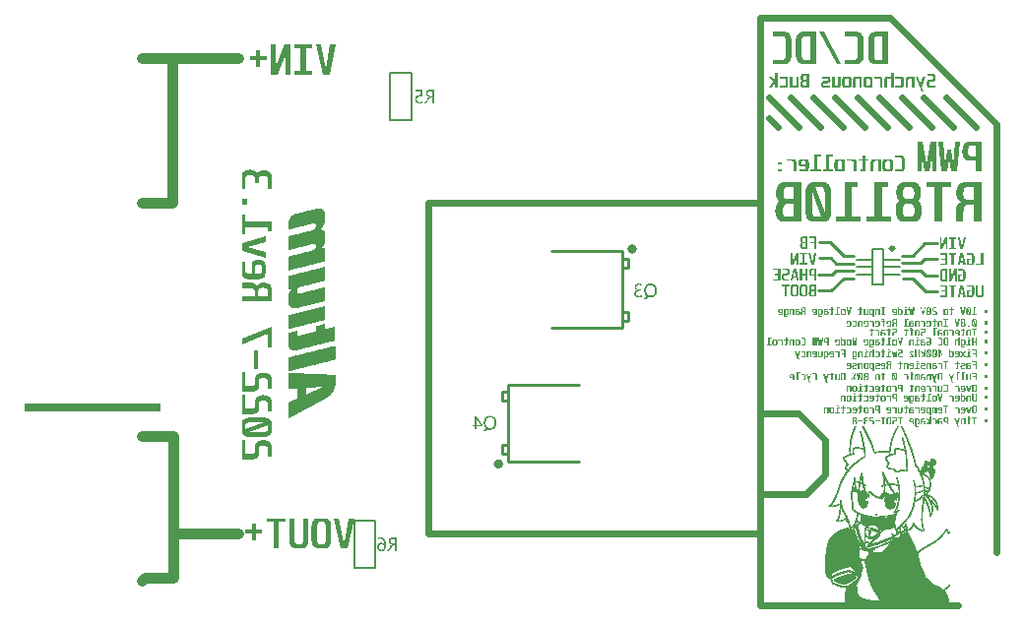
<source format=gbo>
G04*
G04 #@! TF.GenerationSoftware,Altium Limited,Altium Designer,20.2.8 (258)*
G04*
G04 Layer_Color=32896*
%FSLAX25Y25*%
%MOIN*%
G70*
G04*
G04 #@! TF.SameCoordinates,527F6DBC-4CBC-4D53-8A28-EBD6D6C4F68D*
G04*
G04*
G04 #@! TF.FilePolarity,Positive*
G04*
G01*
G75*
%ADD10C,0.01000*%
%ADD12C,0.00600*%
%ADD13C,0.01181*%
%ADD14C,0.01575*%
%ADD35C,0.02400*%
%ADD36C,0.03600*%
%ADD77C,0.00800*%
%ADD78C,0.00100*%
%ADD79R,0.46000X0.02500*%
G36*
X299745Y105675D02*
X299166D01*
Y106069D01*
X299745D01*
Y105675D01*
D02*
G37*
G36*
X327004Y104191D02*
X325972D01*
Y105244D01*
X327004D01*
Y104191D01*
D02*
G37*
G36*
X302068Y103401D02*
X301553D01*
X301398Y104450D01*
X301380D01*
X301219Y103401D01*
X300707D01*
X300450Y105953D01*
X300900D01*
X301051Y103931D01*
X301068D01*
X301240Y105289D01*
X301535D01*
X301710Y103938D01*
X301725D01*
X301879Y105953D01*
X302328D01*
X302068Y103401D01*
D02*
G37*
G36*
X319089D02*
X318488D01*
X317899Y105953D01*
X318348D01*
X318744Y103910D01*
X318794D01*
X319141Y105953D01*
X319629D01*
X319089Y103401D01*
D02*
G37*
G36*
X305575D02*
X304975D01*
X304385Y105953D01*
X304834D01*
X305231Y103910D01*
X305280D01*
X305628Y105953D01*
X306116D01*
X305575Y103401D01*
D02*
G37*
G36*
X280479Y103401D02*
X279878D01*
X279289Y105953D01*
X279738D01*
X280135Y103910D01*
X280184D01*
X280531Y105953D01*
X281019D01*
X280479Y103401D01*
D02*
G37*
G36*
X286775Y104022D02*
Y103959D01*
X286772Y103899D01*
X286765Y103847D01*
X286761Y103805D01*
X286754Y103770D01*
X286751Y103741D01*
X286747Y103727D01*
Y103720D01*
X286737Y103678D01*
X286723Y103640D01*
X286705Y103608D01*
X286691Y103580D01*
X286677Y103559D01*
X286667Y103545D01*
X286660Y103534D01*
X286656Y103531D01*
X286631Y103506D01*
X286603Y103485D01*
X286551Y103454D01*
X286530Y103443D01*
X286512Y103436D01*
X286498Y103429D01*
X286495D01*
X286456Y103419D01*
X286414Y103411D01*
X286375Y103408D01*
X286337Y103404D01*
X286301Y103401D01*
X285115D01*
Y105423D01*
X285607D01*
Y103713D01*
X286094D01*
X286133Y103717D01*
X286161Y103720D01*
X286182Y103724D01*
X286186Y103727D01*
X286189D01*
X286214Y103741D01*
X286235Y103759D01*
X286245Y103770D01*
X286249Y103777D01*
X286263Y103808D01*
X286274Y103843D01*
X286277Y103857D01*
Y103871D01*
X286280Y103878D01*
Y103882D01*
X286284Y103910D01*
Y103938D01*
X286287Y103994D01*
Y104019D01*
Y104040D01*
Y104054D01*
Y104057D01*
Y105423D01*
X286775D01*
Y104022D01*
D02*
G37*
G36*
X323223Y105626D02*
X322848D01*
Y103713D01*
X323430D01*
Y103401D01*
X321819D01*
Y103713D01*
X322360D01*
Y105953D01*
X323223D01*
Y105626D01*
D02*
G37*
G36*
X321079Y105949D02*
X321117Y105946D01*
X321152Y105935D01*
X321180Y105925D01*
X321205Y105914D01*
X321222Y105907D01*
X321237Y105900D01*
X321240Y105897D01*
X321272Y105876D01*
X321300Y105851D01*
X321328Y105826D01*
X321349Y105802D01*
X321370Y105781D01*
X321384Y105763D01*
X321391Y105753D01*
X321394Y105749D01*
X321437Y105675D01*
X321454Y105637D01*
X321468Y105602D01*
X321482Y105570D01*
X321489Y105546D01*
X321493Y105532D01*
X321496Y105525D01*
X321517Y105430D01*
X321524Y105384D01*
X321528Y105342D01*
Y105303D01*
X321531Y105275D01*
Y105258D01*
Y105251D01*
Y104092D01*
Y104040D01*
X321524Y103991D01*
X321521Y103945D01*
X321514Y103903D01*
X321507Y103871D01*
X321503Y103843D01*
X321496Y103829D01*
Y103822D01*
X321482Y103777D01*
X321465Y103734D01*
X321447Y103696D01*
X321430Y103664D01*
X321416Y103636D01*
X321405Y103619D01*
X321398Y103604D01*
X321394Y103601D01*
X321370Y103566D01*
X321345Y103538D01*
X321317Y103513D01*
X321296Y103492D01*
X321275Y103475D01*
X321258Y103464D01*
X321247Y103457D01*
X321244Y103454D01*
X321209Y103436D01*
X321173Y103422D01*
X321138Y103415D01*
X321107Y103408D01*
X321079Y103404D01*
X321058Y103401D01*
X320349D01*
X320310Y103404D01*
X320271Y103408D01*
X320240Y103419D01*
X320208Y103429D01*
X320187Y103436D01*
X320166Y103447D01*
X320156Y103450D01*
X320152Y103454D01*
X320120Y103475D01*
X320089Y103499D01*
X320064Y103524D01*
X320040Y103548D01*
X320022Y103569D01*
X320008Y103587D01*
X320001Y103597D01*
X319998Y103601D01*
X319952Y103675D01*
X319934Y103713D01*
X319920Y103748D01*
X319910Y103777D01*
X319903Y103801D01*
X319896Y103815D01*
Y103822D01*
X319875Y103917D01*
X319868Y103963D01*
X319864Y104005D01*
X319861Y104040D01*
Y104068D01*
Y104085D01*
Y104092D01*
Y105251D01*
Y105303D01*
X319868Y105356D01*
X319871Y105402D01*
X319878Y105444D01*
X319885Y105475D01*
X319892Y105503D01*
X319896Y105517D01*
X319899Y105525D01*
X319913Y105570D01*
X319931Y105616D01*
X319948Y105654D01*
X319962Y105686D01*
X319976Y105714D01*
X319990Y105732D01*
X319998Y105746D01*
X320001Y105749D01*
X320026Y105784D01*
X320050Y105812D01*
X320078Y105837D01*
X320103Y105858D01*
X320124Y105876D01*
X320142Y105886D01*
X320152Y105893D01*
X320156Y105897D01*
X320191Y105914D01*
X320222Y105928D01*
X320254Y105939D01*
X320285Y105946D01*
X320310Y105949D01*
X320331Y105953D01*
X321040D01*
X321079Y105949D01*
D02*
G37*
G36*
X315234Y105423D02*
X315705D01*
Y105107D01*
X315234D01*
Y103938D01*
Y103882D01*
X315231Y103829D01*
X315228Y103784D01*
X315220Y103745D01*
X315217Y103713D01*
X315213Y103689D01*
X315210Y103675D01*
Y103671D01*
X315199Y103633D01*
X315185Y103601D01*
X315171Y103573D01*
X315157Y103548D01*
X315147Y103531D01*
X315136Y103517D01*
X315129Y103510D01*
X315126Y103506D01*
X315101Y103485D01*
X315076Y103468D01*
X315024Y103443D01*
X314999Y103433D01*
X314982Y103426D01*
X314968Y103422D01*
X314964D01*
X314922Y103415D01*
X314880Y103411D01*
X314838Y103404D01*
X314796D01*
X314761Y103401D01*
X314378D01*
Y103713D01*
X314497D01*
X314526Y103717D01*
X314578D01*
X314624Y103724D01*
X314659Y103738D01*
X314680Y103748D01*
X314683Y103752D01*
X314687D01*
X314708Y103777D01*
X314722Y103808D01*
X314725Y103829D01*
X314729Y103836D01*
Y103840D01*
X314733Y103864D01*
Y103889D01*
X314736Y103942D01*
Y103966D01*
Y103984D01*
Y103998D01*
Y104001D01*
Y105107D01*
X314101D01*
Y105423D01*
X314736D01*
Y105953D01*
X315234D01*
Y105423D01*
D02*
G37*
G36*
X313406Y105416D02*
X313448Y105412D01*
X313483Y105405D01*
X313515Y105398D01*
X313536Y105395D01*
X313550Y105388D01*
X313553D01*
X313588Y105374D01*
X313620Y105356D01*
X313648Y105339D01*
X313669Y105321D01*
X313690Y105303D01*
X313704Y105293D01*
X313711Y105282D01*
X313715Y105279D01*
X313736Y105247D01*
X313757Y105216D01*
X313771Y105181D01*
X313785Y105149D01*
X313795Y105121D01*
X313802Y105096D01*
X313809Y105082D01*
Y105075D01*
X313820Y105026D01*
X313827Y104973D01*
X313830Y104921D01*
X313834Y104872D01*
X313838Y104830D01*
Y104794D01*
Y104780D01*
Y104770D01*
Y104766D01*
Y104763D01*
Y104064D01*
Y103998D01*
X313834Y103935D01*
X313827Y103882D01*
X313824Y103836D01*
X313816Y103798D01*
X313813Y103773D01*
X313809Y103755D01*
Y103748D01*
X313795Y103703D01*
X313781Y103664D01*
X313764Y103629D01*
X313750Y103601D01*
X313736Y103576D01*
X313725Y103559D01*
X313718Y103548D01*
X313715Y103545D01*
X313690Y103517D01*
X313662Y103496D01*
X313637Y103475D01*
X313609Y103461D01*
X313588Y103447D01*
X313571Y103440D01*
X313557Y103436D01*
X313553Y103433D01*
X313515Y103422D01*
X313473Y103415D01*
X313430Y103408D01*
X313392Y103404D01*
X313357D01*
X313332Y103401D01*
X312584D01*
X312539Y103404D01*
X312500Y103411D01*
X312465Y103419D01*
X312437Y103422D01*
X312416Y103429D01*
X312402Y103433D01*
X312398D01*
X312363Y103447D01*
X312328Y103464D01*
X312300Y103485D01*
X312279Y103503D01*
X312258Y103520D01*
X312244Y103531D01*
X312237Y103541D01*
X312233Y103545D01*
X312209Y103576D01*
X312191Y103608D01*
X312174Y103643D01*
X312160Y103675D01*
X312153Y103703D01*
X312146Y103727D01*
X312139Y103741D01*
Y103748D01*
X312128Y103798D01*
X312121Y103850D01*
X312114Y103903D01*
X312111Y103955D01*
X312107Y103998D01*
Y104033D01*
Y104047D01*
Y104057D01*
Y104061D01*
Y104064D01*
Y104763D01*
Y104830D01*
X312111Y104889D01*
X312118Y104942D01*
X312121Y104988D01*
X312128Y105026D01*
X312135Y105054D01*
X312139Y105068D01*
Y105075D01*
X312153Y105121D01*
X312167Y105159D01*
X312184Y105195D01*
X312198Y105226D01*
X312212Y105247D01*
X312226Y105265D01*
X312233Y105275D01*
X312237Y105279D01*
X312262Y105307D01*
X312290Y105328D01*
X312314Y105349D01*
X312342Y105363D01*
X312363Y105374D01*
X312381Y105381D01*
X312395Y105388D01*
X312398D01*
X312437Y105398D01*
X312476Y105409D01*
X312514Y105416D01*
X312553Y105419D01*
X312584Y105423D01*
X313360D01*
X313406Y105416D01*
D02*
G37*
G36*
X309699Y105633D02*
X308987D01*
X308948Y105630D01*
X308916Y105616D01*
X308888Y105598D01*
X308864Y105577D01*
X308846Y105556D01*
X308832Y105538D01*
X308825Y105525D01*
X308822Y105521D01*
X308801Y105479D01*
X308787Y105433D01*
X308773Y105388D01*
X308766Y105342D01*
X308762Y105307D01*
X308758Y105275D01*
Y105254D01*
Y105251D01*
Y105247D01*
X308762Y105187D01*
X308769Y105135D01*
X308780Y105089D01*
X308790Y105047D01*
X308801Y105016D01*
X308811Y104994D01*
X308818Y104977D01*
X308822Y104973D01*
X308846Y104938D01*
X308871Y104910D01*
X308899Y104893D01*
X308927Y104879D01*
X308952Y104872D01*
X308969Y104868D01*
X308983Y104865D01*
X309464D01*
X309506Y104861D01*
X309541Y104858D01*
X309576Y104847D01*
X309604Y104840D01*
X309629Y104830D01*
X309650Y104819D01*
X309661Y104815D01*
X309664Y104812D01*
X309696Y104791D01*
X309724Y104766D01*
X309752Y104742D01*
X309773Y104717D01*
X309790Y104696D01*
X309805Y104679D01*
X309811Y104668D01*
X309815Y104665D01*
X309854Y104591D01*
X309871Y104552D01*
X309882Y104517D01*
X309892Y104489D01*
X309899Y104464D01*
X309906Y104450D01*
Y104443D01*
X309924Y104349D01*
X309931Y104299D01*
X309934Y104257D01*
Y104222D01*
X309938Y104191D01*
Y104173D01*
Y104170D01*
Y104166D01*
Y103401D01*
X308281D01*
Y103713D01*
X309457D01*
Y104166D01*
X309454Y104233D01*
X309450Y104293D01*
X309439Y104342D01*
X309425Y104384D01*
X309411Y104422D01*
X309394Y104454D01*
X309376Y104479D01*
X309359Y104500D01*
X309341Y104514D01*
X309324Y104524D01*
X309292Y104538D01*
X309267Y104545D01*
X308780D01*
X308737Y104549D01*
X308702Y104552D01*
X308667Y104563D01*
X308636Y104573D01*
X308615Y104580D01*
X308594Y104591D01*
X308583Y104594D01*
X308579Y104598D01*
X308548Y104619D01*
X308516Y104643D01*
X308492Y104668D01*
X308467Y104689D01*
X308450Y104710D01*
X308436Y104728D01*
X308429Y104738D01*
X308425Y104742D01*
X308383Y104815D01*
X308365Y104854D01*
X308351Y104889D01*
X308341Y104917D01*
X308334Y104942D01*
X308327Y104956D01*
Y104963D01*
X308306Y105058D01*
X308299Y105107D01*
X308295Y105149D01*
X308292Y105184D01*
Y105212D01*
Y105230D01*
Y105237D01*
Y105293D01*
X308299Y105345D01*
X308302Y105391D01*
X308309Y105433D01*
X308316Y105465D01*
X308320Y105493D01*
X308327Y105507D01*
Y105514D01*
X308341Y105560D01*
X308358Y105605D01*
X308376Y105644D01*
X308390Y105675D01*
X308404Y105703D01*
X308418Y105725D01*
X308425Y105739D01*
X308429Y105742D01*
X308453Y105777D01*
X308478Y105809D01*
X308506Y105833D01*
X308530Y105858D01*
X308551Y105872D01*
X308569Y105886D01*
X308579Y105893D01*
X308583Y105897D01*
X308618Y105914D01*
X308650Y105928D01*
X308685Y105939D01*
X308713Y105946D01*
X308741Y105949D01*
X308762Y105953D01*
X309699D01*
Y105633D01*
D02*
G37*
G36*
X307502Y105949D02*
X307548Y105946D01*
X307628Y105925D01*
X307698Y105900D01*
X307755Y105868D01*
X307797Y105837D01*
X307828Y105809D01*
X307846Y105788D01*
X307853Y105784D01*
Y105781D01*
X307895Y105710D01*
X307927Y105633D01*
X307948Y105553D01*
X307962Y105472D01*
X307972Y105402D01*
X307976Y105370D01*
Y105345D01*
X307979Y105324D01*
Y105307D01*
Y105296D01*
Y105293D01*
Y105251D01*
X307976Y105212D01*
Y105177D01*
X307972Y105149D01*
X307969Y105124D01*
Y105107D01*
X307965Y105096D01*
Y105093D01*
X307955Y105037D01*
X307948Y105012D01*
X307941Y104991D01*
X307934Y104977D01*
X307930Y104963D01*
X307927Y104956D01*
Y104952D01*
X307906Y104910D01*
X307885Y104879D01*
X307877Y104865D01*
X307871Y104854D01*
X307863Y104851D01*
Y104847D01*
X307835Y104815D01*
X307811Y104791D01*
X307793Y104770D01*
X307790Y104766D01*
X307786Y104763D01*
X307828Y104731D01*
X307863Y104696D01*
X307892Y104661D01*
X307916Y104626D01*
X307937Y104594D01*
X307951Y104570D01*
X307958Y104552D01*
X307962Y104545D01*
X307979Y104485D01*
X307993Y104422D01*
X308004Y104356D01*
X308011Y104293D01*
X308014Y104233D01*
Y104208D01*
X308018Y104187D01*
Y104170D01*
Y104156D01*
Y104149D01*
Y104145D01*
Y104075D01*
X308011Y104012D01*
X308007Y103952D01*
X307997Y103896D01*
X307986Y103843D01*
X307976Y103798D01*
X307965Y103755D01*
X307951Y103720D01*
X307941Y103685D01*
X307930Y103657D01*
X307920Y103633D01*
X307909Y103615D01*
X307899Y103601D01*
X307895Y103587D01*
X307888Y103584D01*
Y103580D01*
X307860Y103548D01*
X307832Y103520D01*
X307804Y103496D01*
X307772Y103478D01*
X307705Y103443D01*
X307642Y103422D01*
X307586Y103411D01*
X307562Y103408D01*
X307541Y103404D01*
X307523Y103401D01*
X306867D01*
X306818Y103404D01*
X306775Y103408D01*
X306733Y103419D01*
X306695Y103433D01*
X306624Y103471D01*
X306565Y103517D01*
X306512Y103573D01*
X306470Y103636D01*
X306435Y103703D01*
X306410Y103773D01*
X306386Y103843D01*
X306372Y103910D01*
X306361Y103973D01*
X306351Y104029D01*
X306347Y104075D01*
X306344Y104113D01*
Y104128D01*
Y104138D01*
Y104142D01*
Y104145D01*
X306347Y104236D01*
X306354Y104317D01*
X306361Y104384D01*
X306372Y104440D01*
X306386Y104485D01*
X306393Y104517D01*
X306400Y104538D01*
X306403Y104545D01*
X306428Y104594D01*
X306456Y104640D01*
X306484Y104679D01*
X306512Y104707D01*
X306537Y104731D01*
X306558Y104749D01*
X306572Y104759D01*
X306575Y104763D01*
X306547Y104794D01*
X306523Y104823D01*
X306509Y104840D01*
X306502Y104844D01*
Y104847D01*
X306481Y104882D01*
X306463Y104917D01*
X306456Y104931D01*
X306449Y104942D01*
X306445Y104949D01*
Y104952D01*
X306428Y104998D01*
X306414Y105044D01*
X306410Y105065D01*
X306407Y105079D01*
X306403Y105089D01*
Y105093D01*
X306396Y105159D01*
X306393Y105195D01*
X306389Y105226D01*
Y105251D01*
Y105275D01*
Y105289D01*
Y105293D01*
Y105352D01*
X306396Y105409D01*
X306400Y105461D01*
X306410Y105510D01*
X306417Y105553D01*
X306428Y105595D01*
X306442Y105630D01*
X306452Y105665D01*
X306463Y105693D01*
X306477Y105718D01*
X306488Y105739D01*
X306495Y105756D01*
X306505Y105770D01*
X306509Y105781D01*
X306516Y105784D01*
Y105788D01*
X306540Y105816D01*
X306568Y105844D01*
X306628Y105883D01*
X306695Y105914D01*
X306758Y105932D01*
X306818Y105946D01*
X306842Y105949D01*
X306863D01*
X306884Y105953D01*
X307453D01*
X307502Y105949D01*
D02*
G37*
G36*
X300261Y105107D02*
X299699D01*
Y103713D01*
X300261D01*
Y103401D01*
X298660D01*
Y103713D01*
X299211D01*
Y105423D01*
X300261D01*
Y105107D01*
D02*
G37*
G36*
X297200Y105423D02*
X297867D01*
X297913Y105416D01*
X297955Y105412D01*
X297990Y105405D01*
X298018Y105398D01*
X298039Y105391D01*
X298053Y105388D01*
X298057Y105384D01*
X298092Y105367D01*
X298123Y105349D01*
X298151Y105328D01*
X298172Y105307D01*
X298193Y105289D01*
X298207Y105272D01*
X298215Y105261D01*
X298218Y105258D01*
X298239Y105223D01*
X298260Y105187D01*
X298274Y105152D01*
X298288Y105117D01*
X298299Y105086D01*
X298306Y105061D01*
X298313Y105047D01*
Y105040D01*
X298323Y104987D01*
X298330Y104935D01*
X298334Y104879D01*
X298337Y104830D01*
X298341Y104784D01*
Y104749D01*
Y104735D01*
Y104724D01*
Y104721D01*
Y104717D01*
Y104106D01*
Y104040D01*
X298337Y103977D01*
X298330Y103920D01*
X298327Y103875D01*
X298320Y103836D01*
X298316Y103808D01*
X298313Y103790D01*
Y103784D01*
X298299Y103734D01*
X298285Y103692D01*
X298267Y103654D01*
X298253Y103622D01*
X298239Y103597D01*
X298229Y103580D01*
X298221Y103566D01*
X298218Y103562D01*
X298193Y103534D01*
X298165Y103506D01*
X298141Y103485D01*
X298113Y103471D01*
X298092Y103457D01*
X298074Y103447D01*
X298060Y103443D01*
X298057Y103439D01*
X298018Y103426D01*
X297976Y103419D01*
X297937Y103411D01*
X297899Y103404D01*
X297867D01*
X297842Y103401D01*
X296712D01*
Y106069D01*
X297200D01*
Y105423D01*
D02*
G37*
G36*
X295996Y105416D02*
X296038Y105412D01*
X296073Y105405D01*
X296101Y105398D01*
X296123Y105395D01*
X296137Y105388D01*
X296140D01*
X296175Y105374D01*
X296207Y105356D01*
X296235Y105338D01*
X296256Y105321D01*
X296277Y105303D01*
X296291Y105293D01*
X296298Y105282D01*
X296302Y105279D01*
X296323Y105247D01*
X296344Y105216D01*
X296358Y105181D01*
X296372Y105149D01*
X296382Y105121D01*
X296389Y105096D01*
X296396Y105082D01*
Y105075D01*
X296407Y105026D01*
X296414Y104973D01*
X296417Y104921D01*
X296421Y104872D01*
X296424Y104830D01*
Y104794D01*
Y104780D01*
Y104770D01*
Y104766D01*
Y104763D01*
Y104064D01*
Y103998D01*
X296421Y103934D01*
X296414Y103882D01*
X296410Y103836D01*
X296403Y103798D01*
X296400Y103773D01*
X296396Y103755D01*
Y103748D01*
X296382Y103703D01*
X296368Y103664D01*
X296351Y103629D01*
X296337Y103601D01*
X296323Y103576D01*
X296312Y103559D01*
X296305Y103548D01*
X296302Y103545D01*
X296277Y103517D01*
X296249Y103496D01*
X296224Y103475D01*
X296196Y103461D01*
X296175Y103447D01*
X296158Y103439D01*
X296144Y103436D01*
X296140Y103433D01*
X296101Y103422D01*
X296063Y103415D01*
X296021Y103408D01*
X295982Y103404D01*
X295951D01*
X295926Y103401D01*
X294943D01*
Y103713D01*
X295680D01*
X295729Y103717D01*
X295768Y103720D01*
X295782D01*
X295793Y103724D01*
X295803D01*
X295835Y103734D01*
X295859Y103752D01*
X295873Y103762D01*
X295880Y103770D01*
X295898Y103801D01*
X295908Y103836D01*
X295915Y103850D01*
Y103864D01*
X295919Y103871D01*
Y103875D01*
X295922Y103903D01*
X295926Y103934D01*
X295930Y103994D01*
Y104022D01*
Y104043D01*
Y104057D01*
Y104061D01*
Y104240D01*
X295203D01*
X295126Y104247D01*
X295059Y104261D01*
X295003Y104282D01*
X294957Y104306D01*
X294922Y104331D01*
X294898Y104352D01*
X294880Y104366D01*
X294877Y104373D01*
X294859Y104401D01*
X294841Y104433D01*
X294813Y104500D01*
X294796Y104577D01*
X294782Y104650D01*
X294775Y104717D01*
X294771Y104745D01*
X294768Y104773D01*
Y104794D01*
Y104808D01*
Y104819D01*
Y104823D01*
Y104879D01*
X294771Y104931D01*
X294778Y104980D01*
X294785Y105026D01*
X294796Y105068D01*
X294806Y105107D01*
X294817Y105138D01*
X294827Y105170D01*
X294838Y105194D01*
X294848Y105219D01*
X294859Y105237D01*
X294869Y105251D01*
X294883Y105272D01*
X294887Y105279D01*
X294933Y105328D01*
X294985Y105363D01*
X295038Y105388D01*
X295087Y105405D01*
X295133Y105416D01*
X295171Y105419D01*
X295182Y105423D01*
X295951D01*
X295996Y105416D01*
D02*
G37*
G36*
X292521Y105633D02*
X291981D01*
Y103713D01*
X292521D01*
Y103401D01*
X290956D01*
Y103713D01*
X291489D01*
Y105633D01*
X290956D01*
Y105953D01*
X292521D01*
Y105633D01*
D02*
G37*
G36*
X290633Y103401D02*
X290142D01*
Y105107D01*
X289657D01*
X289622Y105103D01*
X289594Y105100D01*
X289576Y105093D01*
X289569Y105089D01*
X289545Y105075D01*
X289527Y105058D01*
X289513Y105044D01*
X289510Y105040D01*
Y105037D01*
X289496Y105005D01*
X289485Y104970D01*
X289482Y104956D01*
X289478Y104942D01*
Y104935D01*
Y104931D01*
X289471Y104879D01*
X289468Y104823D01*
Y104798D01*
Y104780D01*
Y104766D01*
Y104763D01*
Y103401D01*
X288983D01*
Y104798D01*
Y104865D01*
X288987Y104924D01*
X288990Y104973D01*
X288997Y105019D01*
X289001Y105054D01*
X289008Y105082D01*
X289011Y105096D01*
Y105103D01*
X289022Y105145D01*
X289036Y105184D01*
X289053Y105219D01*
X289067Y105247D01*
X289082Y105268D01*
X289092Y105282D01*
X289099Y105293D01*
X289103Y105296D01*
X289127Y105321D01*
X289152Y105342D01*
X289180Y105359D01*
X289204Y105374D01*
X289229Y105381D01*
X289246Y105388D01*
X289261Y105395D01*
X289264D01*
X289303Y105405D01*
X289345Y105412D01*
X289383Y105416D01*
X289422Y105419D01*
X289457Y105423D01*
X290633D01*
Y103401D01*
D02*
G37*
G36*
X284347Y105423D02*
X284817D01*
Y105107D01*
X284347D01*
Y103938D01*
Y103882D01*
X284343Y103829D01*
X284339Y103784D01*
X284332Y103745D01*
X284329Y103713D01*
X284325Y103689D01*
X284322Y103675D01*
Y103671D01*
X284311Y103633D01*
X284297Y103601D01*
X284283Y103573D01*
X284269Y103548D01*
X284259Y103531D01*
X284248Y103517D01*
X284241Y103510D01*
X284238Y103506D01*
X284213Y103485D01*
X284189Y103468D01*
X284136Y103443D01*
X284111Y103433D01*
X284094Y103426D01*
X284080Y103422D01*
X284076D01*
X284034Y103415D01*
X283992Y103411D01*
X283950Y103404D01*
X283908D01*
X283873Y103401D01*
X283490D01*
Y103713D01*
X283609D01*
X283637Y103717D01*
X283690D01*
X283736Y103724D01*
X283771Y103738D01*
X283792Y103748D01*
X283795Y103752D01*
X283799D01*
X283820Y103777D01*
X283834Y103808D01*
X283838Y103829D01*
X283841Y103836D01*
Y103840D01*
X283844Y103864D01*
Y103889D01*
X283848Y103942D01*
Y103966D01*
Y103984D01*
Y103998D01*
Y104001D01*
Y105107D01*
X283213D01*
Y105423D01*
X283848D01*
Y105953D01*
X284347D01*
Y105423D01*
D02*
G37*
G36*
X278657Y105416D02*
X278699Y105412D01*
X278734Y105405D01*
X278766Y105398D01*
X278787Y105395D01*
X278801Y105388D01*
X278804D01*
X278839Y105374D01*
X278871Y105356D01*
X278899Y105338D01*
X278920Y105321D01*
X278941Y105303D01*
X278955Y105293D01*
X278962Y105282D01*
X278966Y105279D01*
X278987Y105247D01*
X279008Y105216D01*
X279022Y105181D01*
X279036Y105149D01*
X279046Y105121D01*
X279053Y105096D01*
X279060Y105082D01*
Y105075D01*
X279071Y105026D01*
X279078Y104973D01*
X279082Y104921D01*
X279085Y104872D01*
X279088Y104830D01*
Y104794D01*
Y104780D01*
Y104770D01*
Y104766D01*
Y104763D01*
Y104064D01*
Y103998D01*
X279085Y103934D01*
X279078Y103882D01*
X279075Y103836D01*
X279067Y103798D01*
X279064Y103773D01*
X279060Y103755D01*
Y103748D01*
X279046Y103703D01*
X279032Y103664D01*
X279015Y103629D01*
X279001Y103601D01*
X278987Y103576D01*
X278976Y103559D01*
X278969Y103548D01*
X278966Y103545D01*
X278941Y103517D01*
X278913Y103496D01*
X278888Y103475D01*
X278860Y103461D01*
X278839Y103447D01*
X278822Y103439D01*
X278808Y103436D01*
X278804Y103433D01*
X278766Y103422D01*
X278724Y103415D01*
X278681Y103408D01*
X278643Y103404D01*
X278608D01*
X278583Y103401D01*
X277835D01*
X277790Y103404D01*
X277751Y103411D01*
X277716Y103419D01*
X277688Y103422D01*
X277667Y103429D01*
X277653Y103433D01*
X277649D01*
X277614Y103447D01*
X277579Y103464D01*
X277551Y103485D01*
X277530Y103503D01*
X277509Y103520D01*
X277495Y103531D01*
X277488Y103541D01*
X277484Y103545D01*
X277460Y103576D01*
X277442Y103608D01*
X277425Y103643D01*
X277411Y103675D01*
X277404Y103703D01*
X277397Y103727D01*
X277390Y103741D01*
Y103748D01*
X277379Y103798D01*
X277372Y103850D01*
X277365Y103903D01*
X277362Y103955D01*
X277358Y103998D01*
Y104033D01*
Y104047D01*
Y104057D01*
Y104061D01*
Y104064D01*
Y104763D01*
Y104830D01*
X277362Y104889D01*
X277369Y104942D01*
X277372Y104987D01*
X277379Y105026D01*
X277386Y105054D01*
X277390Y105068D01*
Y105075D01*
X277404Y105121D01*
X277418Y105159D01*
X277435Y105194D01*
X277449Y105226D01*
X277463Y105247D01*
X277477Y105265D01*
X277484Y105275D01*
X277488Y105279D01*
X277513Y105307D01*
X277541Y105328D01*
X277565Y105349D01*
X277593Y105363D01*
X277614Y105374D01*
X277632Y105381D01*
X277646Y105388D01*
X277649D01*
X277688Y105398D01*
X277727Y105409D01*
X277765Y105416D01*
X277804Y105419D01*
X277835Y105423D01*
X278611D01*
X278657Y105416D01*
D02*
G37*
G36*
X277095Y105749D02*
X276544D01*
Y103713D01*
X277095D01*
Y103401D01*
X275491D01*
Y103713D01*
X276056D01*
Y106069D01*
X277095D01*
Y105749D01*
D02*
G37*
G36*
X274694Y105423D02*
X275164D01*
Y105107D01*
X274694D01*
Y103938D01*
Y103882D01*
X274691Y103829D01*
X274687Y103784D01*
X274680Y103745D01*
X274676Y103713D01*
X274673Y103689D01*
X274669Y103675D01*
Y103671D01*
X274659Y103633D01*
X274645Y103601D01*
X274631Y103573D01*
X274617Y103548D01*
X274606Y103531D01*
X274596Y103517D01*
X274589Y103510D01*
X274585Y103506D01*
X274561Y103485D01*
X274536Y103468D01*
X274483Y103443D01*
X274459Y103433D01*
X274441Y103426D01*
X274427Y103422D01*
X274424D01*
X274382Y103415D01*
X274340Y103411D01*
X274297Y103404D01*
X274255D01*
X274220Y103401D01*
X273837D01*
Y103713D01*
X273957D01*
X273985Y103717D01*
X274038D01*
X274083Y103724D01*
X274118Y103738D01*
X274139Y103748D01*
X274143Y103752D01*
X274146D01*
X274167Y103777D01*
X274182Y103808D01*
X274185Y103829D01*
X274188Y103836D01*
Y103840D01*
X274192Y103864D01*
Y103889D01*
X274196Y103942D01*
Y103966D01*
Y103984D01*
Y103998D01*
Y104001D01*
Y105107D01*
X273560D01*
Y105423D01*
X274196D01*
Y105953D01*
X274694D01*
Y105423D01*
D02*
G37*
G36*
X273020Y105107D02*
X272265D01*
X272230Y105103D01*
X272198Y105100D01*
X272174Y105089D01*
X272156Y105079D01*
X272139Y105068D01*
X272128Y105061D01*
X272125Y105054D01*
X272121Y105051D01*
X272107Y105026D01*
X272093Y104994D01*
X272086Y104959D01*
X272082Y104924D01*
X272079Y104893D01*
X272076Y104865D01*
Y104847D01*
Y104843D01*
Y104840D01*
Y104665D01*
X272820D01*
X272858Y104661D01*
X272890Y104657D01*
X272921Y104650D01*
X272950Y104640D01*
X272974Y104629D01*
X272992Y104622D01*
X273002Y104619D01*
X273006Y104615D01*
X273034Y104598D01*
X273062Y104577D01*
X273086Y104552D01*
X273108Y104531D01*
X273125Y104514D01*
X273139Y104496D01*
X273146Y104485D01*
X273150Y104482D01*
X273188Y104412D01*
X273206Y104377D01*
X273220Y104345D01*
X273230Y104317D01*
X273237Y104296D01*
X273244Y104282D01*
Y104275D01*
X273262Y104187D01*
X273269Y104145D01*
X273272Y104110D01*
Y104075D01*
X273276Y104050D01*
Y104036D01*
Y104029D01*
Y103980D01*
X273272Y103931D01*
X273265Y103889D01*
X273258Y103850D01*
X273255Y103822D01*
X273248Y103798D01*
X273244Y103784D01*
Y103777D01*
X273230Y103734D01*
X273216Y103696D01*
X273199Y103661D01*
X273185Y103633D01*
X273171Y103608D01*
X273160Y103591D01*
X273153Y103580D01*
X273150Y103576D01*
X273100Y103524D01*
X273076Y103499D01*
X273055Y103482D01*
X273034Y103468D01*
X273020Y103457D01*
X273009Y103450D01*
X273006Y103447D01*
X272974Y103433D01*
X272942Y103422D01*
X272911Y103411D01*
X272879Y103408D01*
X272855Y103404D01*
X272837Y103401D01*
X271588D01*
Y104798D01*
Y104865D01*
X271591Y104924D01*
X271595Y104973D01*
X271602Y105019D01*
X271605Y105054D01*
X271612Y105082D01*
X271616Y105096D01*
Y105103D01*
X271626Y105145D01*
X271640Y105184D01*
X271658Y105219D01*
X271672Y105247D01*
X271686Y105268D01*
X271696Y105282D01*
X271704Y105293D01*
X271707Y105296D01*
X271731Y105321D01*
X271760Y105342D01*
X271788Y105359D01*
X271812Y105374D01*
X271837Y105381D01*
X271854Y105388D01*
X271868Y105395D01*
X271872D01*
X271911Y105405D01*
X271953Y105412D01*
X271991Y105416D01*
X272030Y105419D01*
X272065Y105423D01*
X273020D01*
Y105107D01*
D02*
G37*
G36*
X268969Y105416D02*
X269011Y105412D01*
X269046Y105405D01*
X269075Y105398D01*
X269095Y105395D01*
X269110Y105388D01*
X269113D01*
X269148Y105374D01*
X269180Y105356D01*
X269208Y105338D01*
X269229Y105321D01*
X269250Y105303D01*
X269264Y105293D01*
X269271Y105282D01*
X269274Y105279D01*
X269296Y105247D01*
X269317Y105216D01*
X269331Y105181D01*
X269345Y105149D01*
X269355Y105121D01*
X269362Y105096D01*
X269369Y105082D01*
Y105075D01*
X269380Y105026D01*
X269387Y104973D01*
X269390Y104921D01*
X269394Y104872D01*
X269397Y104830D01*
Y104794D01*
Y104780D01*
Y104770D01*
Y104766D01*
Y104763D01*
Y104064D01*
Y103998D01*
X269394Y103934D01*
X269387Y103882D01*
X269383Y103836D01*
X269376Y103798D01*
X269373Y103773D01*
X269369Y103755D01*
Y103748D01*
X269355Y103703D01*
X269341Y103664D01*
X269324Y103629D01*
X269310Y103601D01*
X269296Y103576D01*
X269285Y103559D01*
X269278Y103548D01*
X269274Y103545D01*
X269250Y103517D01*
X269222Y103496D01*
X269197Y103475D01*
X269169Y103461D01*
X269148Y103447D01*
X269131Y103439D01*
X269117Y103436D01*
X269113Y103433D01*
X269075Y103422D01*
X269036Y103415D01*
X268994Y103408D01*
X268955Y103404D01*
X268923D01*
X268899Y103401D01*
X267916D01*
Y103713D01*
X268653D01*
X268702Y103717D01*
X268741Y103720D01*
X268755D01*
X268766Y103724D01*
X268776D01*
X268808Y103734D01*
X268832Y103752D01*
X268846Y103762D01*
X268853Y103770D01*
X268871Y103801D01*
X268881Y103836D01*
X268888Y103850D01*
Y103864D01*
X268892Y103871D01*
Y103875D01*
X268896Y103903D01*
X268899Y103934D01*
X268902Y103994D01*
Y104022D01*
Y104043D01*
Y104057D01*
Y104061D01*
Y104240D01*
X268176D01*
X268099Y104247D01*
X268032Y104261D01*
X267976Y104282D01*
X267930Y104306D01*
X267895Y104331D01*
X267870Y104352D01*
X267853Y104366D01*
X267849Y104373D01*
X267832Y104401D01*
X267814Y104433D01*
X267786Y104500D01*
X267769Y104577D01*
X267755Y104650D01*
X267748Y104717D01*
X267744Y104745D01*
X267741Y104773D01*
Y104794D01*
Y104808D01*
Y104819D01*
Y104823D01*
Y104879D01*
X267744Y104931D01*
X267751Y104980D01*
X267758Y105026D01*
X267769Y105068D01*
X267779Y105107D01*
X267790Y105138D01*
X267800Y105170D01*
X267811Y105194D01*
X267821Y105219D01*
X267832Y105237D01*
X267843Y105251D01*
X267857Y105272D01*
X267860Y105279D01*
X267906Y105328D01*
X267958Y105363D01*
X268011Y105388D01*
X268060Y105405D01*
X268106Y105416D01*
X268144Y105419D01*
X268155Y105423D01*
X268923D01*
X268969Y105416D01*
D02*
G37*
G36*
X265522Y103401D02*
X265035D01*
Y104507D01*
X264596D01*
X264554Y104500D01*
X264518Y104485D01*
X264487Y104461D01*
X264462Y104429D01*
X264438Y104394D01*
X264420Y104352D01*
X264392Y104264D01*
X264375Y104173D01*
X264371Y104131D01*
X264368Y104096D01*
X264364Y104064D01*
Y104040D01*
Y104026D01*
Y104019D01*
Y103401D01*
X263897D01*
Y104201D01*
Y104240D01*
X263901Y104275D01*
X263904Y104306D01*
X263908Y104335D01*
X263915Y104356D01*
X263918Y104373D01*
X263922Y104384D01*
Y104387D01*
X263939Y104443D01*
X263953Y104464D01*
X263964Y104485D01*
X263974Y104503D01*
X263982Y104514D01*
X263985Y104521D01*
X263988Y104524D01*
X264024Y104563D01*
X264055Y104594D01*
X264073Y104605D01*
X264083Y104612D01*
X264090Y104619D01*
X264094D01*
X264139Y104647D01*
X264185Y104668D01*
X264203Y104675D01*
X264217Y104682D01*
X264227Y104686D01*
X264231D01*
X264167Y104717D01*
X264115Y104752D01*
X264073Y104787D01*
X264038Y104823D01*
X264013Y104854D01*
X263996Y104879D01*
X263985Y104896D01*
X263982Y104903D01*
X263957Y104959D01*
X263939Y105019D01*
X263925Y105075D01*
X263918Y105128D01*
X263911Y105174D01*
X263908Y105212D01*
Y105226D01*
Y105237D01*
Y105240D01*
Y105244D01*
Y105310D01*
X263915Y105374D01*
X263922Y105433D01*
X263929Y105486D01*
X263939Y105535D01*
X263953Y105581D01*
X263964Y105619D01*
X263978Y105654D01*
X263992Y105686D01*
X264002Y105714D01*
X264017Y105735D01*
X264027Y105753D01*
X264034Y105767D01*
X264041Y105777D01*
X264048Y105781D01*
Y105784D01*
X264076Y105812D01*
X264104Y105840D01*
X264175Y105883D01*
X264245Y105911D01*
X264315Y105932D01*
X264378Y105946D01*
X264406Y105949D01*
X264431D01*
X264452Y105953D01*
X265522D01*
Y103401D01*
D02*
G37*
G36*
X263367Y105107D02*
X262613D01*
X262578Y105103D01*
X262546Y105100D01*
X262521Y105089D01*
X262504Y105079D01*
X262486Y105068D01*
X262476Y105061D01*
X262472Y105054D01*
X262469Y105051D01*
X262455Y105026D01*
X262441Y104994D01*
X262434Y104959D01*
X262430Y104924D01*
X262426Y104893D01*
X262423Y104865D01*
Y104847D01*
Y104843D01*
Y104840D01*
Y104665D01*
X263167D01*
X263206Y104661D01*
X263237Y104657D01*
X263269Y104650D01*
X263297Y104640D01*
X263322Y104629D01*
X263339Y104622D01*
X263350Y104619D01*
X263353Y104615D01*
X263381Y104598D01*
X263409Y104577D01*
X263434Y104552D01*
X263455Y104531D01*
X263473Y104514D01*
X263487Y104496D01*
X263494Y104485D01*
X263497Y104482D01*
X263536Y104412D01*
X263553Y104377D01*
X263567Y104345D01*
X263578Y104317D01*
X263585Y104296D01*
X263592Y104282D01*
Y104275D01*
X263609Y104187D01*
X263616Y104145D01*
X263620Y104110D01*
Y104075D01*
X263623Y104050D01*
Y104036D01*
Y104029D01*
Y103980D01*
X263620Y103931D01*
X263613Y103889D01*
X263606Y103850D01*
X263602Y103822D01*
X263595Y103798D01*
X263592Y103784D01*
Y103777D01*
X263578Y103734D01*
X263564Y103696D01*
X263546Y103661D01*
X263532Y103633D01*
X263518Y103608D01*
X263508Y103591D01*
X263501Y103580D01*
X263497Y103576D01*
X263448Y103524D01*
X263423Y103499D01*
X263402Y103482D01*
X263381Y103468D01*
X263367Y103457D01*
X263357Y103450D01*
X263353Y103447D01*
X263322Y103433D01*
X263290Y103422D01*
X263258Y103411D01*
X263227Y103408D01*
X263202Y103404D01*
X263185Y103401D01*
X261935D01*
Y104798D01*
Y104865D01*
X261939Y104924D01*
X261942Y104973D01*
X261949Y105019D01*
X261953Y105054D01*
X261960Y105082D01*
X261963Y105096D01*
Y105103D01*
X261974Y105145D01*
X261988Y105184D01*
X262005Y105219D01*
X262019Y105247D01*
X262033Y105268D01*
X262044Y105282D01*
X262051Y105293D01*
X262054Y105296D01*
X262079Y105321D01*
X262107Y105342D01*
X262135Y105359D01*
X262160Y105374D01*
X262184Y105381D01*
X262202Y105388D01*
X262216Y105395D01*
X262219D01*
X262258Y105405D01*
X262300Y105412D01*
X262339Y105416D01*
X262377Y105419D01*
X262413Y105423D01*
X263367D01*
Y105107D01*
D02*
G37*
G36*
X261675Y103401D02*
X261184D01*
Y105107D01*
X260700D01*
X260665Y105103D01*
X260636Y105100D01*
X260619Y105093D01*
X260612Y105089D01*
X260587Y105075D01*
X260570Y105058D01*
X260556Y105044D01*
X260552Y105040D01*
Y105037D01*
X260538Y105005D01*
X260528Y104970D01*
X260524Y104956D01*
X260521Y104942D01*
Y104935D01*
Y104931D01*
X260514Y104879D01*
X260510Y104823D01*
Y104798D01*
Y104780D01*
Y104766D01*
Y104763D01*
Y103401D01*
X260026D01*
Y104798D01*
Y104865D01*
X260029Y104924D01*
X260033Y104973D01*
X260040Y105019D01*
X260043Y105054D01*
X260050Y105082D01*
X260054Y105096D01*
Y105103D01*
X260064Y105145D01*
X260078Y105184D01*
X260096Y105219D01*
X260110Y105247D01*
X260124Y105268D01*
X260135Y105282D01*
X260141Y105293D01*
X260145Y105296D01*
X260170Y105321D01*
X260194Y105342D01*
X260222Y105359D01*
X260247Y105374D01*
X260271Y105381D01*
X260289Y105388D01*
X260303Y105395D01*
X260307D01*
X260345Y105405D01*
X260387Y105412D01*
X260426Y105416D01*
X260464Y105419D01*
X260500Y105423D01*
X261675D01*
Y103401D01*
D02*
G37*
G36*
X257386Y105416D02*
X257428Y105412D01*
X257463Y105405D01*
X257491Y105398D01*
X257512Y105395D01*
X257527Y105388D01*
X257530D01*
X257565Y105374D01*
X257597Y105356D01*
X257625Y105338D01*
X257646Y105321D01*
X257667Y105303D01*
X257681Y105293D01*
X257688Y105282D01*
X257692Y105279D01*
X257713Y105247D01*
X257734Y105216D01*
X257748Y105181D01*
X257762Y105149D01*
X257772Y105121D01*
X257779Y105096D01*
X257786Y105082D01*
Y105075D01*
X257797Y105026D01*
X257804Y104973D01*
X257807Y104921D01*
X257811Y104872D01*
X257814Y104830D01*
Y104794D01*
Y104780D01*
Y104770D01*
Y104766D01*
Y104763D01*
Y104064D01*
Y103998D01*
X257811Y103934D01*
X257804Y103882D01*
X257800Y103836D01*
X257793Y103798D01*
X257790Y103773D01*
X257786Y103755D01*
Y103748D01*
X257772Y103703D01*
X257758Y103664D01*
X257741Y103629D01*
X257727Y103601D01*
X257713Y103576D01*
X257702Y103559D01*
X257695Y103548D01*
X257692Y103545D01*
X257667Y103517D01*
X257639Y103496D01*
X257614Y103475D01*
X257586Y103461D01*
X257565Y103447D01*
X257548Y103439D01*
X257534Y103436D01*
X257530Y103433D01*
X257491Y103422D01*
X257453Y103415D01*
X257411Y103408D01*
X257372Y103404D01*
X257341D01*
X257316Y103401D01*
X256333D01*
Y103713D01*
X257070D01*
X257119Y103717D01*
X257158Y103720D01*
X257172D01*
X257183Y103724D01*
X257193D01*
X257225Y103734D01*
X257249Y103752D01*
X257263Y103762D01*
X257270Y103770D01*
X257288Y103801D01*
X257298Y103836D01*
X257305Y103850D01*
Y103864D01*
X257309Y103871D01*
Y103875D01*
X257312Y103903D01*
X257316Y103934D01*
X257319Y103994D01*
Y104022D01*
Y104043D01*
Y104057D01*
Y104061D01*
Y104240D01*
X256593D01*
X256516Y104247D01*
X256449Y104261D01*
X256393Y104282D01*
X256347Y104306D01*
X256312Y104331D01*
X256288Y104352D01*
X256270Y104366D01*
X256266Y104373D01*
X256249Y104401D01*
X256231Y104433D01*
X256203Y104500D01*
X256186Y104577D01*
X256172Y104650D01*
X256165Y104717D01*
X256161Y104745D01*
X256158Y104773D01*
Y104794D01*
Y104808D01*
Y104819D01*
Y104823D01*
Y104879D01*
X256161Y104931D01*
X256168Y104980D01*
X256175Y105026D01*
X256186Y105068D01*
X256196Y105107D01*
X256207Y105138D01*
X256217Y105170D01*
X256228Y105194D01*
X256238Y105219D01*
X256249Y105237D01*
X256259Y105251D01*
X256274Y105272D01*
X256277Y105279D01*
X256323Y105328D01*
X256375Y105363D01*
X256428Y105388D01*
X256477Y105405D01*
X256523Y105416D01*
X256561Y105419D01*
X256572Y105423D01*
X257341D01*
X257386Y105416D01*
D02*
G37*
G36*
X288720Y102636D02*
X288236D01*
Y103401D01*
X287509D01*
X287463Y103404D01*
X287421Y103411D01*
X287386Y103419D01*
X287358Y103422D01*
X287337Y103429D01*
X287323Y103433D01*
X287319D01*
X287284Y103447D01*
X287249Y103464D01*
X287221Y103485D01*
X287200Y103503D01*
X287179Y103520D01*
X287165Y103531D01*
X287158Y103541D01*
X287155Y103545D01*
X287133Y103576D01*
X287112Y103608D01*
X287098Y103643D01*
X287084Y103675D01*
X287074Y103703D01*
X287067Y103727D01*
X287063Y103741D01*
Y103748D01*
X287053Y103798D01*
X287046Y103850D01*
X287039Y103903D01*
X287035Y103955D01*
X287032Y103998D01*
Y104033D01*
Y104047D01*
Y104057D01*
Y104061D01*
Y104064D01*
Y104759D01*
Y104826D01*
X287035Y104889D01*
X287042Y104942D01*
X287046Y104987D01*
X287053Y105026D01*
X287060Y105054D01*
X287063Y105068D01*
Y105075D01*
X287077Y105121D01*
X287091Y105159D01*
X287109Y105194D01*
X287123Y105226D01*
X287137Y105247D01*
X287151Y105265D01*
X287158Y105275D01*
X287161Y105279D01*
X287186Y105307D01*
X287214Y105331D01*
X287242Y105349D01*
X287267Y105367D01*
X287291Y105377D01*
X287309Y105384D01*
X287323Y105391D01*
X287327D01*
X287365Y105402D01*
X287404Y105409D01*
X287442Y105416D01*
X287481Y105419D01*
X287512Y105423D01*
X288720D01*
Y102636D01*
D02*
G37*
G36*
X270893Y105419D02*
X270935Y105412D01*
X270970Y105409D01*
X270998Y105402D01*
X271019Y105395D01*
X271033Y105391D01*
X271037D01*
X271072Y105377D01*
X271103Y105359D01*
X271131Y105342D01*
X271152Y105324D01*
X271174Y105307D01*
X271187Y105293D01*
X271195Y105282D01*
X271198Y105279D01*
X271219Y105247D01*
X271240Y105216D01*
X271254Y105181D01*
X271268Y105149D01*
X271279Y105121D01*
X271286Y105096D01*
X271293Y105082D01*
Y105075D01*
X271303Y105026D01*
X271310Y104973D01*
X271317Y104921D01*
X271321Y104872D01*
Y104826D01*
X271324Y104791D01*
Y104777D01*
Y104766D01*
Y104763D01*
Y104759D01*
Y104064D01*
Y103998D01*
X271321Y103934D01*
X271314Y103882D01*
X271310Y103836D01*
X271303Y103798D01*
X271300Y103773D01*
X271296Y103755D01*
Y103748D01*
X271286Y103703D01*
X271272Y103664D01*
X271254Y103629D01*
X271240Y103601D01*
X271226Y103576D01*
X271216Y103559D01*
X271209Y103548D01*
X271205Y103545D01*
X271181Y103517D01*
X271152Y103496D01*
X271124Y103475D01*
X271100Y103461D01*
X271075Y103447D01*
X271058Y103439D01*
X271044Y103436D01*
X271040Y103433D01*
X271002Y103422D01*
X270959Y103415D01*
X270917Y103408D01*
X270882Y103404D01*
X270847D01*
X270822Y103401D01*
X270170D01*
Y103268D01*
Y103229D01*
X270173Y103194D01*
X270177Y103166D01*
Y103141D01*
X270180Y103124D01*
X270184Y103110D01*
X270187Y103103D01*
Y103099D01*
X270201Y103057D01*
X270219Y103029D01*
X270236Y103011D01*
X270240Y103004D01*
X270243D01*
X270278Y102983D01*
X270317Y102969D01*
X270335Y102966D01*
X270349D01*
X270359Y102962D01*
X270363D01*
X270394Y102959D01*
X270426Y102955D01*
X270461D01*
X270493Y102952D01*
X270994D01*
Y102636D01*
X270152D01*
X270103Y102643D01*
X270064Y102646D01*
X270029Y102653D01*
X270001Y102660D01*
X269980Y102664D01*
X269966Y102671D01*
X269963D01*
X269927Y102685D01*
X269896Y102702D01*
X269868Y102720D01*
X269843Y102737D01*
X269826Y102755D01*
X269812Y102766D01*
X269805Y102776D01*
X269801Y102780D01*
X269780Y102811D01*
X269759Y102843D01*
X269745Y102878D01*
X269731Y102910D01*
X269720Y102938D01*
X269713Y102962D01*
X269710Y102976D01*
Y102983D01*
X269699Y103032D01*
X269692Y103085D01*
X269689Y103138D01*
X269685Y103190D01*
X269682Y103232D01*
Y103268D01*
Y103282D01*
Y103292D01*
Y103296D01*
Y103299D01*
Y105423D01*
X270847D01*
X270893Y105419D01*
D02*
G37*
G36*
X259310D02*
X259352Y105412D01*
X259387Y105409D01*
X259415Y105402D01*
X259436Y105395D01*
X259450Y105391D01*
X259454D01*
X259489Y105377D01*
X259520Y105359D01*
X259548Y105342D01*
X259569Y105324D01*
X259591Y105307D01*
X259605Y105293D01*
X259612Y105282D01*
X259615Y105279D01*
X259636Y105247D01*
X259657Y105216D01*
X259671Y105181D01*
X259685Y105149D01*
X259696Y105121D01*
X259703Y105096D01*
X259710Y105082D01*
Y105075D01*
X259720Y105026D01*
X259727Y104973D01*
X259734Y104921D01*
X259738Y104872D01*
Y104826D01*
X259741Y104791D01*
Y104777D01*
Y104766D01*
Y104763D01*
Y104759D01*
Y104064D01*
Y103998D01*
X259738Y103934D01*
X259731Y103882D01*
X259727Y103836D01*
X259720Y103798D01*
X259717Y103773D01*
X259713Y103755D01*
Y103748D01*
X259703Y103703D01*
X259689Y103664D01*
X259671Y103629D01*
X259657Y103601D01*
X259643Y103576D01*
X259633Y103559D01*
X259626Y103548D01*
X259622Y103545D01*
X259597Y103517D01*
X259569Y103496D01*
X259541Y103475D01*
X259517Y103461D01*
X259492Y103447D01*
X259475Y103439D01*
X259461Y103436D01*
X259457Y103433D01*
X259419Y103422D01*
X259376Y103415D01*
X259334Y103408D01*
X259299Y103404D01*
X259264D01*
X259239Y103401D01*
X258587D01*
Y103268D01*
Y103229D01*
X258590Y103194D01*
X258594Y103166D01*
Y103141D01*
X258597Y103124D01*
X258601Y103110D01*
X258604Y103103D01*
Y103099D01*
X258618Y103057D01*
X258636Y103029D01*
X258653Y103011D01*
X258657Y103004D01*
X258660D01*
X258695Y102983D01*
X258734Y102969D01*
X258752Y102966D01*
X258766D01*
X258776Y102962D01*
X258780D01*
X258811Y102959D01*
X258843Y102955D01*
X258878D01*
X258910Y102952D01*
X259411D01*
Y102636D01*
X258569D01*
X258520Y102643D01*
X258481Y102646D01*
X258446Y102653D01*
X258418Y102660D01*
X258397Y102664D01*
X258383Y102671D01*
X258380D01*
X258344Y102685D01*
X258313Y102702D01*
X258285Y102720D01*
X258260Y102737D01*
X258243Y102755D01*
X258229Y102766D01*
X258222Y102776D01*
X258218Y102780D01*
X258197Y102811D01*
X258176Y102843D01*
X258162Y102878D01*
X258148Y102910D01*
X258137Y102938D01*
X258130Y102962D01*
X258127Y102976D01*
Y102983D01*
X258116Y103032D01*
X258109Y103085D01*
X258106Y103138D01*
X258102Y103190D01*
X258099Y103232D01*
Y103268D01*
Y103282D01*
Y103292D01*
Y103296D01*
Y103299D01*
Y105423D01*
X259264D01*
X259310Y105419D01*
D02*
G37*
G36*
X327004Y100248D02*
X325972D01*
Y101301D01*
X327004D01*
Y100248D01*
D02*
G37*
G36*
X317158Y99458D02*
X316558D01*
X315968Y102010D01*
X316417D01*
X316814Y99967D01*
X316863D01*
X317211Y102010D01*
X317699D01*
X317158Y99458D01*
D02*
G37*
G36*
X282455Y101472D02*
X282493Y101469D01*
X282528Y101462D01*
X282560Y101455D01*
X282581Y101452D01*
X282595Y101444D01*
X282598D01*
X282634Y101430D01*
X282665Y101413D01*
X282693Y101395D01*
X282714Y101378D01*
X282735Y101360D01*
X282749Y101350D01*
X282756Y101339D01*
X282760Y101336D01*
X282781Y101304D01*
X282802Y101272D01*
X282816Y101237D01*
X282830Y101206D01*
X282841Y101178D01*
X282848Y101153D01*
X282855Y101139D01*
Y101132D01*
X282865Y101083D01*
X282872Y101030D01*
X282876Y100978D01*
X282879Y100928D01*
X282883Y100886D01*
Y100851D01*
Y100837D01*
Y100827D01*
Y100823D01*
Y100820D01*
Y100121D01*
Y100055D01*
X282879Y99991D01*
X282872Y99939D01*
X282869Y99893D01*
X282862Y99854D01*
X282858Y99830D01*
X282855Y99812D01*
Y99805D01*
X282841Y99760D01*
X282827Y99721D01*
X282809Y99686D01*
X282795Y99658D01*
X282781Y99633D01*
X282770Y99616D01*
X282764Y99605D01*
X282760Y99602D01*
X282735Y99574D01*
X282707Y99553D01*
X282683Y99532D01*
X282655Y99518D01*
X282634Y99503D01*
X282616Y99496D01*
X282602Y99493D01*
X282598Y99489D01*
X282560Y99479D01*
X282518Y99472D01*
X282476Y99465D01*
X282440Y99461D01*
X282405D01*
X282381Y99458D01*
X281286D01*
Y99770D01*
X281763D01*
X281788Y99767D01*
X282044D01*
X282083Y99770D01*
X282121D01*
X282149Y99774D01*
X282177D01*
X282202Y99777D01*
X282219Y99781D01*
X282251Y99784D01*
X282269Y99788D01*
X282279Y99791D01*
X282283D01*
X282300Y99802D01*
X282318Y99819D01*
X282342Y99858D01*
X282360Y99907D01*
X282370Y99956D01*
X282377Y100005D01*
X282384Y100048D01*
Y100062D01*
Y100076D01*
Y100083D01*
Y100086D01*
Y100820D01*
Y100855D01*
Y100890D01*
X282381Y100918D01*
Y100943D01*
Y100960D01*
X282377Y100978D01*
Y100985D01*
Y100988D01*
X282367Y101034D01*
X282356Y101065D01*
X282349Y101086D01*
X282346Y101093D01*
X282328Y101118D01*
X282311Y101136D01*
X282297Y101143D01*
X282290Y101146D01*
X282258Y101157D01*
X282226Y101160D01*
X282216Y101164D01*
X281286D01*
Y101480D01*
X282405D01*
X282455Y101472D01*
D02*
G37*
G36*
X323009Y102006D02*
X323048Y102003D01*
X323083Y101992D01*
X323111Y101981D01*
X323135Y101971D01*
X323153Y101964D01*
X323167Y101957D01*
X323171Y101953D01*
X323202Y101932D01*
X323230Y101908D01*
X323258Y101883D01*
X323279Y101859D01*
X323301Y101838D01*
X323314Y101820D01*
X323322Y101810D01*
X323325Y101806D01*
X323367Y101732D01*
X323385Y101694D01*
X323399Y101659D01*
X323413Y101627D01*
X323420Y101602D01*
X323423Y101588D01*
X323427Y101581D01*
X323448Y101487D01*
X323455Y101441D01*
X323458Y101399D01*
Y101360D01*
X323462Y101332D01*
Y101315D01*
Y101308D01*
Y100149D01*
Y100097D01*
X323455Y100048D01*
X323451Y100002D01*
X323444Y99960D01*
X323437Y99928D01*
X323434Y99900D01*
X323427Y99886D01*
Y99879D01*
X323413Y99833D01*
X323395Y99791D01*
X323378Y99753D01*
X323360Y99721D01*
X323346Y99693D01*
X323336Y99675D01*
X323328Y99661D01*
X323325Y99658D01*
X323301Y99623D01*
X323276Y99595D01*
X323248Y99570D01*
X323227Y99549D01*
X323206Y99532D01*
X323188Y99521D01*
X323178Y99514D01*
X323174Y99511D01*
X323139Y99493D01*
X323104Y99479D01*
X323069Y99472D01*
X323037Y99465D01*
X323009Y99461D01*
X322988Y99458D01*
X322279D01*
X322240Y99461D01*
X322202Y99465D01*
X322170Y99475D01*
X322139Y99486D01*
X322118Y99493D01*
X322096Y99503D01*
X322086Y99507D01*
X322082Y99511D01*
X322051Y99532D01*
X322019Y99556D01*
X321995Y99581D01*
X321970Y99605D01*
X321953Y99626D01*
X321939Y99644D01*
X321932Y99654D01*
X321928Y99658D01*
X321882Y99732D01*
X321865Y99770D01*
X321851Y99805D01*
X321840Y99833D01*
X321833Y99858D01*
X321826Y99872D01*
Y99879D01*
X321805Y99974D01*
X321798Y100019D01*
X321795Y100062D01*
X321791Y100097D01*
Y100125D01*
Y100142D01*
Y100149D01*
Y101308D01*
Y101360D01*
X321798Y101413D01*
X321802Y101459D01*
X321809Y101501D01*
X321816Y101532D01*
X321823Y101560D01*
X321826Y101574D01*
X321830Y101581D01*
X321844Y101627D01*
X321861Y101673D01*
X321879Y101711D01*
X321893Y101743D01*
X321907Y101771D01*
X321921Y101788D01*
X321928Y101803D01*
X321932Y101806D01*
X321956Y101841D01*
X321981Y101869D01*
X322009Y101894D01*
X322033Y101915D01*
X322054Y101932D01*
X322072Y101943D01*
X322082Y101950D01*
X322086Y101953D01*
X322121Y101971D01*
X322153Y101985D01*
X322184Y101996D01*
X322216Y102003D01*
X322240Y102006D01*
X322262Y102010D01*
X322971D01*
X323009Y102006D01*
D02*
G37*
G36*
X320984Y99458D02*
X320405D01*
Y99879D01*
X320984D01*
Y99458D01*
D02*
G37*
G36*
X319085Y102006D02*
X319131Y102003D01*
X319211Y101981D01*
X319282Y101957D01*
X319338Y101925D01*
X319380Y101894D01*
X319411Y101866D01*
X319429Y101845D01*
X319436Y101841D01*
Y101838D01*
X319478Y101767D01*
X319510Y101690D01*
X319531Y101609D01*
X319545Y101529D01*
X319555Y101459D01*
X319559Y101427D01*
Y101402D01*
X319562Y101381D01*
Y101364D01*
Y101353D01*
Y101350D01*
Y101308D01*
X319559Y101269D01*
Y101234D01*
X319555Y101206D01*
X319552Y101181D01*
Y101164D01*
X319548Y101153D01*
Y101150D01*
X319538Y101093D01*
X319531Y101069D01*
X319524Y101048D01*
X319517Y101034D01*
X319513Y101020D01*
X319510Y101013D01*
Y101009D01*
X319489Y100967D01*
X319467Y100935D01*
X319461Y100921D01*
X319454Y100911D01*
X319446Y100907D01*
Y100904D01*
X319418Y100872D01*
X319394Y100848D01*
X319376Y100827D01*
X319373Y100823D01*
X319369Y100820D01*
X319411Y100788D01*
X319446Y100753D01*
X319475Y100718D01*
X319499Y100683D01*
X319520Y100651D01*
X319534Y100627D01*
X319541Y100609D01*
X319545Y100602D01*
X319562Y100542D01*
X319576Y100479D01*
X319587Y100412D01*
X319594Y100349D01*
X319597Y100290D01*
Y100265D01*
X319601Y100244D01*
Y100226D01*
Y100213D01*
Y100205D01*
Y100202D01*
Y100132D01*
X319594Y100069D01*
X319590Y100009D01*
X319580Y99953D01*
X319569Y99900D01*
X319559Y99854D01*
X319548Y99812D01*
X319534Y99777D01*
X319524Y99742D01*
X319513Y99714D01*
X319503Y99690D01*
X319492Y99672D01*
X319482Y99658D01*
X319478Y99644D01*
X319471Y99640D01*
Y99637D01*
X319443Y99605D01*
X319415Y99577D01*
X319387Y99553D01*
X319355Y99535D01*
X319288Y99500D01*
X319225Y99479D01*
X319169Y99468D01*
X319145Y99465D01*
X319124Y99461D01*
X319106Y99458D01*
X318450D01*
X318401Y99461D01*
X318358Y99465D01*
X318316Y99475D01*
X318278Y99489D01*
X318208Y99528D01*
X318148Y99574D01*
X318095Y99630D01*
X318053Y99693D01*
X318018Y99760D01*
X317993Y99830D01*
X317969Y99900D01*
X317955Y99967D01*
X317944Y100030D01*
X317934Y100086D01*
X317930Y100132D01*
X317927Y100170D01*
Y100184D01*
Y100195D01*
Y100198D01*
Y100202D01*
X317930Y100293D01*
X317937Y100374D01*
X317944Y100441D01*
X317955Y100497D01*
X317969Y100542D01*
X317976Y100574D01*
X317983Y100595D01*
X317986Y100602D01*
X318011Y100651D01*
X318039Y100697D01*
X318067Y100735D01*
X318095Y100763D01*
X318120Y100788D01*
X318141Y100806D01*
X318155Y100816D01*
X318158Y100820D01*
X318130Y100851D01*
X318106Y100879D01*
X318092Y100897D01*
X318085Y100900D01*
Y100904D01*
X318063Y100939D01*
X318046Y100974D01*
X318039Y100988D01*
X318032Y100999D01*
X318028Y101006D01*
Y101009D01*
X318011Y101055D01*
X317997Y101101D01*
X317993Y101122D01*
X317990Y101136D01*
X317986Y101146D01*
Y101150D01*
X317979Y101216D01*
X317976Y101251D01*
X317972Y101283D01*
Y101308D01*
Y101332D01*
Y101346D01*
Y101350D01*
Y101409D01*
X317979Y101465D01*
X317983Y101518D01*
X317993Y101567D01*
X318000Y101609D01*
X318011Y101652D01*
X318025Y101687D01*
X318036Y101722D01*
X318046Y101750D01*
X318060Y101774D01*
X318071Y101795D01*
X318078Y101813D01*
X318088Y101827D01*
X318092Y101838D01*
X318099Y101841D01*
Y101845D01*
X318123Y101873D01*
X318151Y101901D01*
X318211Y101939D01*
X318278Y101971D01*
X318341Y101988D01*
X318401Y102003D01*
X318425Y102006D01*
X318446D01*
X318467Y102010D01*
X319036D01*
X319085Y102006D01*
D02*
G37*
G36*
X313757Y101690D02*
X313216D01*
Y99770D01*
X313757D01*
Y99458D01*
X312191D01*
Y99770D01*
X312725D01*
Y101690D01*
X312191D01*
Y102010D01*
X313757D01*
Y101690D01*
D02*
G37*
G36*
X311868Y99458D02*
X311377D01*
Y101164D01*
X310893D01*
X310858Y101160D01*
X310829Y101157D01*
X310812Y101150D01*
X310805Y101146D01*
X310780Y101132D01*
X310763Y101114D01*
X310749Y101101D01*
X310745Y101097D01*
Y101093D01*
X310731Y101062D01*
X310721Y101027D01*
X310717Y101013D01*
X310714Y100999D01*
Y100992D01*
Y100988D01*
X310707Y100935D01*
X310703Y100879D01*
Y100855D01*
Y100837D01*
Y100823D01*
Y100820D01*
Y99458D01*
X310219D01*
Y100855D01*
Y100921D01*
X310222Y100981D01*
X310226Y101030D01*
X310233Y101076D01*
X310236Y101111D01*
X310243Y101139D01*
X310247Y101153D01*
Y101160D01*
X310257Y101202D01*
X310271Y101241D01*
X310289Y101276D01*
X310303Y101304D01*
X310317Y101325D01*
X310328Y101339D01*
X310334Y101350D01*
X310338Y101353D01*
X310363Y101378D01*
X310387Y101399D01*
X310415Y101416D01*
X310440Y101430D01*
X310464Y101437D01*
X310482Y101444D01*
X310496Y101452D01*
X310500D01*
X310538Y101462D01*
X310580Y101469D01*
X310619Y101473D01*
X310657Y101476D01*
X310693Y101480D01*
X311868D01*
Y99458D01*
D02*
G37*
G36*
X309443Y101480D02*
X309913D01*
Y101164D01*
X309443D01*
Y99995D01*
Y99939D01*
X309439Y99886D01*
X309436Y99840D01*
X309429Y99802D01*
X309425Y99770D01*
X309422Y99746D01*
X309418Y99732D01*
Y99728D01*
X309408Y99690D01*
X309394Y99658D01*
X309380Y99630D01*
X309366Y99605D01*
X309355Y99588D01*
X309345Y99574D01*
X309338Y99567D01*
X309334Y99563D01*
X309310Y99542D01*
X309285Y99524D01*
X309232Y99500D01*
X309208Y99489D01*
X309190Y99482D01*
X309176Y99479D01*
X309173D01*
X309131Y99472D01*
X309088Y99468D01*
X309046Y99461D01*
X309004D01*
X308969Y99458D01*
X308587D01*
Y99770D01*
X308706D01*
X308734Y99774D01*
X308787D01*
X308832Y99781D01*
X308867Y99795D01*
X308888Y99805D01*
X308892Y99809D01*
X308895D01*
X308916Y99833D01*
X308930Y99865D01*
X308934Y99886D01*
X308938Y99893D01*
Y99897D01*
X308941Y99921D01*
Y99946D01*
X308945Y99998D01*
Y100023D01*
Y100040D01*
Y100055D01*
Y100058D01*
Y101164D01*
X308309D01*
Y101480D01*
X308945D01*
Y102010D01*
X309443D01*
Y101480D01*
D02*
G37*
G36*
X307579Y101473D02*
X307621Y101469D01*
X307656Y101462D01*
X307684Y101455D01*
X307705Y101452D01*
X307720Y101444D01*
X307723D01*
X307758Y101430D01*
X307790Y101413D01*
X307818Y101395D01*
X307839Y101378D01*
X307860Y101360D01*
X307874Y101350D01*
X307881Y101339D01*
X307885Y101336D01*
X307906Y101304D01*
X307927Y101272D01*
X307941Y101237D01*
X307955Y101206D01*
X307965Y101178D01*
X307972Y101153D01*
X307979Y101139D01*
Y101132D01*
X307990Y101083D01*
X307997Y101030D01*
X308000Y100978D01*
X308004Y100928D01*
X308007Y100886D01*
Y100851D01*
Y100837D01*
Y100827D01*
Y100823D01*
Y100820D01*
Y100121D01*
Y100055D01*
X308004Y99991D01*
X307997Y99939D01*
X307993Y99893D01*
X307986Y99854D01*
X307983Y99830D01*
X307979Y99812D01*
Y99805D01*
X307965Y99760D01*
X307951Y99721D01*
X307934Y99686D01*
X307920Y99658D01*
X307906Y99633D01*
X307895Y99616D01*
X307888Y99605D01*
X307885Y99602D01*
X307860Y99574D01*
X307832Y99553D01*
X307807Y99532D01*
X307779Y99518D01*
X307758Y99503D01*
X307741Y99496D01*
X307727Y99493D01*
X307723Y99489D01*
X307684Y99479D01*
X307646Y99472D01*
X307604Y99465D01*
X307565Y99461D01*
X307534D01*
X307509Y99458D01*
X306526D01*
Y99770D01*
X307263D01*
X307312Y99774D01*
X307351Y99777D01*
X307365D01*
X307376Y99781D01*
X307386D01*
X307418Y99791D01*
X307442Y99809D01*
X307456Y99819D01*
X307463Y99826D01*
X307481Y99858D01*
X307491Y99893D01*
X307498Y99907D01*
Y99921D01*
X307502Y99928D01*
Y99932D01*
X307505Y99960D01*
X307509Y99991D01*
X307512Y100051D01*
Y100079D01*
Y100100D01*
Y100114D01*
Y100118D01*
Y100297D01*
X306786D01*
X306709Y100304D01*
X306642Y100318D01*
X306586Y100339D01*
X306540Y100363D01*
X306505Y100388D01*
X306481Y100409D01*
X306463Y100423D01*
X306459Y100430D01*
X306442Y100458D01*
X306424Y100490D01*
X306396Y100556D01*
X306379Y100634D01*
X306365Y100707D01*
X306358Y100774D01*
X306354Y100802D01*
X306351Y100830D01*
Y100851D01*
Y100865D01*
Y100876D01*
Y100879D01*
Y100935D01*
X306354Y100988D01*
X306361Y101037D01*
X306368Y101083D01*
X306379Y101125D01*
X306389Y101164D01*
X306400Y101195D01*
X306410Y101227D01*
X306421Y101251D01*
X306431Y101276D01*
X306442Y101294D01*
X306452Y101308D01*
X306467Y101329D01*
X306470Y101336D01*
X306516Y101385D01*
X306568Y101420D01*
X306621Y101444D01*
X306670Y101462D01*
X306716Y101473D01*
X306754Y101476D01*
X306765Y101480D01*
X307534D01*
X307579Y101473D01*
D02*
G37*
G36*
X305449D02*
X305501Y101465D01*
X305554Y101459D01*
X305599Y101448D01*
X305642Y101434D01*
X305680Y101420D01*
X305712Y101409D01*
X305743Y101395D01*
X305768Y101381D01*
X305793Y101371D01*
X305810Y101357D01*
X305824Y101350D01*
X305835Y101343D01*
X305838Y101336D01*
X305842D01*
X305873Y101308D01*
X305898Y101276D01*
X305922Y101237D01*
X305940Y101202D01*
X305972Y101125D01*
X305993Y101048D01*
X306003Y100978D01*
X306007Y100946D01*
X306010Y100918D01*
X306014Y100897D01*
Y100879D01*
Y100869D01*
Y100865D01*
Y99458D01*
X305522D01*
Y100788D01*
Y100834D01*
X305519Y100872D01*
Y100907D01*
X305515Y100935D01*
Y100957D01*
X305512Y100974D01*
Y100985D01*
Y100988D01*
X305508Y101016D01*
X305501Y101037D01*
X305494Y101058D01*
X305487Y101072D01*
X305480Y101086D01*
X305473Y101093D01*
X305470Y101101D01*
X305442Y101125D01*
X305410Y101139D01*
X305389Y101146D01*
X305382Y101150D01*
X305378D01*
X305329Y101157D01*
X305280Y101164D01*
X304487D01*
Y101480D01*
X305392D01*
X305449Y101473D01*
D02*
G37*
G36*
X304146Y99458D02*
X303655D01*
Y101164D01*
X303171D01*
X303135Y101160D01*
X303107Y101157D01*
X303090Y101150D01*
X303083Y101146D01*
X303058Y101132D01*
X303041Y101114D01*
X303027Y101101D01*
X303023Y101097D01*
Y101093D01*
X303009Y101062D01*
X302999Y101027D01*
X302995Y101013D01*
X302992Y100999D01*
Y100992D01*
Y100988D01*
X302985Y100935D01*
X302981Y100879D01*
Y100855D01*
Y100837D01*
Y100823D01*
Y100820D01*
Y99458D01*
X302497D01*
Y100855D01*
Y100921D01*
X302500Y100981D01*
X302504Y101030D01*
X302511Y101076D01*
X302514Y101111D01*
X302521Y101139D01*
X302525Y101153D01*
Y101160D01*
X302535Y101202D01*
X302549Y101241D01*
X302567Y101276D01*
X302581Y101304D01*
X302595Y101325D01*
X302606Y101339D01*
X302612Y101350D01*
X302616Y101353D01*
X302641Y101378D01*
X302665Y101399D01*
X302693Y101416D01*
X302718Y101430D01*
X302742Y101437D01*
X302760Y101444D01*
X302774Y101452D01*
X302778D01*
X302816Y101462D01*
X302858Y101469D01*
X302897Y101473D01*
X302935Y101476D01*
X302971Y101480D01*
X304146D01*
Y99458D01*
D02*
G37*
G36*
X301977Y101164D02*
X301223D01*
X301187Y101160D01*
X301156Y101157D01*
X301131Y101146D01*
X301114Y101136D01*
X301096Y101125D01*
X301086Y101118D01*
X301082Y101111D01*
X301079Y101108D01*
X301065Y101083D01*
X301051Y101051D01*
X301044Y101016D01*
X301040Y100981D01*
X301037Y100950D01*
X301033Y100921D01*
Y100904D01*
Y100900D01*
Y100897D01*
Y100721D01*
X301777D01*
X301816Y100718D01*
X301847Y100714D01*
X301879Y100707D01*
X301907Y100697D01*
X301932Y100686D01*
X301949Y100679D01*
X301960Y100676D01*
X301963Y100672D01*
X301991Y100655D01*
X302019Y100634D01*
X302044Y100609D01*
X302065Y100588D01*
X302082Y100570D01*
X302097Y100553D01*
X302104Y100542D01*
X302107Y100539D01*
X302146Y100469D01*
X302163Y100434D01*
X302177Y100402D01*
X302188Y100374D01*
X302195Y100353D01*
X302202Y100339D01*
Y100332D01*
X302219Y100244D01*
X302226Y100202D01*
X302230Y100167D01*
Y100132D01*
X302233Y100107D01*
Y100093D01*
Y100086D01*
Y100037D01*
X302230Y99988D01*
X302223Y99946D01*
X302216Y99907D01*
X302212Y99879D01*
X302205Y99854D01*
X302202Y99840D01*
Y99833D01*
X302188Y99791D01*
X302174Y99753D01*
X302156Y99718D01*
X302142Y99690D01*
X302128Y99665D01*
X302118Y99647D01*
X302111Y99637D01*
X302107Y99633D01*
X302058Y99581D01*
X302033Y99556D01*
X302012Y99538D01*
X301991Y99524D01*
X301977Y99514D01*
X301967Y99507D01*
X301963Y99503D01*
X301932Y99489D01*
X301900Y99479D01*
X301868Y99468D01*
X301837Y99465D01*
X301812Y99461D01*
X301795Y99458D01*
X300545D01*
Y100855D01*
Y100921D01*
X300549Y100981D01*
X300552Y101030D01*
X300559Y101076D01*
X300563Y101111D01*
X300570Y101139D01*
X300573Y101153D01*
Y101160D01*
X300584Y101202D01*
X300598Y101241D01*
X300615Y101276D01*
X300629Y101304D01*
X300643Y101325D01*
X300654Y101339D01*
X300661Y101350D01*
X300664Y101353D01*
X300689Y101378D01*
X300717Y101399D01*
X300745Y101416D01*
X300770Y101430D01*
X300794Y101437D01*
X300812Y101444D01*
X300826Y101452D01*
X300829D01*
X300868Y101462D01*
X300910Y101469D01*
X300949Y101473D01*
X300987Y101476D01*
X301023Y101480D01*
X301977D01*
Y101164D01*
D02*
G37*
G36*
X300261Y101806D02*
X299710D01*
Y99770D01*
X300261D01*
Y99458D01*
X298657D01*
Y99770D01*
X299222D01*
Y102125D01*
X300261D01*
Y101806D01*
D02*
G37*
G36*
X296410Y99458D02*
X295922D01*
Y100564D01*
X295484D01*
X295442Y100556D01*
X295407Y100542D01*
X295375Y100518D01*
X295350Y100486D01*
X295326Y100451D01*
X295308Y100409D01*
X295280Y100321D01*
X295263Y100230D01*
X295259Y100188D01*
X295256Y100153D01*
X295252Y100121D01*
Y100097D01*
Y100083D01*
Y100076D01*
Y99458D01*
X294785D01*
Y100258D01*
Y100297D01*
X294789Y100332D01*
X294792Y100363D01*
X294796Y100391D01*
X294803Y100412D01*
X294806Y100430D01*
X294810Y100441D01*
Y100444D01*
X294827Y100500D01*
X294841Y100521D01*
X294852Y100542D01*
X294862Y100560D01*
X294869Y100570D01*
X294873Y100577D01*
X294877Y100581D01*
X294912Y100620D01*
X294943Y100651D01*
X294961Y100662D01*
X294971Y100669D01*
X294978Y100676D01*
X294982D01*
X295027Y100704D01*
X295073Y100725D01*
X295091Y100732D01*
X295105Y100739D01*
X295115Y100742D01*
X295119D01*
X295056Y100774D01*
X295003Y100809D01*
X294961Y100844D01*
X294926Y100879D01*
X294901Y100911D01*
X294883Y100935D01*
X294873Y100953D01*
X294869Y100960D01*
X294845Y101016D01*
X294827Y101076D01*
X294813Y101132D01*
X294806Y101185D01*
X294799Y101230D01*
X294796Y101269D01*
Y101283D01*
Y101294D01*
Y101297D01*
Y101301D01*
Y101367D01*
X294803Y101430D01*
X294810Y101490D01*
X294817Y101543D01*
X294827Y101592D01*
X294841Y101637D01*
X294852Y101676D01*
X294866Y101711D01*
X294880Y101743D01*
X294890Y101771D01*
X294905Y101792D01*
X294915Y101810D01*
X294922Y101823D01*
X294929Y101834D01*
X294936Y101838D01*
Y101841D01*
X294964Y101869D01*
X294992Y101897D01*
X295062Y101939D01*
X295133Y101967D01*
X295203Y101988D01*
X295266Y102003D01*
X295294Y102006D01*
X295319D01*
X295340Y102010D01*
X296410D01*
Y99458D01*
D02*
G37*
G36*
X294066Y101472D02*
X294108Y101469D01*
X294143Y101462D01*
X294171Y101455D01*
X294192Y101452D01*
X294206Y101444D01*
X294210D01*
X294245Y101430D01*
X294276Y101413D01*
X294304Y101395D01*
X294325Y101378D01*
X294346Y101360D01*
X294360Y101350D01*
X294368Y101339D01*
X294371Y101336D01*
X294392Y101304D01*
X294413Y101272D01*
X294427Y101237D01*
X294441Y101206D01*
X294452Y101178D01*
X294459Y101153D01*
X294466Y101139D01*
Y101132D01*
X294476Y101083D01*
X294483Y101030D01*
X294487Y100978D01*
X294490Y100928D01*
X294494Y100886D01*
Y100851D01*
Y100837D01*
Y100827D01*
Y100823D01*
Y100820D01*
Y100121D01*
Y100055D01*
X294490Y99991D01*
X294483Y99939D01*
X294480Y99893D01*
X294473Y99854D01*
X294469Y99830D01*
X294466Y99812D01*
Y99805D01*
X294452Y99760D01*
X294438Y99721D01*
X294420Y99686D01*
X294406Y99658D01*
X294392Y99633D01*
X294382Y99616D01*
X294374Y99605D01*
X294371Y99602D01*
X294346Y99574D01*
X294318Y99553D01*
X294294Y99532D01*
X294266Y99518D01*
X294245Y99503D01*
X294227Y99496D01*
X294213Y99493D01*
X294210Y99489D01*
X294171Y99479D01*
X294132Y99472D01*
X294090Y99465D01*
X294052Y99461D01*
X294020D01*
X293995Y99458D01*
X293013D01*
Y99770D01*
X293750D01*
X293799Y99774D01*
X293837Y99777D01*
X293852D01*
X293862Y99781D01*
X293873D01*
X293904Y99791D01*
X293929Y99809D01*
X293943Y99819D01*
X293950Y99826D01*
X293967Y99858D01*
X293978Y99893D01*
X293985Y99907D01*
Y99921D01*
X293988Y99928D01*
Y99932D01*
X293992Y99960D01*
X293995Y99991D01*
X293999Y100051D01*
Y100079D01*
Y100100D01*
Y100114D01*
Y100118D01*
Y100297D01*
X293272D01*
X293195Y100304D01*
X293128Y100318D01*
X293072Y100339D01*
X293027Y100363D01*
X292992Y100388D01*
X292967Y100409D01*
X292950Y100423D01*
X292946Y100430D01*
X292928Y100458D01*
X292911Y100490D01*
X292883Y100556D01*
X292865Y100634D01*
X292851Y100707D01*
X292844Y100774D01*
X292841Y100802D01*
X292837Y100830D01*
Y100851D01*
Y100865D01*
Y100876D01*
Y100879D01*
Y100935D01*
X292841Y100988D01*
X292848Y101037D01*
X292855Y101083D01*
X292865Y101125D01*
X292876Y101164D01*
X292886Y101195D01*
X292897Y101227D01*
X292907Y101251D01*
X292918Y101276D01*
X292928Y101294D01*
X292939Y101308D01*
X292953Y101329D01*
X292956Y101336D01*
X293002Y101385D01*
X293055Y101420D01*
X293107Y101444D01*
X293157Y101462D01*
X293202Y101472D01*
X293241Y101476D01*
X293251Y101480D01*
X294020D01*
X294066Y101472D01*
D02*
G37*
G36*
X291651Y102122D02*
X291689Y102118D01*
X291724Y102111D01*
X291753Y102108D01*
X291774Y102101D01*
X291788Y102097D01*
X291791D01*
X291826Y102087D01*
X291858Y102073D01*
X291886Y102055D01*
X291907Y102038D01*
X291928Y102024D01*
X291942Y102010D01*
X291949Y102003D01*
X291953Y101999D01*
X291974Y101971D01*
X291995Y101939D01*
X292023Y101876D01*
X292030Y101845D01*
X292037Y101823D01*
X292044Y101810D01*
Y101803D01*
X292054Y101753D01*
X292061Y101701D01*
X292065Y101648D01*
X292069Y101595D01*
X292072Y101550D01*
Y101511D01*
Y101501D01*
Y101490D01*
Y101483D01*
Y101480D01*
X292539D01*
Y101164D01*
X292072D01*
Y99458D01*
X291588D01*
Y101164D01*
X291145D01*
Y101480D01*
X291588D01*
Y101515D01*
X291584Y101550D01*
Y101578D01*
X291581Y101599D01*
Y101620D01*
X291577Y101634D01*
Y101641D01*
Y101645D01*
X291567Y101687D01*
X291552Y101718D01*
X291542Y101736D01*
X291539Y101743D01*
X291517Y101767D01*
X291496Y101781D01*
X291482Y101788D01*
X291475Y101792D01*
X291444Y101799D01*
X291412Y101806D01*
X290935D01*
Y102125D01*
X291605D01*
X291651Y102122D01*
D02*
G37*
G36*
X290205Y101472D02*
X290247Y101469D01*
X290282Y101462D01*
X290310Y101455D01*
X290331Y101452D01*
X290345Y101444D01*
X290349D01*
X290384Y101430D01*
X290415Y101413D01*
X290443Y101395D01*
X290464Y101378D01*
X290486Y101360D01*
X290499Y101350D01*
X290507Y101339D01*
X290510Y101336D01*
X290531Y101304D01*
X290552Y101272D01*
X290566Y101237D01*
X290580Y101206D01*
X290591Y101178D01*
X290598Y101153D01*
X290605Y101139D01*
Y101132D01*
X290615Y101083D01*
X290622Y101030D01*
X290626Y100978D01*
X290629Y100928D01*
X290633Y100886D01*
Y100851D01*
Y100837D01*
Y100827D01*
Y100823D01*
Y100820D01*
Y100121D01*
Y100055D01*
X290629Y99991D01*
X290622Y99939D01*
X290619Y99893D01*
X290612Y99854D01*
X290608Y99830D01*
X290605Y99812D01*
Y99805D01*
X290591Y99760D01*
X290577Y99721D01*
X290559Y99686D01*
X290545Y99658D01*
X290531Y99633D01*
X290521Y99616D01*
X290513Y99605D01*
X290510Y99602D01*
X290486Y99574D01*
X290457Y99553D01*
X290433Y99532D01*
X290405Y99518D01*
X290384Y99503D01*
X290366Y99496D01*
X290352Y99493D01*
X290349Y99489D01*
X290310Y99479D01*
X290271Y99472D01*
X290229Y99465D01*
X290191Y99461D01*
X290159D01*
X290135Y99458D01*
X289152D01*
Y99770D01*
X289889D01*
X289938Y99774D01*
X289977Y99777D01*
X289991D01*
X290001Y99781D01*
X290012D01*
X290043Y99791D01*
X290068Y99809D01*
X290082Y99819D01*
X290089Y99826D01*
X290106Y99858D01*
X290117Y99893D01*
X290124Y99907D01*
Y99921D01*
X290127Y99928D01*
Y99932D01*
X290131Y99960D01*
X290135Y99991D01*
X290138Y100051D01*
Y100079D01*
Y100100D01*
Y100114D01*
Y100118D01*
Y100297D01*
X289411D01*
X289334Y100304D01*
X289267Y100318D01*
X289211Y100339D01*
X289166Y100363D01*
X289131Y100388D01*
X289106Y100409D01*
X289089Y100423D01*
X289085Y100430D01*
X289067Y100458D01*
X289050Y100490D01*
X289022Y100556D01*
X289004Y100634D01*
X288990Y100707D01*
X288983Y100774D01*
X288980Y100802D01*
X288976Y100830D01*
Y100851D01*
Y100865D01*
Y100876D01*
Y100879D01*
Y100935D01*
X288980Y100988D01*
X288987Y101037D01*
X288994Y101083D01*
X289004Y101125D01*
X289015Y101164D01*
X289025Y101195D01*
X289036Y101227D01*
X289046Y101251D01*
X289057Y101276D01*
X289067Y101294D01*
X289078Y101308D01*
X289092Y101329D01*
X289095Y101336D01*
X289141Y101385D01*
X289194Y101420D01*
X289246Y101444D01*
X289296Y101462D01*
X289341Y101472D01*
X289380Y101476D01*
X289390Y101480D01*
X290159D01*
X290205Y101472D01*
D02*
G37*
G36*
X288074D02*
X288127Y101465D01*
X288179Y101459D01*
X288225Y101448D01*
X288267Y101434D01*
X288306Y101420D01*
X288337Y101409D01*
X288369Y101395D01*
X288393Y101381D01*
X288418Y101371D01*
X288436Y101357D01*
X288450Y101350D01*
X288460Y101343D01*
X288464Y101336D01*
X288467D01*
X288499Y101308D01*
X288523Y101276D01*
X288548Y101237D01*
X288565Y101202D01*
X288597Y101125D01*
X288618Y101048D01*
X288629Y100978D01*
X288632Y100946D01*
X288636Y100918D01*
X288639Y100897D01*
Y100879D01*
Y100869D01*
Y100865D01*
Y99458D01*
X288148D01*
Y100788D01*
Y100834D01*
X288144Y100872D01*
Y100907D01*
X288141Y100935D01*
Y100957D01*
X288137Y100974D01*
Y100985D01*
Y100988D01*
X288134Y101016D01*
X288127Y101037D01*
X288120Y101058D01*
X288113Y101072D01*
X288106Y101086D01*
X288099Y101093D01*
X288095Y101101D01*
X288067Y101125D01*
X288035Y101139D01*
X288014Y101146D01*
X288007Y101150D01*
X288004D01*
X287955Y101157D01*
X287906Y101164D01*
X287112D01*
Y101480D01*
X288018D01*
X288074Y101472D01*
D02*
G37*
G36*
X286344D02*
X286386Y101469D01*
X286421Y101462D01*
X286449Y101455D01*
X286470Y101452D01*
X286484Y101444D01*
X286488D01*
X286523Y101430D01*
X286554Y101413D01*
X286582Y101395D01*
X286603Y101378D01*
X286625Y101360D01*
X286638Y101350D01*
X286646Y101339D01*
X286649Y101336D01*
X286670Y101304D01*
X286691Y101272D01*
X286705Y101237D01*
X286719Y101206D01*
X286730Y101178D01*
X286737Y101153D01*
X286744Y101139D01*
Y101132D01*
X286754Y101083D01*
X286761Y101030D01*
X286765Y100978D01*
X286768Y100928D01*
X286772Y100886D01*
Y100851D01*
Y100837D01*
Y100827D01*
Y100823D01*
Y100820D01*
Y100121D01*
Y100055D01*
X286768Y99991D01*
X286761Y99939D01*
X286758Y99893D01*
X286751Y99854D01*
X286747Y99830D01*
X286744Y99812D01*
Y99805D01*
X286730Y99760D01*
X286716Y99721D01*
X286698Y99686D01*
X286684Y99658D01*
X286670Y99633D01*
X286660Y99616D01*
X286653Y99605D01*
X286649Y99602D01*
X286625Y99574D01*
X286596Y99553D01*
X286572Y99532D01*
X286544Y99518D01*
X286523Y99503D01*
X286505Y99496D01*
X286491Y99493D01*
X286488Y99489D01*
X286449Y99479D01*
X286410Y99472D01*
X286368Y99465D01*
X286330Y99461D01*
X286298D01*
X286274Y99458D01*
X285291D01*
Y99770D01*
X286028D01*
X286077Y99774D01*
X286116Y99777D01*
X286130D01*
X286140Y99781D01*
X286151D01*
X286182Y99791D01*
X286207Y99809D01*
X286221Y99819D01*
X286228Y99826D01*
X286245Y99858D01*
X286256Y99893D01*
X286263Y99907D01*
Y99921D01*
X286266Y99928D01*
Y99932D01*
X286270Y99960D01*
X286274Y99991D01*
X286277Y100051D01*
Y100079D01*
Y100100D01*
Y100114D01*
Y100118D01*
Y100297D01*
X285550D01*
X285473Y100304D01*
X285406Y100318D01*
X285350Y100339D01*
X285305Y100363D01*
X285270Y100388D01*
X285245Y100409D01*
X285227Y100423D01*
X285224Y100430D01*
X285206Y100458D01*
X285189Y100490D01*
X285161Y100556D01*
X285143Y100634D01*
X285129Y100707D01*
X285122Y100774D01*
X285119Y100802D01*
X285115Y100830D01*
Y100851D01*
Y100865D01*
Y100876D01*
Y100879D01*
Y100935D01*
X285119Y100988D01*
X285126Y101037D01*
X285133Y101083D01*
X285143Y101125D01*
X285154Y101164D01*
X285164Y101195D01*
X285175Y101227D01*
X285185Y101251D01*
X285196Y101276D01*
X285206Y101294D01*
X285217Y101308D01*
X285231Y101329D01*
X285234Y101336D01*
X285280Y101385D01*
X285333Y101420D01*
X285385Y101444D01*
X285435Y101462D01*
X285480Y101472D01*
X285519Y101476D01*
X285529Y101480D01*
X286298D01*
X286344Y101472D01*
D02*
G37*
G36*
X284841Y99458D02*
X284350D01*
Y101164D01*
X283866D01*
X283830Y101160D01*
X283802Y101157D01*
X283785Y101150D01*
X283778Y101146D01*
X283753Y101132D01*
X283736Y101114D01*
X283722Y101101D01*
X283718Y101097D01*
Y101093D01*
X283704Y101062D01*
X283694Y101027D01*
X283690Y101013D01*
X283687Y100999D01*
Y100992D01*
Y100988D01*
X283680Y100935D01*
X283676Y100879D01*
Y100855D01*
Y100837D01*
Y100823D01*
Y100820D01*
Y99458D01*
X283192D01*
Y100855D01*
Y100921D01*
X283195Y100981D01*
X283199Y101030D01*
X283206Y101076D01*
X283209Y101111D01*
X283216Y101139D01*
X283220Y101153D01*
Y101160D01*
X283230Y101202D01*
X283244Y101241D01*
X283262Y101276D01*
X283276Y101304D01*
X283290Y101325D01*
X283300Y101339D01*
X283308Y101350D01*
X283311Y101353D01*
X283336Y101378D01*
X283360Y101399D01*
X283388Y101416D01*
X283413Y101430D01*
X283437Y101437D01*
X283455Y101444D01*
X283469Y101452D01*
X283472D01*
X283511Y101462D01*
X283553Y101469D01*
X283592Y101472D01*
X283630Y101476D01*
X283665Y101480D01*
X284841D01*
Y99458D01*
D02*
G37*
G36*
X280552Y101472D02*
X280594Y101469D01*
X280629Y101462D01*
X280658Y101455D01*
X280679Y101452D01*
X280693Y101444D01*
X280696D01*
X280731Y101430D01*
X280763Y101413D01*
X280791Y101395D01*
X280812Y101378D01*
X280833Y101360D01*
X280847Y101350D01*
X280854Y101339D01*
X280857Y101336D01*
X280879Y101304D01*
X280900Y101272D01*
X280914Y101237D01*
X280928Y101206D01*
X280938Y101178D01*
X280945Y101153D01*
X280952Y101139D01*
Y101132D01*
X280963Y101083D01*
X280970Y101030D01*
X280973Y100978D01*
X280977Y100928D01*
X280980Y100886D01*
Y100851D01*
Y100837D01*
Y100827D01*
Y100823D01*
Y100820D01*
Y100121D01*
Y100055D01*
X280977Y99991D01*
X280970Y99939D01*
X280966Y99893D01*
X280959Y99854D01*
X280956Y99830D01*
X280952Y99812D01*
Y99805D01*
X280938Y99760D01*
X280924Y99721D01*
X280907Y99686D01*
X280893Y99658D01*
X280879Y99633D01*
X280868Y99616D01*
X280861Y99605D01*
X280857Y99602D01*
X280833Y99574D01*
X280805Y99553D01*
X280780Y99532D01*
X280752Y99518D01*
X280731Y99503D01*
X280714Y99496D01*
X280700Y99493D01*
X280696Y99489D01*
X280658Y99479D01*
X280619Y99472D01*
X280577Y99465D01*
X280538Y99461D01*
X280506D01*
X280482Y99458D01*
X279499D01*
Y99770D01*
X280236D01*
X280285Y99774D01*
X280324Y99777D01*
X280338D01*
X280349Y99781D01*
X280359D01*
X280391Y99791D01*
X280415Y99809D01*
X280429Y99819D01*
X280436Y99826D01*
X280454Y99858D01*
X280464Y99893D01*
X280471Y99907D01*
Y99921D01*
X280475Y99928D01*
Y99932D01*
X280479Y99960D01*
X280482Y99991D01*
X280486Y100051D01*
Y100079D01*
Y100100D01*
Y100114D01*
Y100118D01*
Y100297D01*
X279759D01*
X279682Y100304D01*
X279615Y100318D01*
X279559Y100339D01*
X279513Y100363D01*
X279478Y100388D01*
X279453Y100409D01*
X279436Y100423D01*
X279433Y100430D01*
X279415Y100458D01*
X279397Y100490D01*
X279369Y100556D01*
X279352Y100634D01*
X279338Y100707D01*
X279331Y100774D01*
X279327Y100802D01*
X279324Y100830D01*
Y100851D01*
Y100865D01*
Y100876D01*
Y100879D01*
Y100935D01*
X279327Y100988D01*
X279334Y101037D01*
X279341Y101083D01*
X279352Y101125D01*
X279362Y101164D01*
X279373Y101195D01*
X279383Y101227D01*
X279394Y101251D01*
X279404Y101276D01*
X279415Y101294D01*
X279426Y101308D01*
X279439Y101329D01*
X279443Y101336D01*
X279489Y101385D01*
X279541Y101420D01*
X279594Y101444D01*
X279643Y101462D01*
X279689Y101472D01*
X279727Y101476D01*
X279738Y101480D01*
X280506D01*
X280552Y101472D01*
D02*
G37*
G36*
X327004Y97070D02*
X325972D01*
Y98123D01*
X327004D01*
Y97070D01*
D02*
G37*
G36*
X323409Y98512D02*
X322869D01*
Y96592D01*
X323409D01*
Y96280D01*
X321844D01*
Y96592D01*
X322377D01*
Y98512D01*
X321844D01*
Y98832D01*
X323409D01*
Y98512D01*
D02*
G37*
G36*
X321521Y96280D02*
X321029D01*
Y97986D01*
X320545D01*
X320510Y97982D01*
X320482Y97979D01*
X320464Y97972D01*
X320457Y97968D01*
X320433Y97954D01*
X320415Y97937D01*
X320401Y97922D01*
X320398Y97919D01*
Y97916D01*
X320384Y97884D01*
X320373Y97849D01*
X320370Y97835D01*
X320366Y97821D01*
Y97814D01*
Y97810D01*
X320359Y97758D01*
X320356Y97701D01*
Y97677D01*
Y97659D01*
Y97645D01*
Y97642D01*
Y96280D01*
X319871D01*
Y97677D01*
Y97743D01*
X319875Y97803D01*
X319878Y97852D01*
X319885Y97898D01*
X319889Y97933D01*
X319896Y97961D01*
X319899Y97975D01*
Y97982D01*
X319910Y98024D01*
X319924Y98063D01*
X319941Y98098D01*
X319955Y98126D01*
X319970Y98147D01*
X319980Y98161D01*
X319987Y98172D01*
X319990Y98175D01*
X320015Y98200D01*
X320040Y98221D01*
X320068Y98238D01*
X320092Y98252D01*
X320117Y98260D01*
X320134Y98267D01*
X320148Y98273D01*
X320152D01*
X320191Y98284D01*
X320233Y98291D01*
X320271Y98295D01*
X320310Y98298D01*
X320345Y98302D01*
X321521D01*
Y96280D01*
D02*
G37*
G36*
X319095Y98302D02*
X319566D01*
Y97986D01*
X319095D01*
Y96817D01*
Y96761D01*
X319092Y96708D01*
X319089Y96662D01*
X319081Y96624D01*
X319078Y96592D01*
X319074Y96568D01*
X319071Y96554D01*
Y96550D01*
X319060Y96512D01*
X319046Y96480D01*
X319032Y96452D01*
X319018Y96427D01*
X319008Y96410D01*
X318997Y96396D01*
X318990Y96389D01*
X318987Y96385D01*
X318962Y96364D01*
X318937Y96347D01*
X318885Y96322D01*
X318860Y96311D01*
X318843Y96304D01*
X318829Y96301D01*
X318825D01*
X318783Y96294D01*
X318741Y96290D01*
X318699Y96283D01*
X318657D01*
X318622Y96280D01*
X318239D01*
Y96592D01*
X318358D01*
X318387Y96596D01*
X318439D01*
X318485Y96603D01*
X318520Y96617D01*
X318541Y96627D01*
X318544Y96631D01*
X318548D01*
X318569Y96655D01*
X318583Y96687D01*
X318586Y96708D01*
X318590Y96715D01*
Y96719D01*
X318594Y96743D01*
Y96768D01*
X318597Y96820D01*
Y96845D01*
Y96863D01*
Y96877D01*
Y96880D01*
Y97986D01*
X317962D01*
Y98302D01*
X318597D01*
Y98832D01*
X319095D01*
Y98302D01*
D02*
G37*
G36*
X317232Y98295D02*
X317274Y98291D01*
X317309Y98284D01*
X317337Y98277D01*
X317358Y98273D01*
X317372Y98267D01*
X317376D01*
X317411Y98252D01*
X317442Y98235D01*
X317470Y98217D01*
X317491Y98200D01*
X317512Y98182D01*
X317527Y98172D01*
X317533Y98161D01*
X317537Y98158D01*
X317558Y98126D01*
X317579Y98094D01*
X317593Y98059D01*
X317607Y98028D01*
X317618Y98000D01*
X317625Y97975D01*
X317632Y97961D01*
Y97954D01*
X317642Y97905D01*
X317649Y97852D01*
X317653Y97800D01*
X317656Y97751D01*
X317660Y97708D01*
Y97673D01*
Y97659D01*
Y97649D01*
Y97645D01*
Y97642D01*
Y96943D01*
Y96877D01*
X317656Y96813D01*
X317649Y96761D01*
X317646Y96715D01*
X317639Y96676D01*
X317635Y96652D01*
X317632Y96634D01*
Y96627D01*
X317618Y96582D01*
X317604Y96543D01*
X317586Y96508D01*
X317572Y96480D01*
X317558Y96455D01*
X317548Y96438D01*
X317541Y96427D01*
X317537Y96424D01*
X317512Y96396D01*
X317484Y96375D01*
X317460Y96354D01*
X317432Y96339D01*
X317411Y96325D01*
X317393Y96319D01*
X317379Y96315D01*
X317376Y96311D01*
X317337Y96301D01*
X317298Y96294D01*
X317256Y96287D01*
X317218Y96283D01*
X317186D01*
X317161Y96280D01*
X316179D01*
Y96592D01*
X316916D01*
X316965Y96596D01*
X317003Y96599D01*
X317018D01*
X317028Y96603D01*
X317039D01*
X317070Y96613D01*
X317095Y96631D01*
X317109Y96641D01*
X317116Y96648D01*
X317133Y96680D01*
X317144Y96715D01*
X317151Y96729D01*
Y96743D01*
X317154Y96750D01*
Y96754D01*
X317158Y96782D01*
X317161Y96813D01*
X317165Y96873D01*
Y96901D01*
Y96922D01*
Y96936D01*
Y96940D01*
Y97119D01*
X316438D01*
X316361Y97126D01*
X316295Y97140D01*
X316238Y97161D01*
X316193Y97185D01*
X316158Y97210D01*
X316133Y97231D01*
X316115Y97245D01*
X316112Y97252D01*
X316094Y97280D01*
X316077Y97312D01*
X316049Y97378D01*
X316031Y97456D01*
X316017Y97529D01*
X316010Y97596D01*
X316007Y97624D01*
X316003Y97652D01*
Y97673D01*
Y97687D01*
Y97698D01*
Y97701D01*
Y97758D01*
X316007Y97810D01*
X316014Y97859D01*
X316021Y97905D01*
X316031Y97947D01*
X316042Y97986D01*
X316052Y98017D01*
X316063Y98049D01*
X316073Y98074D01*
X316084Y98098D01*
X316094Y98116D01*
X316105Y98130D01*
X316119Y98151D01*
X316123Y98158D01*
X316168Y98207D01*
X316221Y98242D01*
X316273Y98267D01*
X316323Y98284D01*
X316368Y98295D01*
X316407Y98298D01*
X316417Y98302D01*
X317186D01*
X317232Y98295D01*
D02*
G37*
G36*
X315101D02*
X315154Y98288D01*
X315206Y98281D01*
X315252Y98270D01*
X315294Y98256D01*
X315333Y98242D01*
X315364Y98231D01*
X315396Y98217D01*
X315421Y98203D01*
X315445Y98193D01*
X315463Y98179D01*
X315477Y98172D01*
X315487Y98165D01*
X315491Y98158D01*
X315494D01*
X315526Y98130D01*
X315550Y98098D01*
X315575Y98059D01*
X315593Y98024D01*
X315624Y97947D01*
X315645Y97870D01*
X315656Y97800D01*
X315659Y97768D01*
X315663Y97740D01*
X315666Y97719D01*
Y97701D01*
Y97691D01*
Y97687D01*
Y96280D01*
X315175D01*
Y97610D01*
Y97656D01*
X315171Y97694D01*
Y97729D01*
X315168Y97758D01*
Y97779D01*
X315164Y97796D01*
Y97807D01*
Y97810D01*
X315161Y97838D01*
X315154Y97859D01*
X315147Y97880D01*
X315140Y97895D01*
X315133Y97909D01*
X315126Y97916D01*
X315122Y97922D01*
X315094Y97947D01*
X315062Y97961D01*
X315041Y97968D01*
X315034Y97972D01*
X315031D01*
X314982Y97979D01*
X314933Y97986D01*
X314139D01*
Y98302D01*
X315045D01*
X315101Y98295D01*
D02*
G37*
G36*
X313799Y96280D02*
X313307D01*
Y97986D01*
X312823D01*
X312788Y97982D01*
X312760Y97979D01*
X312742Y97972D01*
X312735Y97968D01*
X312711Y97954D01*
X312693Y97937D01*
X312679Y97922D01*
X312676Y97919D01*
Y97916D01*
X312662Y97884D01*
X312651Y97849D01*
X312648Y97835D01*
X312644Y97821D01*
Y97814D01*
Y97810D01*
X312637Y97758D01*
X312634Y97701D01*
Y97677D01*
Y97659D01*
Y97645D01*
Y97642D01*
Y96280D01*
X312149D01*
Y97677D01*
Y97743D01*
X312153Y97803D01*
X312156Y97852D01*
X312163Y97898D01*
X312167Y97933D01*
X312174Y97961D01*
X312177Y97975D01*
Y97982D01*
X312188Y98024D01*
X312202Y98063D01*
X312219Y98098D01*
X312233Y98126D01*
X312247Y98147D01*
X312258Y98161D01*
X312265Y98172D01*
X312268Y98175D01*
X312293Y98200D01*
X312318Y98221D01*
X312346Y98238D01*
X312370Y98252D01*
X312395Y98260D01*
X312412Y98267D01*
X312426Y98273D01*
X312430D01*
X312469Y98284D01*
X312511Y98291D01*
X312549Y98295D01*
X312588Y98298D01*
X312623Y98302D01*
X313799D01*
Y96280D01*
D02*
G37*
G36*
X311630Y97986D02*
X310875D01*
X310840Y97982D01*
X310808Y97979D01*
X310784Y97968D01*
X310766Y97958D01*
X310749Y97947D01*
X310738Y97940D01*
X310735Y97933D01*
X310731Y97930D01*
X310717Y97905D01*
X310703Y97873D01*
X310696Y97838D01*
X310693Y97803D01*
X310689Y97772D01*
X310685Y97743D01*
Y97726D01*
Y97723D01*
Y97719D01*
Y97544D01*
X311430D01*
X311468Y97540D01*
X311500Y97536D01*
X311531Y97529D01*
X311560Y97519D01*
X311584Y97508D01*
X311602Y97501D01*
X311612Y97498D01*
X311616Y97494D01*
X311644Y97477D01*
X311672Y97456D01*
X311696Y97431D01*
X311718Y97410D01*
X311735Y97392D01*
X311749Y97375D01*
X311756Y97364D01*
X311760Y97361D01*
X311798Y97291D01*
X311816Y97256D01*
X311830Y97224D01*
X311840Y97196D01*
X311847Y97175D01*
X311854Y97161D01*
Y97154D01*
X311872Y97066D01*
X311879Y97024D01*
X311882Y96989D01*
Y96954D01*
X311886Y96929D01*
Y96915D01*
Y96908D01*
Y96859D01*
X311882Y96810D01*
X311875Y96768D01*
X311868Y96729D01*
X311865Y96701D01*
X311858Y96676D01*
X311854Y96662D01*
Y96655D01*
X311840Y96613D01*
X311826Y96575D01*
X311809Y96540D01*
X311795Y96512D01*
X311781Y96487D01*
X311770Y96469D01*
X311763Y96459D01*
X311760Y96455D01*
X311710Y96403D01*
X311686Y96378D01*
X311665Y96361D01*
X311644Y96347D01*
X311630Y96336D01*
X311619Y96329D01*
X311616Y96325D01*
X311584Y96311D01*
X311553Y96301D01*
X311521Y96290D01*
X311489Y96287D01*
X311465Y96283D01*
X311447Y96280D01*
X310198D01*
Y97677D01*
Y97743D01*
X310201Y97803D01*
X310205Y97852D01*
X310212Y97898D01*
X310215Y97933D01*
X310222Y97961D01*
X310226Y97975D01*
Y97982D01*
X310236Y98024D01*
X310250Y98063D01*
X310268Y98098D01*
X310282Y98126D01*
X310296Y98147D01*
X310306Y98161D01*
X310314Y98172D01*
X310317Y98175D01*
X310342Y98200D01*
X310370Y98221D01*
X310398Y98238D01*
X310422Y98252D01*
X310447Y98260D01*
X310464Y98267D01*
X310478Y98273D01*
X310482D01*
X310521Y98284D01*
X310563Y98291D01*
X310601Y98295D01*
X310640Y98298D01*
X310675Y98302D01*
X311630D01*
Y97986D01*
D02*
G37*
G36*
X309913Y98628D02*
X309362D01*
Y96592D01*
X309913D01*
Y96280D01*
X308309D01*
Y96592D01*
X308874D01*
Y98948D01*
X309913D01*
Y98628D01*
D02*
G37*
G36*
X305628Y98828D02*
X305666Y98821D01*
X305698Y98814D01*
X305729Y98804D01*
X305754Y98790D01*
X305771Y98782D01*
X305786Y98776D01*
X305789Y98772D01*
X305821Y98747D01*
X305849Y98723D01*
X305877Y98695D01*
X305898Y98670D01*
X305915Y98649D01*
X305929Y98632D01*
X305937Y98618D01*
X305940Y98614D01*
X305961Y98575D01*
X305982Y98537D01*
X306000Y98498D01*
X306014Y98460D01*
X306024Y98428D01*
X306031Y98403D01*
X306038Y98386D01*
Y98379D01*
X306059Y98277D01*
X306066Y98231D01*
X306070Y98186D01*
Y98151D01*
X306073Y98119D01*
Y98102D01*
Y98098D01*
Y98094D01*
Y98038D01*
X306066Y97982D01*
X306063Y97933D01*
X306056Y97891D01*
X306049Y97856D01*
X306045Y97831D01*
X306038Y97814D01*
Y97807D01*
X306024Y97761D01*
X306007Y97715D01*
X305989Y97680D01*
X305975Y97645D01*
X305961Y97621D01*
X305947Y97600D01*
X305940Y97586D01*
X305937Y97582D01*
X305908Y97550D01*
X305880Y97522D01*
X305852Y97498D01*
X305824Y97477D01*
X305803Y97459D01*
X305786Y97449D01*
X305771Y97442D01*
X305768Y97438D01*
X305729Y97421D01*
X305687Y97407D01*
X305649Y97399D01*
X305614Y97392D01*
X305582Y97389D01*
X305557Y97386D01*
X305224D01*
X305189Y97382D01*
X305157Y97378D01*
X305133D01*
X305112Y97375D01*
X305098Y97372D01*
X305087Y97368D01*
X305084D01*
X305038Y97350D01*
X304999Y97329D01*
X304989Y97319D01*
X304978Y97312D01*
X304975Y97308D01*
X304971Y97305D01*
X304943Y97270D01*
X304926Y97231D01*
X304919Y97214D01*
X304915Y97203D01*
X304912Y97193D01*
Y97189D01*
X304901Y97133D01*
X304897Y97077D01*
X304894Y97052D01*
Y97031D01*
Y97017D01*
Y97013D01*
X304897Y96950D01*
X304901Y96922D01*
Y96898D01*
X304905Y96877D01*
X304908Y96863D01*
X304912Y96852D01*
Y96848D01*
X304926Y96796D01*
X304933Y96771D01*
X304940Y96754D01*
X304947Y96736D01*
X304950Y96726D01*
X304957Y96719D01*
Y96715D01*
X304982Y96676D01*
X305006Y96648D01*
X305027Y96631D01*
X305031Y96624D01*
X305034D01*
X305069Y96606D01*
X305101Y96596D01*
X305115D01*
X305126Y96592D01*
X305986D01*
Y96280D01*
X304929D01*
X304890Y96283D01*
X304852Y96290D01*
X304817Y96297D01*
X304789Y96311D01*
X304764Y96322D01*
X304747Y96329D01*
X304733Y96336D01*
X304729Y96339D01*
X304694Y96364D01*
X304666Y96392D01*
X304638Y96420D01*
X304613Y96448D01*
X304596Y96473D01*
X304582Y96491D01*
X304575Y96504D01*
X304571Y96508D01*
X304525Y96592D01*
X304508Y96634D01*
X304494Y96676D01*
X304483Y96708D01*
X304476Y96736D01*
X304469Y96754D01*
Y96761D01*
X304455Y96817D01*
X304448Y96869D01*
X304441Y96922D01*
X304434Y96968D01*
Y97010D01*
X304431Y97041D01*
Y97063D01*
Y97066D01*
Y97070D01*
Y97126D01*
X304438Y97182D01*
X304441Y97231D01*
X304448Y97273D01*
X304455Y97308D01*
X304459Y97336D01*
X304466Y97350D01*
Y97357D01*
X304480Y97403D01*
X304494Y97449D01*
X304511Y97487D01*
X304525Y97519D01*
X304539Y97547D01*
X304554Y97565D01*
X304561Y97579D01*
X304564Y97582D01*
X304589Y97617D01*
X304617Y97645D01*
X304645Y97670D01*
X304673Y97691D01*
X304694Y97708D01*
X304712Y97719D01*
X304726Y97726D01*
X304729Y97729D01*
X304764Y97747D01*
X304803Y97761D01*
X304841Y97772D01*
X304876Y97779D01*
X304908Y97782D01*
X304933Y97786D01*
X305382D01*
X305417Y97789D01*
X305449Y97800D01*
X305477Y97817D01*
X305501Y97835D01*
X305519Y97852D01*
X305533Y97870D01*
X305540Y97880D01*
X305543Y97884D01*
X305564Y97926D01*
X305578Y97968D01*
X305589Y98014D01*
X305596Y98056D01*
X305599Y98094D01*
X305603Y98123D01*
Y98144D01*
Y98147D01*
Y98151D01*
X305599Y98203D01*
X305596Y98246D01*
X305592Y98263D01*
Y98277D01*
X305589Y98284D01*
Y98288D01*
X305575Y98333D01*
X305561Y98372D01*
X305557Y98386D01*
X305550Y98396D01*
X305547Y98400D01*
Y98403D01*
X305522Y98439D01*
X305501Y98463D01*
X305484Y98481D01*
X305477Y98484D01*
X305445Y98502D01*
X305414Y98509D01*
X305389Y98512D01*
X304550D01*
Y98832D01*
X305586D01*
X305628Y98828D01*
D02*
G37*
G36*
X303753Y98295D02*
X303795Y98291D01*
X303831Y98284D01*
X303862Y98277D01*
X303883Y98273D01*
X303897Y98267D01*
X303901D01*
X303936Y98252D01*
X303967Y98235D01*
X303995Y98217D01*
X304016Y98200D01*
X304038Y98182D01*
X304052Y98172D01*
X304059Y98161D01*
X304062Y98158D01*
X304083Y98126D01*
X304104Y98094D01*
X304118Y98059D01*
X304132Y98028D01*
X304143Y98000D01*
X304150Y97975D01*
X304157Y97961D01*
Y97954D01*
X304168Y97905D01*
X304174Y97852D01*
X304178Y97800D01*
X304182Y97751D01*
X304185Y97708D01*
Y97673D01*
Y97659D01*
Y97649D01*
Y97645D01*
Y97642D01*
Y96943D01*
Y96877D01*
X304182Y96813D01*
X304174Y96761D01*
X304171Y96715D01*
X304164Y96676D01*
X304160Y96652D01*
X304157Y96634D01*
Y96627D01*
X304143Y96582D01*
X304129Y96543D01*
X304111Y96508D01*
X304097Y96480D01*
X304083Y96455D01*
X304073Y96438D01*
X304066Y96427D01*
X304062Y96424D01*
X304038Y96396D01*
X304010Y96375D01*
X303985Y96354D01*
X303957Y96339D01*
X303936Y96325D01*
X303918Y96319D01*
X303904Y96315D01*
X303901Y96311D01*
X303862Y96301D01*
X303820Y96294D01*
X303778Y96287D01*
X303739Y96283D01*
X303704D01*
X303680Y96280D01*
X302932D01*
X302886Y96283D01*
X302848Y96290D01*
X302813Y96297D01*
X302784Y96301D01*
X302764Y96308D01*
X302749Y96311D01*
X302746D01*
X302711Y96325D01*
X302676Y96343D01*
X302648Y96364D01*
X302627Y96382D01*
X302606Y96399D01*
X302591Y96410D01*
X302584Y96420D01*
X302581Y96424D01*
X302556Y96455D01*
X302539Y96487D01*
X302521Y96522D01*
X302507Y96554D01*
X302500Y96582D01*
X302493Y96606D01*
X302486Y96620D01*
Y96627D01*
X302476Y96676D01*
X302469Y96729D01*
X302462Y96782D01*
X302458Y96834D01*
X302455Y96877D01*
Y96912D01*
Y96926D01*
Y96936D01*
Y96940D01*
Y96943D01*
Y97642D01*
Y97708D01*
X302458Y97768D01*
X302465Y97821D01*
X302469Y97866D01*
X302476Y97905D01*
X302483Y97933D01*
X302486Y97947D01*
Y97954D01*
X302500Y98000D01*
X302514Y98038D01*
X302532Y98074D01*
X302546Y98105D01*
X302560Y98126D01*
X302574Y98144D01*
X302581Y98154D01*
X302584Y98158D01*
X302609Y98186D01*
X302637Y98207D01*
X302662Y98228D01*
X302690Y98242D01*
X302711Y98252D01*
X302728Y98260D01*
X302742Y98267D01*
X302746D01*
X302784Y98277D01*
X302823Y98288D01*
X302862Y98295D01*
X302900Y98298D01*
X302932Y98302D01*
X303708D01*
X303753Y98295D01*
D02*
G37*
G36*
X301303Y98944D02*
X301342Y98940D01*
X301377Y98933D01*
X301405Y98930D01*
X301426Y98923D01*
X301440Y98919D01*
X301444D01*
X301479Y98909D01*
X301510Y98895D01*
X301538Y98877D01*
X301559Y98860D01*
X301581Y98846D01*
X301595Y98832D01*
X301602Y98825D01*
X301605Y98821D01*
X301626Y98793D01*
X301647Y98761D01*
X301675Y98698D01*
X301682Y98667D01*
X301689Y98646D01*
X301696Y98632D01*
Y98624D01*
X301707Y98575D01*
X301714Y98523D01*
X301717Y98470D01*
X301721Y98417D01*
X301725Y98372D01*
Y98333D01*
Y98323D01*
Y98312D01*
Y98305D01*
Y98302D01*
X302191D01*
Y97986D01*
X301725D01*
Y96280D01*
X301240D01*
Y97986D01*
X300798D01*
Y98302D01*
X301240D01*
Y98337D01*
X301237Y98372D01*
Y98400D01*
X301233Y98421D01*
Y98442D01*
X301230Y98456D01*
Y98463D01*
Y98467D01*
X301219Y98509D01*
X301205Y98540D01*
X301195Y98558D01*
X301191Y98565D01*
X301170Y98589D01*
X301149Y98603D01*
X301135Y98611D01*
X301128Y98614D01*
X301096Y98621D01*
X301065Y98628D01*
X300587D01*
Y98948D01*
X301258D01*
X301303Y98944D01*
D02*
G37*
G36*
X299791Y98302D02*
X300261D01*
Y97986D01*
X299791D01*
Y96817D01*
Y96761D01*
X299787Y96708D01*
X299783Y96662D01*
X299776Y96624D01*
X299773Y96592D01*
X299769Y96568D01*
X299766Y96554D01*
Y96550D01*
X299755Y96512D01*
X299741Y96480D01*
X299727Y96452D01*
X299713Y96427D01*
X299703Y96410D01*
X299692Y96396D01*
X299685Y96389D01*
X299682Y96385D01*
X299657Y96364D01*
X299633Y96347D01*
X299580Y96322D01*
X299555Y96311D01*
X299538Y96304D01*
X299524Y96301D01*
X299520D01*
X299478Y96294D01*
X299436Y96290D01*
X299394Y96283D01*
X299352D01*
X299317Y96280D01*
X298934D01*
Y96592D01*
X299053D01*
X299081Y96596D01*
X299134D01*
X299180Y96603D01*
X299215Y96617D01*
X299236Y96627D01*
X299239Y96631D01*
X299243D01*
X299264Y96655D01*
X299278Y96687D01*
X299282Y96708D01*
X299285Y96715D01*
Y96719D01*
X299289Y96743D01*
Y96768D01*
X299292Y96820D01*
Y96845D01*
Y96863D01*
Y96877D01*
Y96880D01*
Y97986D01*
X298657D01*
Y98302D01*
X299292D01*
Y98832D01*
X299791D01*
Y98302D01*
D02*
G37*
G36*
X295975Y98828D02*
X296014Y98821D01*
X296045Y98814D01*
X296077Y98804D01*
X296101Y98790D01*
X296119Y98782D01*
X296133Y98776D01*
X296137Y98772D01*
X296168Y98747D01*
X296196Y98723D01*
X296224Y98695D01*
X296245Y98670D01*
X296263Y98649D01*
X296277Y98632D01*
X296284Y98618D01*
X296287Y98614D01*
X296309Y98575D01*
X296330Y98537D01*
X296347Y98498D01*
X296361Y98460D01*
X296372Y98428D01*
X296379Y98403D01*
X296386Y98386D01*
Y98379D01*
X296407Y98277D01*
X296414Y98231D01*
X296417Y98186D01*
Y98151D01*
X296421Y98119D01*
Y98102D01*
Y98098D01*
Y98094D01*
Y98038D01*
X296414Y97982D01*
X296410Y97933D01*
X296403Y97891D01*
X296396Y97856D01*
X296393Y97831D01*
X296386Y97814D01*
Y97807D01*
X296372Y97761D01*
X296354Y97715D01*
X296337Y97680D01*
X296323Y97645D01*
X296309Y97621D01*
X296294Y97600D01*
X296287Y97586D01*
X296284Y97582D01*
X296256Y97550D01*
X296228Y97522D01*
X296200Y97498D01*
X296172Y97477D01*
X296151Y97459D01*
X296133Y97449D01*
X296119Y97442D01*
X296115Y97438D01*
X296077Y97421D01*
X296035Y97407D01*
X295996Y97399D01*
X295961Y97392D01*
X295930Y97389D01*
X295905Y97386D01*
X295571D01*
X295536Y97382D01*
X295505Y97378D01*
X295480D01*
X295459Y97375D01*
X295445Y97372D01*
X295435Y97368D01*
X295431D01*
X295385Y97350D01*
X295347Y97329D01*
X295336Y97319D01*
X295326Y97312D01*
X295322Y97308D01*
X295319Y97305D01*
X295291Y97270D01*
X295273Y97231D01*
X295266Y97214D01*
X295263Y97203D01*
X295259Y97192D01*
Y97189D01*
X295249Y97133D01*
X295245Y97077D01*
X295241Y97052D01*
Y97031D01*
Y97017D01*
Y97013D01*
X295245Y96950D01*
X295249Y96922D01*
Y96898D01*
X295252Y96877D01*
X295256Y96863D01*
X295259Y96852D01*
Y96848D01*
X295273Y96796D01*
X295280Y96771D01*
X295287Y96754D01*
X295294Y96736D01*
X295298Y96726D01*
X295305Y96719D01*
Y96715D01*
X295329Y96676D01*
X295354Y96648D01*
X295375Y96631D01*
X295378Y96624D01*
X295382D01*
X295417Y96606D01*
X295449Y96596D01*
X295463D01*
X295473Y96592D01*
X296333D01*
Y96280D01*
X295277D01*
X295238Y96283D01*
X295199Y96290D01*
X295164Y96297D01*
X295136Y96311D01*
X295112Y96322D01*
X295094Y96329D01*
X295080Y96336D01*
X295076Y96339D01*
X295041Y96364D01*
X295013Y96392D01*
X294985Y96420D01*
X294961Y96448D01*
X294943Y96473D01*
X294929Y96490D01*
X294922Y96504D01*
X294919Y96508D01*
X294873Y96592D01*
X294855Y96634D01*
X294841Y96676D01*
X294831Y96708D01*
X294824Y96736D01*
X294817Y96754D01*
Y96761D01*
X294803Y96817D01*
X294796Y96869D01*
X294789Y96922D01*
X294782Y96968D01*
Y97010D01*
X294778Y97041D01*
Y97063D01*
Y97066D01*
Y97070D01*
Y97126D01*
X294785Y97182D01*
X294789Y97231D01*
X294796Y97273D01*
X294803Y97308D01*
X294806Y97336D01*
X294813Y97350D01*
Y97357D01*
X294827Y97403D01*
X294841Y97449D01*
X294859Y97487D01*
X294873Y97519D01*
X294887Y97547D01*
X294901Y97565D01*
X294908Y97579D01*
X294912Y97582D01*
X294936Y97617D01*
X294964Y97645D01*
X294992Y97670D01*
X295020Y97691D01*
X295041Y97708D01*
X295059Y97719D01*
X295073Y97726D01*
X295076Y97729D01*
X295112Y97747D01*
X295150Y97761D01*
X295189Y97772D01*
X295224Y97779D01*
X295256Y97782D01*
X295280Y97786D01*
X295729D01*
X295764Y97789D01*
X295796Y97800D01*
X295824Y97817D01*
X295849Y97835D01*
X295866Y97852D01*
X295880Y97870D01*
X295887Y97880D01*
X295891Y97884D01*
X295912Y97926D01*
X295926Y97968D01*
X295936Y98014D01*
X295943Y98056D01*
X295947Y98094D01*
X295951Y98123D01*
Y98144D01*
Y98147D01*
Y98151D01*
X295947Y98203D01*
X295943Y98246D01*
X295940Y98263D01*
Y98277D01*
X295936Y98284D01*
Y98288D01*
X295922Y98333D01*
X295908Y98372D01*
X295905Y98386D01*
X295898Y98396D01*
X295894Y98400D01*
Y98403D01*
X295870Y98439D01*
X295849Y98463D01*
X295831Y98481D01*
X295824Y98484D01*
X295793Y98502D01*
X295761Y98509D01*
X295736Y98512D01*
X294898D01*
Y98832D01*
X295933D01*
X295975Y98828D01*
D02*
G37*
G36*
X293999Y98302D02*
X294469D01*
Y97986D01*
X293999D01*
Y96817D01*
Y96761D01*
X293995Y96708D01*
X293992Y96662D01*
X293985Y96624D01*
X293981Y96592D01*
X293978Y96568D01*
X293974Y96554D01*
Y96550D01*
X293964Y96512D01*
X293950Y96480D01*
X293936Y96452D01*
X293922Y96427D01*
X293911Y96410D01*
X293901Y96396D01*
X293894Y96389D01*
X293890Y96385D01*
X293866Y96364D01*
X293841Y96346D01*
X293788Y96322D01*
X293764Y96311D01*
X293746Y96304D01*
X293732Y96301D01*
X293729D01*
X293687Y96294D01*
X293644Y96290D01*
X293602Y96283D01*
X293560D01*
X293525Y96280D01*
X293143D01*
Y96592D01*
X293262D01*
X293290Y96596D01*
X293343D01*
X293388Y96603D01*
X293423Y96617D01*
X293444Y96627D01*
X293448Y96631D01*
X293451D01*
X293473Y96655D01*
X293486Y96687D01*
X293490Y96708D01*
X293494Y96715D01*
Y96719D01*
X293497Y96743D01*
Y96768D01*
X293501Y96820D01*
Y96845D01*
Y96863D01*
Y96877D01*
Y96880D01*
Y97986D01*
X292865D01*
Y98302D01*
X293501D01*
Y98832D01*
X293999D01*
Y98302D01*
D02*
G37*
G36*
X292325Y97986D02*
X291570D01*
X291535Y97982D01*
X291503Y97979D01*
X291479Y97968D01*
X291461Y97958D01*
X291444Y97947D01*
X291433Y97940D01*
X291430Y97933D01*
X291426Y97930D01*
X291412Y97905D01*
X291398Y97873D01*
X291391Y97838D01*
X291388Y97803D01*
X291384Y97772D01*
X291381Y97743D01*
Y97726D01*
Y97723D01*
Y97719D01*
Y97543D01*
X292125D01*
X292163Y97540D01*
X292195Y97536D01*
X292226Y97529D01*
X292254Y97519D01*
X292279Y97508D01*
X292297Y97501D01*
X292307Y97498D01*
X292311Y97494D01*
X292339Y97477D01*
X292367Y97456D01*
X292391Y97431D01*
X292412Y97410D01*
X292430Y97392D01*
X292444Y97375D01*
X292451Y97364D01*
X292455Y97361D01*
X292493Y97291D01*
X292511Y97256D01*
X292525Y97224D01*
X292535Y97196D01*
X292542Y97175D01*
X292549Y97161D01*
Y97154D01*
X292567Y97066D01*
X292574Y97024D01*
X292577Y96989D01*
Y96954D01*
X292581Y96929D01*
Y96915D01*
Y96908D01*
Y96859D01*
X292577Y96810D01*
X292570Y96768D01*
X292563Y96729D01*
X292560Y96701D01*
X292553Y96676D01*
X292549Y96662D01*
Y96655D01*
X292535Y96613D01*
X292521Y96575D01*
X292504Y96540D01*
X292490Y96512D01*
X292476Y96487D01*
X292465Y96469D01*
X292458Y96459D01*
X292455Y96455D01*
X292405Y96403D01*
X292381Y96378D01*
X292360Y96361D01*
X292339Y96346D01*
X292325Y96336D01*
X292314Y96329D01*
X292311Y96325D01*
X292279Y96311D01*
X292248Y96301D01*
X292216Y96290D01*
X292184Y96287D01*
X292160Y96283D01*
X292142Y96280D01*
X290893D01*
Y97677D01*
Y97743D01*
X290896Y97803D01*
X290900Y97852D01*
X290907Y97898D01*
X290910Y97933D01*
X290917Y97961D01*
X290921Y97975D01*
Y97982D01*
X290931Y98024D01*
X290945Y98063D01*
X290963Y98098D01*
X290977Y98126D01*
X290991Y98147D01*
X291001Y98161D01*
X291008Y98172D01*
X291012Y98175D01*
X291037Y98200D01*
X291065Y98221D01*
X291093Y98238D01*
X291117Y98252D01*
X291142Y98260D01*
X291159Y98267D01*
X291173Y98273D01*
X291177D01*
X291215Y98284D01*
X291258Y98291D01*
X291296Y98295D01*
X291335Y98298D01*
X291370Y98302D01*
X292325D01*
Y97986D01*
D02*
G37*
G36*
X290005Y98295D02*
X290057Y98288D01*
X290110Y98281D01*
X290156Y98270D01*
X290198Y98256D01*
X290236Y98242D01*
X290268Y98231D01*
X290299Y98217D01*
X290324Y98203D01*
X290349Y98193D01*
X290366Y98179D01*
X290380Y98172D01*
X290391Y98165D01*
X290394Y98158D01*
X290398D01*
X290429Y98130D01*
X290454Y98098D01*
X290478Y98059D01*
X290496Y98024D01*
X290528Y97947D01*
X290549Y97870D01*
X290559Y97800D01*
X290563Y97768D01*
X290566Y97740D01*
X290570Y97719D01*
Y97701D01*
Y97691D01*
Y97687D01*
Y96280D01*
X290078D01*
Y97610D01*
Y97656D01*
X290075Y97694D01*
Y97729D01*
X290071Y97758D01*
Y97779D01*
X290068Y97796D01*
Y97807D01*
Y97810D01*
X290064Y97838D01*
X290057Y97859D01*
X290050Y97880D01*
X290043Y97894D01*
X290036Y97909D01*
X290029Y97916D01*
X290026Y97922D01*
X289998Y97947D01*
X289966Y97961D01*
X289945Y97968D01*
X289938Y97972D01*
X289934D01*
X289885Y97979D01*
X289836Y97986D01*
X289043D01*
Y98302D01*
X289948D01*
X290005Y98295D01*
D02*
G37*
G36*
X288208Y98302D02*
X288678D01*
Y97986D01*
X288208D01*
Y96817D01*
Y96761D01*
X288204Y96708D01*
X288200Y96662D01*
X288193Y96624D01*
X288190Y96592D01*
X288186Y96568D01*
X288183Y96554D01*
Y96550D01*
X288172Y96512D01*
X288158Y96480D01*
X288144Y96452D01*
X288130Y96427D01*
X288120Y96410D01*
X288109Y96396D01*
X288102Y96389D01*
X288099Y96385D01*
X288074Y96364D01*
X288050Y96346D01*
X287997Y96322D01*
X287972Y96311D01*
X287955Y96304D01*
X287941Y96301D01*
X287937D01*
X287895Y96294D01*
X287853Y96290D01*
X287811Y96283D01*
X287769D01*
X287734Y96280D01*
X287351D01*
Y96592D01*
X287470D01*
X287498Y96596D01*
X287551D01*
X287597Y96603D01*
X287632Y96617D01*
X287653Y96627D01*
X287656Y96631D01*
X287660D01*
X287681Y96655D01*
X287695Y96687D01*
X287699Y96708D01*
X287702Y96715D01*
Y96719D01*
X287705Y96743D01*
Y96768D01*
X287709Y96820D01*
Y96845D01*
Y96863D01*
Y96877D01*
Y96880D01*
Y97986D01*
X287074D01*
Y98302D01*
X287709D01*
Y98832D01*
X288208D01*
Y98302D01*
D02*
G37*
G36*
X320980Y95376D02*
X320401D01*
Y95770D01*
X320980D01*
Y95376D01*
D02*
G37*
G36*
X303606D02*
X303027D01*
Y95770D01*
X303606D01*
Y95376D01*
D02*
G37*
G36*
X323462Y93102D02*
X322960D01*
Y94225D01*
X322275D01*
Y93102D01*
X321788D01*
Y95654D01*
X322275D01*
Y94538D01*
X322960D01*
Y95654D01*
X323462D01*
Y93102D01*
D02*
G37*
G36*
X327004Y93892D02*
X325972D01*
Y94945D01*
X327004D01*
Y93892D01*
D02*
G37*
G36*
X282907Y93102D02*
X282539D01*
Y94706D01*
X282283Y93102D01*
X281896D01*
X281626Y94717D01*
Y93102D01*
X281265D01*
Y95654D01*
X281756D01*
X282086Y93706D01*
X282416Y95654D01*
X282907D01*
Y93102D01*
D02*
G37*
G36*
X269394D02*
X269025D01*
Y94706D01*
X268769Y93102D01*
X268383D01*
X268113Y94717D01*
Y93102D01*
X267751D01*
Y95654D01*
X268243D01*
X268572Y93706D01*
X268902Y95654D01*
X269394D01*
Y93102D01*
D02*
G37*
G36*
X271181D02*
X270665D01*
X270510Y94151D01*
X270493D01*
X270331Y93102D01*
X269819D01*
X269562Y95654D01*
X270012D01*
X270163Y93632D01*
X270180D01*
X270352Y94990D01*
X270647D01*
X270822Y93639D01*
X270836D01*
X270991Y95654D01*
X271440D01*
X271181Y93102D01*
D02*
G37*
G36*
X297853D02*
X297253D01*
X296663Y95654D01*
X297112D01*
X297509Y93611D01*
X297558D01*
X297906Y95654D01*
X298394D01*
X297853Y93102D01*
D02*
G37*
G36*
X307530Y95650D02*
X307569Y95647D01*
X307604Y95636D01*
X307632Y95626D01*
X307656Y95615D01*
X307674Y95608D01*
X307688Y95601D01*
X307692Y95597D01*
X307723Y95577D01*
X307751Y95552D01*
X307779Y95527D01*
X307800Y95503D01*
X307818Y95482D01*
X307832Y95464D01*
X307839Y95454D01*
X307842Y95450D01*
X307885Y95376D01*
X307902Y95338D01*
X307916Y95303D01*
X307930Y95271D01*
X307937Y95246D01*
X307941Y95232D01*
X307944Y95226D01*
X307965Y95131D01*
X307972Y95085D01*
X307976Y95043D01*
Y95004D01*
X307979Y94976D01*
Y94959D01*
Y94952D01*
Y93793D01*
Y93741D01*
X307972Y93688D01*
X307969Y93642D01*
X307962Y93600D01*
X307955Y93569D01*
X307951Y93541D01*
X307944Y93527D01*
Y93520D01*
X307930Y93474D01*
X307913Y93432D01*
X307899Y93393D01*
X307881Y93362D01*
X307867Y93334D01*
X307856Y93316D01*
X307849Y93302D01*
X307846Y93299D01*
X307821Y93267D01*
X307797Y93239D01*
X307769Y93214D01*
X307748Y93193D01*
X307727Y93176D01*
X307709Y93165D01*
X307698Y93158D01*
X307695Y93155D01*
X307660Y93137D01*
X307625Y93123D01*
X307590Y93116D01*
X307558Y93109D01*
X307530Y93105D01*
X307509Y93102D01*
X306389D01*
Y94541D01*
X307263D01*
Y94225D01*
X306842D01*
Y93414D01*
X307288D01*
X307323Y93418D01*
X307351Y93432D01*
X307372Y93442D01*
X307376Y93446D01*
X307379D01*
X307407Y93474D01*
X307432Y93498D01*
X307446Y93523D01*
X307453Y93527D01*
Y93530D01*
X307470Y93572D01*
X307484Y93611D01*
X307491Y93625D01*
X307495Y93639D01*
X307498Y93646D01*
Y93650D01*
X307505Y93702D01*
X307509Y93748D01*
X307512Y93765D01*
Y93779D01*
Y93790D01*
Y93793D01*
Y94952D01*
X307509Y95008D01*
Y95032D01*
X307505Y95053D01*
X307502Y95071D01*
Y95085D01*
X307498Y95092D01*
Y95096D01*
X307484Y95145D01*
X307467Y95183D01*
X307460Y95197D01*
X307453Y95208D01*
X307449Y95215D01*
Y95218D01*
X307425Y95253D01*
X307404Y95282D01*
X307386Y95296D01*
X307379Y95303D01*
X307347Y95320D01*
X307316Y95331D01*
X307295Y95334D01*
X306428D01*
Y95654D01*
X307491D01*
X307530Y95650D01*
D02*
G37*
G36*
X321496Y94808D02*
X320935D01*
Y93414D01*
X321496D01*
Y93102D01*
X319896D01*
Y93414D01*
X320447D01*
Y95124D01*
X321496D01*
Y94808D01*
D02*
G37*
G36*
X317663Y93102D02*
X317168D01*
Y94808D01*
X316684D01*
X316646Y94804D01*
X316617Y94801D01*
X316600Y94794D01*
X316593Y94790D01*
X316568Y94776D01*
X316551Y94759D01*
X316540Y94745D01*
X316537Y94741D01*
Y94738D01*
X316523Y94706D01*
X316512Y94671D01*
X316509Y94657D01*
X316505Y94643D01*
Y94636D01*
Y94632D01*
X316498Y94580D01*
X316495Y94524D01*
Y94499D01*
Y94481D01*
Y94467D01*
Y94464D01*
Y93102D01*
X316003D01*
Y94499D01*
Y94566D01*
X316007Y94622D01*
X316010Y94674D01*
X316017Y94720D01*
X316021Y94755D01*
X316028Y94780D01*
X316031Y94794D01*
Y94801D01*
X316042Y94843D01*
X316056Y94881D01*
X316073Y94913D01*
X316087Y94941D01*
X316102Y94962D01*
X316112Y94976D01*
X316119Y94987D01*
X316123Y94990D01*
X316147Y95015D01*
X316175Y95036D01*
X316203Y95053D01*
X316228Y95068D01*
X316252Y95078D01*
X316270Y95085D01*
X316284Y95092D01*
X316287D01*
X316326Y95103D01*
X316368Y95110D01*
X316407Y95117D01*
X316445Y95120D01*
X316480Y95124D01*
X317168D01*
Y95770D01*
X317663D01*
Y93102D01*
D02*
G37*
G36*
X313785D02*
X312641D01*
X312602Y93105D01*
X312563Y93109D01*
X312532Y93120D01*
X312500Y93130D01*
X312479Y93137D01*
X312458Y93147D01*
X312448Y93151D01*
X312444Y93155D01*
X312412Y93176D01*
X312381Y93200D01*
X312356Y93225D01*
X312332Y93246D01*
X312314Y93267D01*
X312300Y93284D01*
X312293Y93295D01*
X312290Y93299D01*
X312247Y93372D01*
X312230Y93411D01*
X312216Y93446D01*
X312205Y93474D01*
X312198Y93498D01*
X312191Y93513D01*
Y93520D01*
X312170Y93614D01*
X312163Y93664D01*
X312160Y93706D01*
X312156Y93741D01*
Y93769D01*
Y93786D01*
Y93793D01*
Y94952D01*
Y95004D01*
X312163Y95057D01*
X312167Y95103D01*
X312174Y95145D01*
X312181Y95176D01*
X312188Y95204D01*
X312191Y95218D01*
X312195Y95226D01*
X312209Y95271D01*
X312226Y95317D01*
X312241Y95355D01*
X312258Y95387D01*
X312272Y95415D01*
X312283Y95433D01*
X312290Y95447D01*
X312293Y95450D01*
X312318Y95485D01*
X312342Y95513D01*
X312367Y95538D01*
X312391Y95559D01*
X312412Y95577D01*
X312430Y95587D01*
X312440Y95594D01*
X312444Y95597D01*
X312479Y95615D01*
X312511Y95629D01*
X312546Y95640D01*
X312574Y95647D01*
X312602Y95650D01*
X312623Y95654D01*
X313785D01*
Y93102D01*
D02*
G37*
G36*
X311352Y95650D02*
X311391Y95647D01*
X311423Y95636D01*
X311454Y95626D01*
X311475Y95615D01*
X311496Y95608D01*
X311507Y95601D01*
X311510Y95597D01*
X311542Y95577D01*
X311570Y95552D01*
X311598Y95527D01*
X311619Y95503D01*
X311640Y95482D01*
X311654Y95464D01*
X311661Y95454D01*
X311665Y95450D01*
X311707Y95376D01*
X311724Y95338D01*
X311738Y95303D01*
X311749Y95271D01*
X311756Y95246D01*
X311763Y95232D01*
Y95226D01*
X311784Y95131D01*
X311791Y95085D01*
X311795Y95043D01*
Y95004D01*
X311798Y94976D01*
Y94959D01*
Y94952D01*
Y93793D01*
Y93741D01*
X311791Y93688D01*
X311788Y93642D01*
X311781Y93600D01*
X311774Y93569D01*
X311770Y93541D01*
X311763Y93527D01*
Y93520D01*
X311749Y93474D01*
X311732Y93432D01*
X311718Y93393D01*
X311700Y93362D01*
X311686Y93334D01*
X311675Y93316D01*
X311668Y93302D01*
X311665Y93299D01*
X311640Y93267D01*
X311616Y93239D01*
X311588Y93214D01*
X311566Y93193D01*
X311545Y93176D01*
X311528Y93165D01*
X311517Y93158D01*
X311514Y93155D01*
X311479Y93137D01*
X311447Y93123D01*
X311412Y93116D01*
X311381Y93109D01*
X311352Y93105D01*
X311331Y93102D01*
X310285D01*
Y93414D01*
X311103D01*
X311142Y93418D01*
X311173Y93432D01*
X311194Y93442D01*
X311198Y93446D01*
X311202D01*
X311230Y93474D01*
X311251Y93498D01*
X311268Y93523D01*
X311272Y93527D01*
Y93530D01*
X311289Y93572D01*
X311303Y93611D01*
X311310Y93625D01*
X311314Y93639D01*
X311317Y93646D01*
Y93650D01*
X311324Y93702D01*
X311328Y93748D01*
X311331Y93765D01*
Y93779D01*
Y93790D01*
Y93793D01*
Y94952D01*
X311328Y95008D01*
Y95032D01*
X311324Y95053D01*
X311321Y95071D01*
Y95085D01*
X311317Y95092D01*
Y95096D01*
X311303Y95145D01*
X311289Y95183D01*
X311282Y95197D01*
X311275Y95208D01*
X311272Y95215D01*
Y95218D01*
X311247Y95253D01*
X311223Y95282D01*
X311205Y95296D01*
X311202Y95303D01*
X311198D01*
X311166Y95320D01*
X311135Y95331D01*
X311110Y95334D01*
X310285D01*
Y95654D01*
X311314D01*
X311352Y95650D01*
D02*
G37*
G36*
X305838Y94808D02*
X305084D01*
X305048Y94804D01*
X305017Y94801D01*
X304992Y94790D01*
X304975Y94780D01*
X304957Y94769D01*
X304947Y94762D01*
X304943Y94755D01*
X304940Y94752D01*
X304926Y94727D01*
X304912Y94696D01*
X304905Y94660D01*
X304901Y94625D01*
X304897Y94594D01*
X304894Y94566D01*
Y94548D01*
Y94545D01*
Y94541D01*
Y94366D01*
X305638D01*
X305677Y94362D01*
X305708Y94358D01*
X305740Y94352D01*
X305768Y94341D01*
X305793Y94330D01*
X305810Y94323D01*
X305821Y94320D01*
X305824Y94316D01*
X305852Y94299D01*
X305880Y94278D01*
X305905Y94253D01*
X305926Y94232D01*
X305943Y94215D01*
X305958Y94197D01*
X305965Y94187D01*
X305968Y94183D01*
X306007Y94113D01*
X306024Y94078D01*
X306038Y94046D01*
X306049Y94018D01*
X306056Y93997D01*
X306063Y93983D01*
Y93976D01*
X306080Y93888D01*
X306087Y93846D01*
X306091Y93811D01*
Y93776D01*
X306094Y93751D01*
Y93737D01*
Y93730D01*
Y93681D01*
X306091Y93632D01*
X306084Y93590D01*
X306077Y93551D01*
X306073Y93523D01*
X306066Y93498D01*
X306063Y93484D01*
Y93477D01*
X306049Y93435D01*
X306035Y93397D01*
X306017Y93362D01*
X306003Y93334D01*
X305989Y93309D01*
X305979Y93291D01*
X305972Y93281D01*
X305968Y93277D01*
X305919Y93225D01*
X305894Y93200D01*
X305873Y93183D01*
X305852Y93169D01*
X305838Y93158D01*
X305828Y93151D01*
X305824Y93147D01*
X305793Y93133D01*
X305761Y93123D01*
X305729Y93112D01*
X305698Y93109D01*
X305673Y93105D01*
X305656Y93102D01*
X304406D01*
Y94499D01*
Y94566D01*
X304410Y94625D01*
X304413Y94674D01*
X304420Y94720D01*
X304424Y94755D01*
X304431Y94783D01*
X304434Y94797D01*
Y94804D01*
X304445Y94846D01*
X304459Y94885D01*
X304476Y94920D01*
X304490Y94948D01*
X304504Y94969D01*
X304515Y94983D01*
X304522Y94994D01*
X304525Y94997D01*
X304550Y95022D01*
X304578Y95043D01*
X304606Y95060D01*
X304631Y95074D01*
X304655Y95082D01*
X304673Y95089D01*
X304687Y95096D01*
X304690D01*
X304729Y95106D01*
X304771Y95113D01*
X304810Y95117D01*
X304848Y95120D01*
X304884Y95124D01*
X305838D01*
Y94808D01*
D02*
G37*
G36*
X304122D02*
X303560D01*
Y93414D01*
X304122D01*
Y93102D01*
X302521D01*
Y93414D01*
X303072D01*
Y95124D01*
X304122D01*
Y94808D01*
D02*
G37*
G36*
X302216Y93102D02*
X301725D01*
Y94808D01*
X301240D01*
X301205Y94804D01*
X301177Y94801D01*
X301159Y94794D01*
X301152Y94790D01*
X301128Y94776D01*
X301110Y94759D01*
X301096Y94745D01*
X301093Y94741D01*
Y94738D01*
X301079Y94706D01*
X301068Y94671D01*
X301065Y94657D01*
X301061Y94643D01*
Y94636D01*
Y94632D01*
X301054Y94580D01*
X301051Y94524D01*
Y94499D01*
Y94481D01*
Y94467D01*
Y94464D01*
Y93102D01*
X300566D01*
Y94499D01*
Y94566D01*
X300570Y94625D01*
X300573Y94674D01*
X300580Y94720D01*
X300584Y94755D01*
X300591Y94783D01*
X300594Y94797D01*
Y94804D01*
X300605Y94846D01*
X300619Y94885D01*
X300636Y94920D01*
X300650Y94948D01*
X300664Y94969D01*
X300675Y94983D01*
X300682Y94994D01*
X300686Y94997D01*
X300710Y95022D01*
X300735Y95043D01*
X300763Y95060D01*
X300787Y95074D01*
X300812Y95082D01*
X300829Y95089D01*
X300844Y95096D01*
X300847D01*
X300886Y95106D01*
X300928Y95113D01*
X300966Y95117D01*
X301005Y95120D01*
X301040Y95124D01*
X302216D01*
Y93102D01*
D02*
G37*
G36*
X296031Y95117D02*
X296073Y95113D01*
X296109Y95106D01*
X296140Y95099D01*
X296161Y95096D01*
X296175Y95089D01*
X296179D01*
X296214Y95074D01*
X296245Y95057D01*
X296273Y95039D01*
X296294Y95022D01*
X296316Y95004D01*
X296330Y94994D01*
X296337Y94983D01*
X296340Y94980D01*
X296361Y94948D01*
X296382Y94917D01*
X296396Y94881D01*
X296410Y94850D01*
X296421Y94822D01*
X296428Y94797D01*
X296435Y94783D01*
Y94776D01*
X296445Y94727D01*
X296452Y94674D01*
X296456Y94622D01*
X296460Y94573D01*
X296463Y94530D01*
Y94495D01*
Y94481D01*
Y94471D01*
Y94467D01*
Y94464D01*
Y93765D01*
Y93699D01*
X296460Y93635D01*
X296452Y93583D01*
X296449Y93537D01*
X296442Y93498D01*
X296438Y93474D01*
X296435Y93456D01*
Y93449D01*
X296421Y93404D01*
X296407Y93365D01*
X296389Y93330D01*
X296375Y93302D01*
X296361Y93277D01*
X296351Y93260D01*
X296344Y93249D01*
X296340Y93246D01*
X296316Y93218D01*
X296287Y93197D01*
X296263Y93176D01*
X296235Y93162D01*
X296214Y93147D01*
X296196Y93141D01*
X296182Y93137D01*
X296179Y93133D01*
X296140Y93123D01*
X296098Y93116D01*
X296056Y93109D01*
X296017Y93105D01*
X295982D01*
X295958Y93102D01*
X295210D01*
X295164Y93105D01*
X295126Y93112D01*
X295091Y93119D01*
X295062Y93123D01*
X295041Y93130D01*
X295027Y93133D01*
X295024D01*
X294989Y93147D01*
X294954Y93165D01*
X294926Y93186D01*
X294905Y93204D01*
X294883Y93221D01*
X294869Y93232D01*
X294862Y93242D01*
X294859Y93246D01*
X294834Y93277D01*
X294817Y93309D01*
X294799Y93344D01*
X294785Y93376D01*
X294778Y93404D01*
X294771Y93428D01*
X294764Y93442D01*
Y93449D01*
X294754Y93498D01*
X294747Y93551D01*
X294740Y93604D01*
X294736Y93656D01*
X294733Y93699D01*
Y93734D01*
Y93748D01*
Y93758D01*
Y93762D01*
Y93765D01*
Y94464D01*
Y94530D01*
X294736Y94590D01*
X294743Y94643D01*
X294747Y94688D01*
X294754Y94727D01*
X294761Y94755D01*
X294764Y94769D01*
Y94776D01*
X294778Y94822D01*
X294792Y94860D01*
X294810Y94895D01*
X294824Y94927D01*
X294838Y94948D01*
X294852Y94966D01*
X294859Y94976D01*
X294862Y94980D01*
X294887Y95008D01*
X294915Y95029D01*
X294940Y95050D01*
X294968Y95064D01*
X294989Y95074D01*
X295006Y95082D01*
X295020Y95089D01*
X295024D01*
X295062Y95099D01*
X295101Y95110D01*
X295140Y95117D01*
X295178Y95120D01*
X295210Y95124D01*
X295986D01*
X296031Y95117D01*
D02*
G37*
G36*
X294469Y95450D02*
X293918D01*
Y93414D01*
X294469D01*
Y93102D01*
X292865D01*
Y93414D01*
X293430D01*
Y95770D01*
X294469D01*
Y95450D01*
D02*
G37*
G36*
X292069Y95124D02*
X292539D01*
Y94808D01*
X292069D01*
Y93639D01*
Y93583D01*
X292065Y93530D01*
X292061Y93484D01*
X292054Y93446D01*
X292051Y93414D01*
X292047Y93390D01*
X292044Y93376D01*
Y93372D01*
X292033Y93334D01*
X292019Y93302D01*
X292005Y93274D01*
X291991Y93249D01*
X291981Y93232D01*
X291970Y93218D01*
X291963Y93211D01*
X291960Y93207D01*
X291935Y93186D01*
X291911Y93169D01*
X291858Y93144D01*
X291833Y93133D01*
X291816Y93126D01*
X291802Y93123D01*
X291798D01*
X291756Y93116D01*
X291714Y93112D01*
X291672Y93105D01*
X291630D01*
X291595Y93102D01*
X291212D01*
Y93414D01*
X291331D01*
X291359Y93418D01*
X291412D01*
X291458Y93425D01*
X291493Y93439D01*
X291514Y93449D01*
X291517Y93453D01*
X291521D01*
X291542Y93477D01*
X291556Y93509D01*
X291560Y93530D01*
X291563Y93537D01*
Y93541D01*
X291567Y93565D01*
Y93590D01*
X291570Y93642D01*
Y93667D01*
Y93685D01*
Y93699D01*
Y93702D01*
Y94808D01*
X290935D01*
Y95124D01*
X291570D01*
Y95654D01*
X292069D01*
Y95124D01*
D02*
G37*
G36*
X290394Y94808D02*
X289640D01*
X289604Y94804D01*
X289573Y94801D01*
X289548Y94790D01*
X289531Y94780D01*
X289513Y94769D01*
X289503Y94762D01*
X289499Y94755D01*
X289496Y94752D01*
X289482Y94727D01*
X289468Y94695D01*
X289461Y94660D01*
X289457Y94625D01*
X289454Y94594D01*
X289450Y94566D01*
Y94548D01*
Y94545D01*
Y94541D01*
Y94366D01*
X290194D01*
X290233Y94362D01*
X290264Y94358D01*
X290296Y94352D01*
X290324Y94341D01*
X290349Y94330D01*
X290366Y94323D01*
X290377Y94320D01*
X290380Y94316D01*
X290408Y94299D01*
X290436Y94278D01*
X290461Y94253D01*
X290482Y94232D01*
X290499Y94215D01*
X290513Y94197D01*
X290521Y94187D01*
X290524Y94183D01*
X290563Y94113D01*
X290580Y94078D01*
X290594Y94046D01*
X290605Y94018D01*
X290612Y93997D01*
X290619Y93983D01*
Y93976D01*
X290636Y93888D01*
X290643Y93846D01*
X290647Y93811D01*
Y93776D01*
X290650Y93751D01*
Y93737D01*
Y93730D01*
Y93681D01*
X290647Y93632D01*
X290640Y93590D01*
X290633Y93551D01*
X290629Y93523D01*
X290622Y93498D01*
X290619Y93484D01*
Y93477D01*
X290605Y93435D01*
X290591Y93397D01*
X290573Y93362D01*
X290559Y93334D01*
X290545Y93309D01*
X290535Y93291D01*
X290528Y93281D01*
X290524Y93277D01*
X290475Y93225D01*
X290450Y93200D01*
X290429Y93183D01*
X290408Y93169D01*
X290394Y93158D01*
X290384Y93151D01*
X290380Y93147D01*
X290349Y93133D01*
X290317Y93123D01*
X290285Y93112D01*
X290254Y93109D01*
X290229Y93105D01*
X290212Y93102D01*
X288962D01*
Y94499D01*
Y94566D01*
X288966Y94625D01*
X288969Y94674D01*
X288976Y94720D01*
X288980Y94755D01*
X288987Y94783D01*
X288990Y94797D01*
Y94804D01*
X289001Y94846D01*
X289015Y94885D01*
X289032Y94920D01*
X289046Y94948D01*
X289060Y94969D01*
X289071Y94983D01*
X289078Y94994D01*
X289082Y94997D01*
X289106Y95022D01*
X289134Y95043D01*
X289162Y95060D01*
X289187Y95074D01*
X289211Y95082D01*
X289229Y95089D01*
X289243Y95096D01*
X289246D01*
X289285Y95106D01*
X289327Y95113D01*
X289366Y95117D01*
X289404Y95120D01*
X289440Y95124D01*
X290394D01*
Y94808D01*
D02*
G37*
G36*
X286344Y95117D02*
X286386Y95113D01*
X286421Y95106D01*
X286449Y95099D01*
X286470Y95096D01*
X286484Y95089D01*
X286488D01*
X286523Y95074D01*
X286554Y95057D01*
X286582Y95039D01*
X286603Y95022D01*
X286625Y95004D01*
X286638Y94994D01*
X286646Y94983D01*
X286649Y94980D01*
X286670Y94948D01*
X286691Y94917D01*
X286705Y94881D01*
X286719Y94850D01*
X286730Y94822D01*
X286737Y94797D01*
X286744Y94783D01*
Y94776D01*
X286754Y94727D01*
X286761Y94674D01*
X286765Y94622D01*
X286768Y94573D01*
X286772Y94530D01*
Y94495D01*
Y94481D01*
Y94471D01*
Y94467D01*
Y94464D01*
Y93765D01*
Y93699D01*
X286768Y93635D01*
X286761Y93583D01*
X286758Y93537D01*
X286751Y93498D01*
X286747Y93474D01*
X286744Y93456D01*
Y93449D01*
X286730Y93404D01*
X286716Y93365D01*
X286698Y93330D01*
X286684Y93302D01*
X286670Y93277D01*
X286660Y93260D01*
X286653Y93249D01*
X286649Y93246D01*
X286625Y93218D01*
X286596Y93197D01*
X286572Y93176D01*
X286544Y93162D01*
X286523Y93147D01*
X286505Y93141D01*
X286491Y93137D01*
X286488Y93133D01*
X286449Y93123D01*
X286410Y93116D01*
X286368Y93109D01*
X286330Y93105D01*
X286298D01*
X286274Y93102D01*
X285291D01*
Y93414D01*
X286028D01*
X286077Y93418D01*
X286116Y93421D01*
X286130D01*
X286140Y93425D01*
X286151D01*
X286182Y93435D01*
X286207Y93453D01*
X286221Y93463D01*
X286228Y93471D01*
X286245Y93502D01*
X286256Y93537D01*
X286263Y93551D01*
Y93565D01*
X286266Y93572D01*
Y93576D01*
X286270Y93604D01*
X286274Y93635D01*
X286277Y93695D01*
Y93723D01*
Y93744D01*
Y93758D01*
Y93762D01*
Y93941D01*
X285550D01*
X285473Y93948D01*
X285406Y93962D01*
X285350Y93983D01*
X285305Y94007D01*
X285270Y94032D01*
X285245Y94053D01*
X285227Y94067D01*
X285224Y94074D01*
X285206Y94102D01*
X285189Y94134D01*
X285161Y94200D01*
X285143Y94278D01*
X285129Y94352D01*
X285122Y94418D01*
X285119Y94446D01*
X285115Y94474D01*
Y94495D01*
Y94509D01*
Y94520D01*
Y94524D01*
Y94580D01*
X285119Y94632D01*
X285126Y94681D01*
X285133Y94727D01*
X285143Y94769D01*
X285154Y94808D01*
X285164Y94839D01*
X285175Y94871D01*
X285185Y94895D01*
X285196Y94920D01*
X285206Y94938D01*
X285217Y94952D01*
X285231Y94973D01*
X285234Y94980D01*
X285280Y95029D01*
X285333Y95064D01*
X285385Y95089D01*
X285435Y95106D01*
X285480Y95117D01*
X285519Y95120D01*
X285529Y95124D01*
X286298D01*
X286344Y95117D01*
D02*
G37*
G36*
X280587D02*
X280629Y95113D01*
X280664Y95106D01*
X280696Y95099D01*
X280717Y95096D01*
X280731Y95089D01*
X280735D01*
X280770Y95074D01*
X280801Y95057D01*
X280830Y95039D01*
X280851Y95022D01*
X280872Y95004D01*
X280886Y94994D01*
X280893Y94983D01*
X280896Y94980D01*
X280917Y94948D01*
X280938Y94917D01*
X280952Y94881D01*
X280966Y94850D01*
X280977Y94822D01*
X280984Y94797D01*
X280991Y94783D01*
Y94776D01*
X281001Y94727D01*
X281009Y94674D01*
X281012Y94622D01*
X281015Y94573D01*
X281019Y94530D01*
Y94495D01*
Y94481D01*
Y94471D01*
Y94467D01*
Y94464D01*
Y93765D01*
Y93699D01*
X281015Y93635D01*
X281009Y93583D01*
X281005Y93537D01*
X280998Y93498D01*
X280994Y93474D01*
X280991Y93456D01*
Y93449D01*
X280977Y93404D01*
X280963Y93365D01*
X280945Y93330D01*
X280931Y93302D01*
X280917Y93277D01*
X280907Y93260D01*
X280900Y93249D01*
X280896Y93246D01*
X280872Y93218D01*
X280843Y93197D01*
X280819Y93176D01*
X280791Y93162D01*
X280770Y93147D01*
X280752Y93141D01*
X280738Y93137D01*
X280735Y93133D01*
X280696Y93123D01*
X280654Y93116D01*
X280612Y93109D01*
X280573Y93105D01*
X280538D01*
X280514Y93102D01*
X279766D01*
X279720Y93105D01*
X279682Y93112D01*
X279647Y93119D01*
X279619Y93123D01*
X279597Y93130D01*
X279583Y93133D01*
X279580D01*
X279545Y93147D01*
X279510Y93165D01*
X279482Y93186D01*
X279461Y93204D01*
X279439Y93221D01*
X279426Y93232D01*
X279418Y93242D01*
X279415Y93246D01*
X279390Y93277D01*
X279373Y93309D01*
X279355Y93344D01*
X279341Y93376D01*
X279334Y93404D01*
X279327Y93428D01*
X279320Y93442D01*
Y93449D01*
X279310Y93498D01*
X279303Y93551D01*
X279296Y93604D01*
X279292Y93656D01*
X279289Y93699D01*
Y93734D01*
Y93748D01*
Y93758D01*
Y93762D01*
Y93765D01*
Y94464D01*
Y94530D01*
X279292Y94590D01*
X279299Y94643D01*
X279303Y94688D01*
X279310Y94727D01*
X279317Y94755D01*
X279320Y94769D01*
Y94776D01*
X279334Y94822D01*
X279348Y94860D01*
X279366Y94895D01*
X279380Y94927D01*
X279394Y94948D01*
X279408Y94966D01*
X279415Y94976D01*
X279418Y94980D01*
X279443Y95008D01*
X279471Y95029D01*
X279496Y95050D01*
X279524Y95064D01*
X279545Y95074D01*
X279562Y95082D01*
X279576Y95089D01*
X279580D01*
X279619Y95099D01*
X279657Y95110D01*
X279696Y95117D01*
X279734Y95120D01*
X279766Y95124D01*
X280542D01*
X280587Y95117D01*
D02*
G37*
G36*
X277895Y95124D02*
X278562D01*
X278608Y95117D01*
X278650Y95113D01*
X278685Y95106D01*
X278713Y95099D01*
X278734Y95092D01*
X278748Y95089D01*
X278751Y95085D01*
X278787Y95068D01*
X278818Y95050D01*
X278846Y95029D01*
X278867Y95008D01*
X278888Y94990D01*
X278903Y94973D01*
X278909Y94962D01*
X278913Y94959D01*
X278934Y94924D01*
X278955Y94889D01*
X278969Y94853D01*
X278983Y94818D01*
X278994Y94787D01*
X279001Y94762D01*
X279008Y94748D01*
Y94741D01*
X279018Y94688D01*
X279025Y94636D01*
X279029Y94580D01*
X279032Y94530D01*
X279036Y94485D01*
Y94450D01*
Y94436D01*
Y94425D01*
Y94422D01*
Y94418D01*
Y93807D01*
Y93741D01*
X279032Y93678D01*
X279025Y93621D01*
X279022Y93576D01*
X279015Y93537D01*
X279011Y93509D01*
X279008Y93492D01*
Y93484D01*
X278994Y93435D01*
X278980Y93393D01*
X278962Y93355D01*
X278948Y93323D01*
X278934Y93299D01*
X278924Y93281D01*
X278917Y93267D01*
X278913Y93263D01*
X278888Y93235D01*
X278860Y93207D01*
X278836Y93186D01*
X278808Y93172D01*
X278787Y93158D01*
X278769Y93147D01*
X278755Y93144D01*
X278751Y93141D01*
X278713Y93126D01*
X278671Y93119D01*
X278632Y93112D01*
X278594Y93105D01*
X278562D01*
X278537Y93102D01*
X277407D01*
Y95770D01*
X277895D01*
Y95124D01*
D02*
G37*
G36*
X276691Y95117D02*
X276733Y95113D01*
X276768Y95106D01*
X276797Y95099D01*
X276817Y95096D01*
X276832Y95089D01*
X276835D01*
X276870Y95074D01*
X276902Y95057D01*
X276930Y95039D01*
X276951Y95022D01*
X276972Y95004D01*
X276986Y94994D01*
X276993Y94983D01*
X276996Y94980D01*
X277018Y94948D01*
X277039Y94917D01*
X277053Y94881D01*
X277067Y94850D01*
X277077Y94822D01*
X277084Y94797D01*
X277091Y94783D01*
Y94776D01*
X277102Y94727D01*
X277109Y94674D01*
X277112Y94622D01*
X277116Y94573D01*
X277119Y94530D01*
Y94495D01*
Y94481D01*
Y94471D01*
Y94467D01*
Y94464D01*
Y93765D01*
Y93699D01*
X277116Y93635D01*
X277109Y93583D01*
X277105Y93537D01*
X277098Y93498D01*
X277095Y93474D01*
X277091Y93456D01*
Y93449D01*
X277077Y93404D01*
X277063Y93365D01*
X277046Y93330D01*
X277032Y93302D01*
X277018Y93277D01*
X277007Y93260D01*
X277000Y93249D01*
X276996Y93246D01*
X276972Y93218D01*
X276944Y93197D01*
X276919Y93176D01*
X276891Y93162D01*
X276870Y93147D01*
X276853Y93141D01*
X276839Y93137D01*
X276835Y93133D01*
X276797Y93123D01*
X276758Y93116D01*
X276716Y93109D01*
X276677Y93105D01*
X276645D01*
X276621Y93102D01*
X275638D01*
Y93414D01*
X276375D01*
X276424Y93418D01*
X276463Y93421D01*
X276477D01*
X276488Y93425D01*
X276498D01*
X276530Y93435D01*
X276554Y93453D01*
X276568Y93463D01*
X276575Y93471D01*
X276593Y93502D01*
X276603Y93537D01*
X276610Y93551D01*
Y93565D01*
X276614Y93572D01*
Y93576D01*
X276618Y93604D01*
X276621Y93635D01*
X276624Y93695D01*
Y93723D01*
Y93744D01*
Y93758D01*
Y93762D01*
Y93941D01*
X275898D01*
X275821Y93948D01*
X275754Y93962D01*
X275698Y93983D01*
X275652Y94007D01*
X275617Y94032D01*
X275592Y94053D01*
X275575Y94067D01*
X275571Y94074D01*
X275554Y94102D01*
X275536Y94134D01*
X275508Y94200D01*
X275491Y94278D01*
X275477Y94352D01*
X275470Y94418D01*
X275466Y94446D01*
X275463Y94474D01*
Y94495D01*
Y94509D01*
Y94520D01*
Y94524D01*
Y94580D01*
X275466Y94632D01*
X275473Y94681D01*
X275480Y94727D01*
X275491Y94769D01*
X275501Y94808D01*
X275512Y94839D01*
X275522Y94871D01*
X275533Y94895D01*
X275543Y94920D01*
X275554Y94938D01*
X275565Y94952D01*
X275578Y94973D01*
X275582Y94980D01*
X275628Y95029D01*
X275680Y95064D01*
X275733Y95089D01*
X275782Y95106D01*
X275828Y95117D01*
X275866Y95120D01*
X275877Y95124D01*
X276645D01*
X276691Y95117D01*
D02*
G37*
G36*
X273251Y93102D02*
X272763D01*
Y94074D01*
X272100D01*
X272061Y94078D01*
X272023Y94085D01*
X271991Y94092D01*
X271960Y94102D01*
X271939Y94113D01*
X271918Y94123D01*
X271907Y94127D01*
X271903Y94130D01*
X271872Y94155D01*
X271840Y94179D01*
X271816Y94208D01*
X271791Y94232D01*
X271774Y94257D01*
X271760Y94274D01*
X271753Y94288D01*
X271749Y94292D01*
X271707Y94376D01*
X271689Y94415D01*
X271675Y94453D01*
X271665Y94488D01*
X271658Y94513D01*
X271651Y94530D01*
Y94538D01*
X271630Y94646D01*
X271623Y94699D01*
X271619Y94748D01*
X271616Y94790D01*
Y94822D01*
Y94843D01*
Y94846D01*
Y94850D01*
Y94910D01*
X271623Y94966D01*
X271626Y95018D01*
X271633Y95064D01*
X271640Y95103D01*
X271647Y95134D01*
X271651Y95152D01*
X271654Y95159D01*
X271668Y95211D01*
X271686Y95261D01*
X271700Y95306D01*
X271718Y95341D01*
X271731Y95373D01*
X271742Y95397D01*
X271749Y95411D01*
X271753Y95415D01*
X271777Y95454D01*
X271802Y95489D01*
X271830Y95517D01*
X271854Y95541D01*
X271876Y95562D01*
X271893Y95576D01*
X271903Y95583D01*
X271907Y95587D01*
X271942Y95608D01*
X271974Y95626D01*
X272005Y95636D01*
X272037Y95647D01*
X272061Y95650D01*
X272082Y95654D01*
X273251D01*
Y93102D01*
D02*
G37*
G36*
X265020Y95650D02*
X265059Y95647D01*
X265091Y95636D01*
X265122Y95626D01*
X265143Y95615D01*
X265164Y95608D01*
X265175Y95601D01*
X265178Y95597D01*
X265210Y95576D01*
X265238Y95552D01*
X265266Y95527D01*
X265287Y95503D01*
X265308Y95482D01*
X265322Y95464D01*
X265329Y95454D01*
X265333Y95450D01*
X265375Y95376D01*
X265392Y95338D01*
X265406Y95303D01*
X265417Y95271D01*
X265424Y95246D01*
X265431Y95232D01*
Y95226D01*
X265452Y95131D01*
X265459Y95085D01*
X265463Y95043D01*
Y95004D01*
X265466Y94976D01*
Y94959D01*
Y94952D01*
Y93793D01*
Y93741D01*
X265459Y93688D01*
X265456Y93642D01*
X265449Y93600D01*
X265442Y93569D01*
X265438Y93541D01*
X265431Y93527D01*
Y93520D01*
X265417Y93474D01*
X265400Y93432D01*
X265386Y93393D01*
X265368Y93362D01*
X265354Y93334D01*
X265343Y93316D01*
X265336Y93302D01*
X265333Y93299D01*
X265308Y93267D01*
X265284Y93239D01*
X265256Y93214D01*
X265234Y93193D01*
X265213Y93176D01*
X265196Y93165D01*
X265185Y93158D01*
X265182Y93155D01*
X265147Y93137D01*
X265115Y93123D01*
X265080Y93116D01*
X265049Y93109D01*
X265020Y93105D01*
X264999Y93102D01*
X263953D01*
Y93414D01*
X264771D01*
X264810Y93418D01*
X264841Y93432D01*
X264862Y93442D01*
X264866Y93446D01*
X264869D01*
X264898Y93474D01*
X264919Y93498D01*
X264936Y93523D01*
X264940Y93527D01*
Y93530D01*
X264957Y93572D01*
X264971Y93611D01*
X264978Y93625D01*
X264982Y93639D01*
X264985Y93646D01*
Y93650D01*
X264992Y93702D01*
X264996Y93748D01*
X264999Y93765D01*
Y93779D01*
Y93790D01*
Y93793D01*
Y94952D01*
X264996Y95008D01*
Y95032D01*
X264992Y95053D01*
X264989Y95071D01*
Y95085D01*
X264985Y95092D01*
Y95096D01*
X264971Y95145D01*
X264957Y95183D01*
X264950Y95197D01*
X264943Y95208D01*
X264940Y95215D01*
Y95218D01*
X264915Y95253D01*
X264891Y95282D01*
X264873Y95296D01*
X264869Y95303D01*
X264866D01*
X264834Y95320D01*
X264803Y95331D01*
X264778Y95334D01*
X263953D01*
Y95654D01*
X264982D01*
X265020Y95650D01*
D02*
G37*
G36*
X263213Y95117D02*
X263255Y95113D01*
X263290Y95106D01*
X263322Y95099D01*
X263343Y95096D01*
X263357Y95089D01*
X263360D01*
X263395Y95074D01*
X263427Y95057D01*
X263455Y95039D01*
X263476Y95022D01*
X263497Y95004D01*
X263511Y94994D01*
X263518Y94983D01*
X263522Y94980D01*
X263543Y94948D01*
X263564Y94917D01*
X263578Y94881D01*
X263592Y94850D01*
X263602Y94822D01*
X263609Y94797D01*
X263616Y94783D01*
Y94776D01*
X263627Y94727D01*
X263634Y94674D01*
X263637Y94622D01*
X263641Y94573D01*
X263645Y94530D01*
Y94495D01*
Y94481D01*
Y94471D01*
Y94467D01*
Y94464D01*
Y93765D01*
Y93699D01*
X263641Y93635D01*
X263634Y93583D01*
X263631Y93537D01*
X263623Y93498D01*
X263620Y93474D01*
X263616Y93456D01*
Y93449D01*
X263602Y93404D01*
X263588Y93365D01*
X263571Y93330D01*
X263557Y93302D01*
X263543Y93277D01*
X263532Y93260D01*
X263525Y93249D01*
X263522Y93246D01*
X263497Y93218D01*
X263469Y93197D01*
X263444Y93176D01*
X263416Y93162D01*
X263395Y93147D01*
X263378Y93141D01*
X263364Y93137D01*
X263360Y93133D01*
X263322Y93123D01*
X263280Y93116D01*
X263237Y93109D01*
X263199Y93105D01*
X263164D01*
X263139Y93102D01*
X262391D01*
X262346Y93105D01*
X262307Y93112D01*
X262272Y93119D01*
X262244Y93123D01*
X262223Y93130D01*
X262209Y93133D01*
X262205D01*
X262170Y93147D01*
X262135Y93165D01*
X262107Y93186D01*
X262086Y93204D01*
X262065Y93221D01*
X262051Y93232D01*
X262044Y93242D01*
X262040Y93246D01*
X262016Y93277D01*
X261998Y93309D01*
X261981Y93344D01*
X261967Y93376D01*
X261960Y93404D01*
X261953Y93428D01*
X261946Y93442D01*
Y93449D01*
X261935Y93498D01*
X261928Y93551D01*
X261921Y93604D01*
X261918Y93656D01*
X261914Y93699D01*
Y93734D01*
Y93748D01*
Y93758D01*
Y93762D01*
Y93765D01*
Y94464D01*
Y94530D01*
X261918Y94590D01*
X261925Y94643D01*
X261928Y94688D01*
X261935Y94727D01*
X261942Y94755D01*
X261946Y94769D01*
Y94776D01*
X261960Y94822D01*
X261974Y94860D01*
X261991Y94895D01*
X262005Y94927D01*
X262019Y94948D01*
X262033Y94966D01*
X262040Y94976D01*
X262044Y94980D01*
X262069Y95008D01*
X262097Y95029D01*
X262121Y95050D01*
X262149Y95064D01*
X262170Y95074D01*
X262188Y95082D01*
X262202Y95089D01*
X262205D01*
X262244Y95099D01*
X262283Y95110D01*
X262321Y95117D01*
X262360Y95120D01*
X262391Y95124D01*
X263167D01*
X263213Y95117D01*
D02*
G37*
G36*
X261675Y93102D02*
X261184D01*
Y94808D01*
X260700D01*
X260665Y94804D01*
X260636Y94801D01*
X260619Y94794D01*
X260612Y94790D01*
X260587Y94776D01*
X260570Y94759D01*
X260556Y94745D01*
X260552Y94741D01*
Y94738D01*
X260538Y94706D01*
X260528Y94671D01*
X260524Y94657D01*
X260521Y94643D01*
Y94636D01*
Y94632D01*
X260514Y94580D01*
X260510Y94524D01*
Y94499D01*
Y94481D01*
Y94467D01*
Y94464D01*
Y93102D01*
X260026D01*
Y94499D01*
Y94566D01*
X260029Y94625D01*
X260033Y94674D01*
X260040Y94720D01*
X260043Y94755D01*
X260050Y94783D01*
X260054Y94797D01*
Y94804D01*
X260064Y94846D01*
X260078Y94885D01*
X260096Y94920D01*
X260110Y94948D01*
X260124Y94969D01*
X260135Y94983D01*
X260141Y94994D01*
X260145Y94997D01*
X260170Y95022D01*
X260194Y95043D01*
X260222Y95060D01*
X260247Y95074D01*
X260271Y95082D01*
X260289Y95089D01*
X260303Y95096D01*
X260307D01*
X260345Y95106D01*
X260387Y95113D01*
X260426Y95117D01*
X260464Y95120D01*
X260500Y95124D01*
X261675D01*
Y93102D01*
D02*
G37*
G36*
X259250Y95124D02*
X259720D01*
Y94808D01*
X259250D01*
Y93639D01*
Y93583D01*
X259246Y93530D01*
X259243Y93484D01*
X259236Y93446D01*
X259232Y93414D01*
X259229Y93390D01*
X259225Y93376D01*
Y93372D01*
X259215Y93334D01*
X259201Y93302D01*
X259187Y93274D01*
X259173Y93249D01*
X259162Y93232D01*
X259152Y93218D01*
X259145Y93211D01*
X259141Y93207D01*
X259117Y93186D01*
X259092Y93169D01*
X259039Y93144D01*
X259015Y93133D01*
X258997Y93126D01*
X258983Y93123D01*
X258980D01*
X258938Y93116D01*
X258895Y93112D01*
X258853Y93105D01*
X258811D01*
X258776Y93102D01*
X258394D01*
Y93414D01*
X258513D01*
X258541Y93418D01*
X258594D01*
X258639Y93425D01*
X258674Y93439D01*
X258695Y93449D01*
X258699Y93453D01*
X258702D01*
X258723Y93477D01*
X258737Y93509D01*
X258741Y93530D01*
X258745Y93537D01*
Y93541D01*
X258748Y93565D01*
Y93590D01*
X258752Y93642D01*
Y93667D01*
Y93685D01*
Y93699D01*
Y93702D01*
Y94808D01*
X258116D01*
Y95124D01*
X258752D01*
Y95654D01*
X259250D01*
Y95124D01*
D02*
G37*
G36*
X257186Y95117D02*
X257239Y95110D01*
X257291Y95103D01*
X257337Y95092D01*
X257379Y95078D01*
X257418Y95064D01*
X257449Y95053D01*
X257481Y95039D01*
X257505Y95025D01*
X257530Y95015D01*
X257548Y95001D01*
X257562Y94994D01*
X257572Y94987D01*
X257576Y94980D01*
X257579D01*
X257611Y94952D01*
X257635Y94920D01*
X257660Y94881D01*
X257678Y94846D01*
X257709Y94769D01*
X257730Y94692D01*
X257741Y94622D01*
X257744Y94590D01*
X257748Y94562D01*
X257751Y94541D01*
Y94524D01*
Y94513D01*
Y94509D01*
Y93102D01*
X257260D01*
Y94432D01*
Y94478D01*
X257256Y94516D01*
Y94551D01*
X257253Y94580D01*
Y94601D01*
X257249Y94618D01*
Y94629D01*
Y94632D01*
X257246Y94660D01*
X257239Y94681D01*
X257232Y94703D01*
X257225Y94717D01*
X257218Y94731D01*
X257211Y94738D01*
X257207Y94745D01*
X257179Y94769D01*
X257148Y94783D01*
X257126Y94790D01*
X257119Y94794D01*
X257116D01*
X257067Y94801D01*
X257018Y94808D01*
X256224D01*
Y95124D01*
X257130D01*
X257186Y95117D01*
D02*
G37*
G36*
X255491D02*
X255533Y95113D01*
X255568Y95106D01*
X255600Y95099D01*
X255621Y95096D01*
X255635Y95089D01*
X255638D01*
X255673Y95074D01*
X255705Y95057D01*
X255733Y95039D01*
X255754Y95022D01*
X255775Y95004D01*
X255789Y94994D01*
X255796Y94983D01*
X255800Y94980D01*
X255821Y94948D01*
X255842Y94917D01*
X255856Y94881D01*
X255870Y94850D01*
X255880Y94822D01*
X255887Y94797D01*
X255894Y94783D01*
Y94776D01*
X255905Y94727D01*
X255912Y94674D01*
X255915Y94622D01*
X255919Y94573D01*
X255923Y94530D01*
Y94495D01*
Y94481D01*
Y94471D01*
Y94467D01*
Y94464D01*
Y93765D01*
Y93699D01*
X255919Y93635D01*
X255912Y93583D01*
X255908Y93537D01*
X255901Y93498D01*
X255898Y93474D01*
X255894Y93456D01*
Y93449D01*
X255880Y93404D01*
X255866Y93365D01*
X255849Y93330D01*
X255835Y93302D01*
X255821Y93277D01*
X255810Y93260D01*
X255803Y93249D01*
X255800Y93246D01*
X255775Y93218D01*
X255747Y93197D01*
X255722Y93176D01*
X255694Y93162D01*
X255673Y93147D01*
X255656Y93141D01*
X255642Y93137D01*
X255638Y93133D01*
X255600Y93123D01*
X255557Y93116D01*
X255515Y93109D01*
X255477Y93105D01*
X255442D01*
X255417Y93102D01*
X254669D01*
X254624Y93105D01*
X254585Y93112D01*
X254550Y93119D01*
X254522Y93123D01*
X254501Y93130D01*
X254487Y93133D01*
X254483D01*
X254448Y93147D01*
X254413Y93165D01*
X254385Y93186D01*
X254364Y93204D01*
X254343Y93221D01*
X254329Y93232D01*
X254322Y93242D01*
X254318Y93246D01*
X254294Y93277D01*
X254276Y93309D01*
X254259Y93344D01*
X254245Y93376D01*
X254238Y93404D01*
X254231Y93428D01*
X254224Y93442D01*
Y93449D01*
X254213Y93498D01*
X254206Y93551D01*
X254199Y93604D01*
X254196Y93656D01*
X254192Y93699D01*
Y93734D01*
Y93748D01*
Y93758D01*
Y93762D01*
Y93765D01*
Y94464D01*
Y94530D01*
X254196Y94590D01*
X254203Y94643D01*
X254206Y94688D01*
X254213Y94727D01*
X254220Y94755D01*
X254224Y94769D01*
Y94776D01*
X254238Y94822D01*
X254252Y94860D01*
X254269Y94895D01*
X254283Y94927D01*
X254297Y94948D01*
X254311Y94966D01*
X254318Y94976D01*
X254322Y94980D01*
X254346Y95008D01*
X254375Y95029D01*
X254399Y95050D01*
X254427Y95064D01*
X254448Y95074D01*
X254466Y95082D01*
X254480Y95089D01*
X254483D01*
X254522Y95099D01*
X254561Y95110D01*
X254599Y95117D01*
X254638Y95120D01*
X254669Y95124D01*
X255445D01*
X255491Y95117D01*
D02*
G37*
G36*
X253929Y95450D02*
X253378D01*
Y93414D01*
X253929D01*
Y93102D01*
X252325D01*
Y93414D01*
X252890D01*
Y95770D01*
X253929D01*
Y95450D01*
D02*
G37*
G36*
X319155Y95120D02*
X319197Y95113D01*
X319232Y95110D01*
X319260Y95103D01*
X319282Y95096D01*
X319296Y95092D01*
X319299D01*
X319334Y95078D01*
X319366Y95060D01*
X319394Y95043D01*
X319415Y95025D01*
X319436Y95008D01*
X319450Y94994D01*
X319457Y94983D01*
X319461Y94980D01*
X319482Y94948D01*
X319503Y94917D01*
X319517Y94881D01*
X319531Y94850D01*
X319541Y94822D01*
X319548Y94797D01*
X319555Y94783D01*
Y94776D01*
X319566Y94727D01*
X319573Y94674D01*
X319580Y94622D01*
X319583Y94573D01*
Y94527D01*
X319587Y94492D01*
Y94478D01*
Y94467D01*
Y94464D01*
Y94460D01*
Y93765D01*
Y93699D01*
X319583Y93635D01*
X319576Y93583D01*
X319573Y93537D01*
X319566Y93498D01*
X319562Y93474D01*
X319559Y93456D01*
Y93449D01*
X319548Y93404D01*
X319534Y93365D01*
X319517Y93330D01*
X319503Y93302D01*
X319489Y93277D01*
X319478Y93260D01*
X319471Y93249D01*
X319467Y93246D01*
X319443Y93218D01*
X319415Y93197D01*
X319387Y93176D01*
X319362Y93162D01*
X319338Y93147D01*
X319320Y93141D01*
X319306Y93137D01*
X319303Y93133D01*
X319264Y93123D01*
X319222Y93116D01*
X319180Y93109D01*
X319145Y93105D01*
X319110D01*
X319085Y93102D01*
X318432D01*
Y92968D01*
Y92930D01*
X318436Y92895D01*
X318439Y92867D01*
Y92842D01*
X318443Y92825D01*
X318446Y92811D01*
X318450Y92804D01*
Y92800D01*
X318464Y92758D01*
X318481Y92730D01*
X318499Y92712D01*
X318502Y92705D01*
X318506D01*
X318541Y92684D01*
X318580Y92670D01*
X318597Y92667D01*
X318611D01*
X318622Y92663D01*
X318625D01*
X318657Y92660D01*
X318688Y92656D01*
X318723D01*
X318755Y92653D01*
X319257D01*
Y92337D01*
X318414D01*
X318365Y92344D01*
X318327Y92347D01*
X318292Y92354D01*
X318264Y92361D01*
X318243Y92365D01*
X318229Y92372D01*
X318225D01*
X318190Y92386D01*
X318158Y92403D01*
X318130Y92421D01*
X318106Y92439D01*
X318088Y92456D01*
X318074Y92467D01*
X318067Y92477D01*
X318063Y92481D01*
X318042Y92512D01*
X318021Y92544D01*
X318007Y92579D01*
X317993Y92611D01*
X317983Y92639D01*
X317976Y92663D01*
X317972Y92677D01*
Y92684D01*
X317962Y92733D01*
X317955Y92786D01*
X317951Y92839D01*
X317948Y92891D01*
X317944Y92933D01*
Y92968D01*
Y92983D01*
Y92993D01*
Y92997D01*
Y93000D01*
Y95124D01*
X319110D01*
X319155Y95120D01*
D02*
G37*
G36*
X288267Y95120D02*
X288309Y95113D01*
X288344Y95110D01*
X288372Y95103D01*
X288393Y95096D01*
X288407Y95092D01*
X288411D01*
X288446Y95078D01*
X288478Y95060D01*
X288506Y95043D01*
X288527Y95025D01*
X288548Y95008D01*
X288562Y94994D01*
X288569Y94983D01*
X288573Y94980D01*
X288594Y94948D01*
X288615Y94917D01*
X288629Y94881D01*
X288643Y94850D01*
X288653Y94822D01*
X288660Y94797D01*
X288667Y94783D01*
Y94776D01*
X288678Y94727D01*
X288685Y94674D01*
X288692Y94622D01*
X288695Y94573D01*
Y94527D01*
X288699Y94492D01*
Y94478D01*
Y94467D01*
Y94464D01*
Y94460D01*
Y93765D01*
Y93699D01*
X288695Y93635D01*
X288688Y93583D01*
X288685Y93537D01*
X288678Y93498D01*
X288674Y93474D01*
X288671Y93456D01*
Y93449D01*
X288660Y93404D01*
X288646Y93365D01*
X288629Y93330D01*
X288615Y93302D01*
X288601Y93277D01*
X288590Y93260D01*
X288583Y93249D01*
X288580Y93246D01*
X288555Y93218D01*
X288527Y93197D01*
X288499Y93176D01*
X288474Y93162D01*
X288450Y93147D01*
X288432Y93141D01*
X288418Y93137D01*
X288415Y93133D01*
X288376Y93123D01*
X288334Y93116D01*
X288292Y93109D01*
X288257Y93105D01*
X288222D01*
X288197Y93102D01*
X287544D01*
Y92968D01*
Y92930D01*
X287548Y92895D01*
X287551Y92867D01*
Y92842D01*
X287555Y92825D01*
X287558Y92811D01*
X287562Y92804D01*
Y92800D01*
X287576Y92758D01*
X287593Y92730D01*
X287611Y92712D01*
X287614Y92705D01*
X287618D01*
X287653Y92684D01*
X287691Y92670D01*
X287709Y92667D01*
X287723D01*
X287734Y92663D01*
X287737D01*
X287769Y92660D01*
X287800Y92656D01*
X287835D01*
X287867Y92653D01*
X288369D01*
Y92337D01*
X287526D01*
X287477Y92344D01*
X287439Y92347D01*
X287404Y92354D01*
X287376Y92361D01*
X287355Y92365D01*
X287340Y92372D01*
X287337D01*
X287302Y92386D01*
X287270Y92403D01*
X287242Y92421D01*
X287218Y92439D01*
X287200Y92456D01*
X287186Y92467D01*
X287179Y92477D01*
X287175Y92481D01*
X287155Y92512D01*
X287133Y92544D01*
X287119Y92579D01*
X287105Y92611D01*
X287095Y92639D01*
X287088Y92663D01*
X287084Y92677D01*
Y92684D01*
X287074Y92733D01*
X287067Y92786D01*
X287063Y92839D01*
X287060Y92891D01*
X287056Y92933D01*
Y92968D01*
Y92983D01*
Y92993D01*
Y92997D01*
Y93000D01*
Y95124D01*
X288222D01*
X288267Y95120D01*
D02*
G37*
G36*
X320980Y91433D02*
X320401D01*
Y91826D01*
X320980D01*
Y91433D01*
D02*
G37*
G36*
X293953Y91433D02*
X293374D01*
Y91826D01*
X293953D01*
Y91433D01*
D02*
G37*
G36*
X286231D02*
X285652D01*
Y91826D01*
X286231D01*
Y91433D01*
D02*
G37*
G36*
X304157Y89159D02*
X303655D01*
Y90282D01*
X302971D01*
Y89159D01*
X302483D01*
Y91711D01*
X302971D01*
Y90594D01*
X303655D01*
Y91711D01*
X304157D01*
Y89159D01*
D02*
G37*
G36*
X319018Y90184D02*
X319657Y89159D01*
X319159D01*
X318773Y89857D01*
X318383Y89159D01*
X317867D01*
X318523Y90198D01*
X317863Y91180D01*
X318330D01*
X318759Y90489D01*
X319166Y91180D01*
X319661D01*
X319018Y90184D01*
D02*
G37*
G36*
X306116Y89159D02*
X305617D01*
Y90008D01*
X305592D01*
X304950Y89159D01*
X304382D01*
X305256Y90254D01*
X304459Y91180D01*
X304971D01*
X305586Y90482D01*
X305617D01*
Y91826D01*
X306116D01*
Y89159D01*
D02*
G37*
G36*
X327004Y89948D02*
X325972D01*
Y91001D01*
X327004D01*
Y89948D01*
D02*
G37*
G36*
X262978Y89211D02*
X263304Y88394D01*
X262869D01*
X261854Y91180D01*
X262272D01*
X262711Y89864D01*
X262728D01*
X263164Y91180D01*
X263694D01*
X262978Y89211D01*
D02*
G37*
G36*
X296277Y89159D02*
X295750D01*
X295610Y89917D01*
X295592D01*
X295445Y89159D01*
X294919D01*
X294666Y91180D01*
X295133D01*
X295228Y89741D01*
X295245D01*
X295445Y90675D01*
X295750D01*
X295958Y89734D01*
X295972D01*
X296070Y91180D01*
X296530D01*
X296277Y89159D01*
D02*
G37*
G36*
X271331Y89780D02*
Y89717D01*
X271328Y89657D01*
X271321Y89605D01*
X271317Y89562D01*
X271310Y89527D01*
X271307Y89499D01*
X271303Y89485D01*
Y89478D01*
X271293Y89436D01*
X271279Y89398D01*
X271261Y89366D01*
X271247Y89338D01*
X271233Y89317D01*
X271223Y89303D01*
X271216Y89292D01*
X271212Y89289D01*
X271187Y89264D01*
X271159Y89243D01*
X271107Y89211D01*
X271086Y89201D01*
X271068Y89194D01*
X271054Y89187D01*
X271051D01*
X271012Y89176D01*
X270970Y89169D01*
X270931Y89166D01*
X270893Y89162D01*
X270858Y89159D01*
X269671D01*
Y91180D01*
X270163D01*
Y89471D01*
X270651D01*
X270689Y89475D01*
X270717Y89478D01*
X270738Y89482D01*
X270742Y89485D01*
X270745D01*
X270770Y89499D01*
X270791Y89517D01*
X270801Y89527D01*
X270805Y89534D01*
X270819Y89566D01*
X270830Y89601D01*
X270833Y89615D01*
Y89629D01*
X270836Y89636D01*
Y89640D01*
X270840Y89668D01*
Y89696D01*
X270844Y89752D01*
Y89776D01*
Y89798D01*
Y89812D01*
Y89815D01*
Y91180D01*
X271331D01*
Y89780D01*
D02*
G37*
G36*
X290177Y91173D02*
X290215Y91170D01*
X290250Y91163D01*
X290282Y91156D01*
X290303Y91152D01*
X290317Y91145D01*
X290320D01*
X290356Y91131D01*
X290387Y91114D01*
X290415Y91096D01*
X290436Y91079D01*
X290457Y91061D01*
X290471Y91051D01*
X290478Y91040D01*
X290482Y91037D01*
X290503Y91005D01*
X290524Y90973D01*
X290538Y90938D01*
X290552Y90907D01*
X290563Y90879D01*
X290570Y90854D01*
X290577Y90840D01*
Y90833D01*
X290587Y90784D01*
X290594Y90731D01*
X290598Y90679D01*
X290601Y90630D01*
X290605Y90587D01*
Y90552D01*
Y90538D01*
Y90528D01*
Y90524D01*
Y90521D01*
Y89822D01*
Y89755D01*
X290601Y89692D01*
X290594Y89640D01*
X290591Y89594D01*
X290584Y89555D01*
X290580Y89531D01*
X290577Y89513D01*
Y89506D01*
X290563Y89461D01*
X290549Y89422D01*
X290531Y89387D01*
X290517Y89359D01*
X290503Y89334D01*
X290493Y89317D01*
X290486Y89306D01*
X290482Y89303D01*
X290457Y89275D01*
X290429Y89253D01*
X290405Y89232D01*
X290377Y89218D01*
X290356Y89204D01*
X290338Y89197D01*
X290324Y89194D01*
X290320Y89190D01*
X290282Y89180D01*
X290240Y89173D01*
X290198Y89166D01*
X290163Y89162D01*
X290127D01*
X290103Y89159D01*
X289008D01*
Y89471D01*
X289485D01*
X289510Y89468D01*
X289766D01*
X289805Y89471D01*
X289843D01*
X289871Y89475D01*
X289899D01*
X289924Y89478D01*
X289941Y89482D01*
X289973Y89485D01*
X289991Y89489D01*
X290001Y89492D01*
X290005D01*
X290022Y89503D01*
X290040Y89520D01*
X290064Y89559D01*
X290082Y89608D01*
X290092Y89657D01*
X290099Y89706D01*
X290106Y89749D01*
Y89763D01*
Y89776D01*
Y89784D01*
Y89787D01*
Y90521D01*
Y90556D01*
Y90591D01*
X290103Y90619D01*
Y90644D01*
Y90661D01*
X290099Y90679D01*
Y90686D01*
Y90689D01*
X290089Y90735D01*
X290078Y90766D01*
X290071Y90787D01*
X290068Y90794D01*
X290050Y90819D01*
X290033Y90837D01*
X290019Y90844D01*
X290012Y90847D01*
X289980Y90858D01*
X289948Y90861D01*
X289938Y90865D01*
X289008D01*
Y91180D01*
X290127D01*
X290177Y91173D01*
D02*
G37*
G36*
X265080D02*
X265119Y91170D01*
X265154Y91163D01*
X265185Y91156D01*
X265206Y91152D01*
X265220Y91145D01*
X265224D01*
X265259Y91131D01*
X265291Y91114D01*
X265319Y91096D01*
X265340Y91079D01*
X265361Y91061D01*
X265375Y91051D01*
X265382Y91040D01*
X265386Y91037D01*
X265406Y91005D01*
X265428Y90973D01*
X265442Y90938D01*
X265456Y90907D01*
X265466Y90879D01*
X265473Y90854D01*
X265480Y90840D01*
Y90833D01*
X265491Y90784D01*
X265498Y90731D01*
X265501Y90679D01*
X265505Y90630D01*
X265508Y90587D01*
Y90552D01*
Y90538D01*
Y90528D01*
Y90524D01*
Y90521D01*
Y89822D01*
Y89755D01*
X265505Y89692D01*
X265498Y89640D01*
X265494Y89594D01*
X265487Y89555D01*
X265484Y89531D01*
X265480Y89513D01*
Y89506D01*
X265466Y89461D01*
X265452Y89422D01*
X265435Y89387D01*
X265421Y89359D01*
X265406Y89334D01*
X265396Y89317D01*
X265389Y89306D01*
X265386Y89303D01*
X265361Y89275D01*
X265333Y89253D01*
X265308Y89232D01*
X265280Y89218D01*
X265259Y89204D01*
X265242Y89197D01*
X265228Y89194D01*
X265224Y89190D01*
X265185Y89180D01*
X265143Y89173D01*
X265101Y89166D01*
X265066Y89162D01*
X265031D01*
X265006Y89159D01*
X263911D01*
Y89471D01*
X264389D01*
X264413Y89468D01*
X264669D01*
X264708Y89471D01*
X264747D01*
X264775Y89475D01*
X264803D01*
X264827Y89478D01*
X264845Y89482D01*
X264877Y89485D01*
X264894Y89489D01*
X264905Y89492D01*
X264908D01*
X264926Y89503D01*
X264943Y89520D01*
X264968Y89559D01*
X264985Y89608D01*
X264996Y89657D01*
X265003Y89706D01*
X265010Y89749D01*
Y89763D01*
Y89776D01*
Y89784D01*
Y89787D01*
Y90521D01*
Y90556D01*
Y90591D01*
X265006Y90619D01*
Y90644D01*
Y90661D01*
X265003Y90679D01*
Y90686D01*
Y90689D01*
X264992Y90735D01*
X264982Y90766D01*
X264975Y90787D01*
X264971Y90794D01*
X264954Y90819D01*
X264936Y90837D01*
X264922Y90844D01*
X264915Y90847D01*
X264883Y90858D01*
X264852Y90861D01*
X264841Y90865D01*
X263911D01*
Y91180D01*
X265031D01*
X265080Y91173D01*
D02*
G37*
G36*
X323427Y89159D02*
X322925D01*
Y90243D01*
X322118D01*
Y90556D01*
X322925D01*
Y91391D01*
X321826D01*
Y91711D01*
X323427D01*
Y89159D01*
D02*
G37*
G36*
X321496Y90865D02*
X320935D01*
Y89471D01*
X321496D01*
Y89159D01*
X319896D01*
Y89471D01*
X320447D01*
Y91180D01*
X321496D01*
Y90865D01*
D02*
G37*
G36*
X317232Y91173D02*
X317274Y91170D01*
X317309Y91163D01*
X317337Y91156D01*
X317358Y91153D01*
X317372Y91145D01*
X317376D01*
X317411Y91131D01*
X317442Y91114D01*
X317470Y91096D01*
X317491Y91079D01*
X317512Y91061D01*
X317527Y91051D01*
X317533Y91040D01*
X317537Y91037D01*
X317558Y91005D01*
X317579Y90974D01*
X317593Y90938D01*
X317607Y90907D01*
X317618Y90879D01*
X317625Y90854D01*
X317632Y90840D01*
Y90833D01*
X317642Y90784D01*
X317649Y90731D01*
X317653Y90679D01*
X317656Y90630D01*
X317660Y90587D01*
Y90552D01*
Y90538D01*
Y90528D01*
Y90524D01*
Y90521D01*
Y89822D01*
Y89755D01*
X317656Y89692D01*
X317649Y89640D01*
X317646Y89594D01*
X317639Y89555D01*
X317635Y89531D01*
X317632Y89513D01*
Y89506D01*
X317618Y89461D01*
X317604Y89422D01*
X317586Y89387D01*
X317572Y89359D01*
X317558Y89334D01*
X317548Y89317D01*
X317541Y89306D01*
X317537Y89303D01*
X317512Y89275D01*
X317484Y89253D01*
X317460Y89232D01*
X317432Y89218D01*
X317411Y89204D01*
X317393Y89197D01*
X317379Y89194D01*
X317376Y89190D01*
X317337Y89180D01*
X317298Y89173D01*
X317256Y89166D01*
X317218Y89162D01*
X317186D01*
X317161Y89159D01*
X316179D01*
Y89471D01*
X316916D01*
X316965Y89475D01*
X317003Y89478D01*
X317018D01*
X317028Y89482D01*
X317039D01*
X317070Y89492D01*
X317095Y89510D01*
X317109Y89520D01*
X317116Y89527D01*
X317133Y89559D01*
X317144Y89594D01*
X317151Y89608D01*
Y89622D01*
X317154Y89629D01*
Y89633D01*
X317158Y89661D01*
X317161Y89692D01*
X317165Y89752D01*
Y89780D01*
Y89801D01*
Y89815D01*
Y89819D01*
Y89998D01*
X316438D01*
X316361Y90005D01*
X316295Y90019D01*
X316238Y90040D01*
X316193Y90064D01*
X316158Y90089D01*
X316133Y90110D01*
X316115Y90124D01*
X316112Y90131D01*
X316094Y90159D01*
X316077Y90191D01*
X316049Y90257D01*
X316031Y90335D01*
X316017Y90408D01*
X316010Y90475D01*
X316007Y90503D01*
X316003Y90531D01*
Y90552D01*
Y90566D01*
Y90577D01*
Y90580D01*
Y90636D01*
X316007Y90689D01*
X316014Y90738D01*
X316021Y90784D01*
X316031Y90826D01*
X316042Y90865D01*
X316052Y90896D01*
X316063Y90928D01*
X316073Y90952D01*
X316084Y90977D01*
X316094Y90995D01*
X316105Y91009D01*
X316119Y91030D01*
X316123Y91037D01*
X316168Y91086D01*
X316221Y91121D01*
X316273Y91145D01*
X316323Y91163D01*
X316368Y91173D01*
X316407Y91177D01*
X316417Y91180D01*
X317186D01*
X317232Y91173D01*
D02*
G37*
G36*
X314575Y91180D02*
X315242D01*
X315287Y91173D01*
X315329Y91170D01*
X315364Y91163D01*
X315392Y91156D01*
X315413Y91149D01*
X315427Y91145D01*
X315431Y91142D01*
X315466Y91124D01*
X315498Y91107D01*
X315526Y91086D01*
X315547Y91065D01*
X315568Y91047D01*
X315582Y91030D01*
X315589Y91019D01*
X315593Y91016D01*
X315614Y90980D01*
X315635Y90945D01*
X315649Y90910D01*
X315663Y90875D01*
X315673Y90844D01*
X315680Y90819D01*
X315687Y90805D01*
Y90798D01*
X315698Y90745D01*
X315705Y90693D01*
X315708Y90636D01*
X315712Y90587D01*
X315715Y90542D01*
Y90507D01*
Y90493D01*
Y90482D01*
Y90478D01*
Y90475D01*
Y89864D01*
Y89798D01*
X315712Y89734D01*
X315705Y89678D01*
X315701Y89633D01*
X315694Y89594D01*
X315691Y89566D01*
X315687Y89548D01*
Y89541D01*
X315673Y89492D01*
X315659Y89450D01*
X315642Y89411D01*
X315628Y89380D01*
X315614Y89355D01*
X315603Y89338D01*
X315596Y89324D01*
X315593Y89320D01*
X315568Y89292D01*
X315540Y89264D01*
X315515Y89243D01*
X315487Y89229D01*
X315466Y89215D01*
X315449Y89204D01*
X315435Y89201D01*
X315431Y89197D01*
X315392Y89183D01*
X315350Y89176D01*
X315312Y89169D01*
X315273Y89162D01*
X315242D01*
X315217Y89159D01*
X314087D01*
Y91826D01*
X314575D01*
Y91180D01*
D02*
G37*
G36*
X311879Y89959D02*
Y89615D01*
X310921D01*
Y89159D01*
X310468D01*
Y89615D01*
X310205D01*
Y89921D01*
X310468D01*
Y91711D01*
X311068D01*
X311879Y89959D01*
D02*
G37*
G36*
X309496Y91707D02*
X309534Y91703D01*
X309569Y91693D01*
X309597Y91682D01*
X309622Y91672D01*
X309640Y91665D01*
X309654Y91658D01*
X309657Y91654D01*
X309689Y91633D01*
X309717Y91609D01*
X309745Y91584D01*
X309766Y91560D01*
X309787Y91539D01*
X309801Y91521D01*
X309808Y91510D01*
X309811Y91507D01*
X309854Y91433D01*
X309871Y91395D01*
X309885Y91360D01*
X309899Y91328D01*
X309906Y91303D01*
X309910Y91289D01*
X309913Y91282D01*
X309934Y91188D01*
X309941Y91142D01*
X309945Y91100D01*
Y91061D01*
X309948Y91033D01*
Y91016D01*
Y91009D01*
Y89850D01*
Y89798D01*
X309941Y89749D01*
X309938Y89703D01*
X309931Y89661D01*
X309924Y89629D01*
X309920Y89601D01*
X309913Y89587D01*
Y89580D01*
X309899Y89534D01*
X309882Y89492D01*
X309864Y89454D01*
X309847Y89422D01*
X309833Y89394D01*
X309822Y89376D01*
X309815Y89362D01*
X309811Y89359D01*
X309787Y89324D01*
X309762Y89296D01*
X309734Y89271D01*
X309713Y89250D01*
X309692Y89232D01*
X309675Y89222D01*
X309664Y89215D01*
X309661Y89211D01*
X309626Y89194D01*
X309590Y89180D01*
X309555Y89173D01*
X309524Y89166D01*
X309496Y89162D01*
X309475Y89159D01*
X308766D01*
X308727Y89162D01*
X308688Y89166D01*
X308657Y89176D01*
X308625Y89187D01*
X308604Y89194D01*
X308583Y89204D01*
X308573Y89208D01*
X308569Y89211D01*
X308537Y89232D01*
X308506Y89257D01*
X308481Y89282D01*
X308457Y89306D01*
X308439Y89327D01*
X308425Y89345D01*
X308418Y89355D01*
X308415Y89359D01*
X308369Y89433D01*
X308351Y89471D01*
X308337Y89506D01*
X308327Y89534D01*
X308320Y89559D01*
X308313Y89573D01*
Y89580D01*
X308292Y89675D01*
X308285Y89720D01*
X308281Y89763D01*
X308278Y89798D01*
Y89826D01*
Y89843D01*
Y89850D01*
Y91009D01*
Y91061D01*
X308285Y91114D01*
X308288Y91159D01*
X308295Y91202D01*
X308302Y91233D01*
X308309Y91261D01*
X308313Y91275D01*
X308316Y91282D01*
X308330Y91328D01*
X308348Y91374D01*
X308365Y91412D01*
X308379Y91444D01*
X308394Y91472D01*
X308407Y91489D01*
X308415Y91504D01*
X308418Y91507D01*
X308443Y91542D01*
X308467Y91570D01*
X308495Y91595D01*
X308520Y91616D01*
X308541Y91633D01*
X308559Y91644D01*
X308569Y91651D01*
X308573Y91654D01*
X308608Y91672D01*
X308639Y91686D01*
X308671Y91697D01*
X308702Y91703D01*
X308727Y91707D01*
X308748Y91711D01*
X309457D01*
X309496Y91707D01*
D02*
G37*
G36*
X307565D02*
X307604Y91703D01*
X307639Y91693D01*
X307667Y91682D01*
X307692Y91672D01*
X307709Y91665D01*
X307723Y91658D01*
X307727Y91654D01*
X307758Y91633D01*
X307786Y91609D01*
X307814Y91584D01*
X307835Y91560D01*
X307856Y91539D01*
X307871Y91521D01*
X307877Y91510D01*
X307881Y91507D01*
X307923Y91433D01*
X307941Y91395D01*
X307955Y91360D01*
X307969Y91328D01*
X307976Y91303D01*
X307979Y91289D01*
X307983Y91282D01*
X308004Y91188D01*
X308011Y91142D01*
X308014Y91100D01*
Y91061D01*
X308018Y91033D01*
Y91016D01*
Y91009D01*
Y89850D01*
Y89798D01*
X308011Y89749D01*
X308007Y89703D01*
X308000Y89661D01*
X307993Y89629D01*
X307990Y89601D01*
X307983Y89587D01*
Y89580D01*
X307969Y89534D01*
X307951Y89492D01*
X307934Y89454D01*
X307916Y89422D01*
X307902Y89394D01*
X307892Y89376D01*
X307885Y89362D01*
X307881Y89359D01*
X307856Y89324D01*
X307832Y89296D01*
X307804Y89271D01*
X307783Y89250D01*
X307762Y89232D01*
X307744Y89222D01*
X307734Y89215D01*
X307730Y89211D01*
X307695Y89194D01*
X307660Y89180D01*
X307625Y89173D01*
X307593Y89166D01*
X307565Y89162D01*
X307544Y89159D01*
X306835D01*
X306796Y89162D01*
X306758Y89166D01*
X306726Y89176D01*
X306695Y89187D01*
X306674Y89194D01*
X306652Y89204D01*
X306642Y89208D01*
X306639Y89211D01*
X306607Y89232D01*
X306575Y89257D01*
X306551Y89282D01*
X306526Y89306D01*
X306509Y89327D01*
X306495Y89345D01*
X306488Y89355D01*
X306484Y89359D01*
X306438Y89433D01*
X306421Y89471D01*
X306407Y89506D01*
X306396Y89534D01*
X306389Y89559D01*
X306382Y89573D01*
Y89580D01*
X306361Y89675D01*
X306354Y89720D01*
X306351Y89763D01*
X306347Y89798D01*
Y89826D01*
Y89843D01*
Y89850D01*
Y91009D01*
Y91061D01*
X306354Y91114D01*
X306358Y91159D01*
X306365Y91202D01*
X306372Y91233D01*
X306379Y91261D01*
X306382Y91275D01*
X306386Y91282D01*
X306400Y91328D01*
X306417Y91374D01*
X306435Y91412D01*
X306449Y91444D01*
X306463Y91472D01*
X306477Y91489D01*
X306484Y91504D01*
X306488Y91507D01*
X306512Y91542D01*
X306537Y91570D01*
X306565Y91595D01*
X306589Y91616D01*
X306610Y91633D01*
X306628Y91644D01*
X306639Y91651D01*
X306642Y91654D01*
X306677Y91672D01*
X306709Y91686D01*
X306740Y91697D01*
X306772Y91703D01*
X306796Y91707D01*
X306818Y91711D01*
X307526D01*
X307565Y91707D01*
D02*
G37*
G36*
X302163Y90865D02*
X301187D01*
X302163Y89348D01*
Y89159D01*
X300615D01*
Y89471D01*
X301542D01*
X300615Y90928D01*
Y91180D01*
X302163D01*
Y90865D01*
D02*
G37*
G36*
X297906Y91707D02*
X297944Y91700D01*
X297976Y91693D01*
X298007Y91682D01*
X298032Y91668D01*
X298049Y91661D01*
X298064Y91654D01*
X298067Y91651D01*
X298099Y91626D01*
X298127Y91602D01*
X298155Y91574D01*
X298176Y91549D01*
X298193Y91528D01*
X298207Y91510D01*
X298215Y91496D01*
X298218Y91493D01*
X298239Y91454D01*
X298260Y91416D01*
X298278Y91377D01*
X298292Y91338D01*
X298302Y91307D01*
X298309Y91282D01*
X298316Y91265D01*
Y91258D01*
X298337Y91156D01*
X298344Y91110D01*
X298348Y91065D01*
Y91030D01*
X298351Y90998D01*
Y90980D01*
Y90977D01*
Y90973D01*
Y90917D01*
X298344Y90861D01*
X298341Y90812D01*
X298334Y90770D01*
X298327Y90735D01*
X298323Y90710D01*
X298316Y90693D01*
Y90686D01*
X298302Y90640D01*
X298285Y90594D01*
X298267Y90559D01*
X298253Y90524D01*
X298239Y90500D01*
X298225Y90478D01*
X298218Y90465D01*
X298215Y90461D01*
X298186Y90429D01*
X298158Y90401D01*
X298130Y90377D01*
X298102Y90356D01*
X298081Y90338D01*
X298064Y90328D01*
X298049Y90321D01*
X298046Y90317D01*
X298007Y90299D01*
X297965Y90285D01*
X297927Y90279D01*
X297892Y90271D01*
X297860Y90268D01*
X297835Y90264D01*
X297502D01*
X297467Y90261D01*
X297435Y90257D01*
X297411D01*
X297390Y90254D01*
X297376Y90250D01*
X297365Y90247D01*
X297362D01*
X297316Y90229D01*
X297277Y90208D01*
X297267Y90198D01*
X297256Y90191D01*
X297253Y90187D01*
X297249Y90184D01*
X297221Y90149D01*
X297204Y90110D01*
X297197Y90092D01*
X297193Y90082D01*
X297190Y90071D01*
Y90068D01*
X297179Y90012D01*
X297176Y89956D01*
X297172Y89931D01*
Y89910D01*
Y89896D01*
Y89892D01*
X297176Y89829D01*
X297179Y89801D01*
Y89776D01*
X297182Y89755D01*
X297186Y89741D01*
X297190Y89731D01*
Y89727D01*
X297204Y89675D01*
X297211Y89650D01*
X297218Y89633D01*
X297225Y89615D01*
X297228Y89605D01*
X297235Y89597D01*
Y89594D01*
X297260Y89555D01*
X297284Y89527D01*
X297305Y89510D01*
X297309Y89503D01*
X297312D01*
X297347Y89485D01*
X297379Y89475D01*
X297393D01*
X297404Y89471D01*
X298264D01*
Y89159D01*
X297207D01*
X297168Y89162D01*
X297130Y89169D01*
X297095Y89176D01*
X297067Y89190D01*
X297042Y89201D01*
X297025Y89208D01*
X297011Y89215D01*
X297007Y89218D01*
X296972Y89243D01*
X296944Y89271D01*
X296916Y89299D01*
X296891Y89327D01*
X296874Y89352D01*
X296860Y89369D01*
X296853Y89383D01*
X296849Y89387D01*
X296803Y89471D01*
X296786Y89513D01*
X296772Y89555D01*
X296761Y89587D01*
X296754Y89615D01*
X296747Y89633D01*
Y89640D01*
X296733Y89696D01*
X296726Y89749D01*
X296719Y89801D01*
X296712Y89847D01*
Y89889D01*
X296709Y89920D01*
Y89942D01*
Y89945D01*
Y89948D01*
Y90005D01*
X296716Y90061D01*
X296719Y90110D01*
X296726Y90152D01*
X296733Y90187D01*
X296737Y90215D01*
X296744Y90229D01*
Y90236D01*
X296758Y90282D01*
X296772Y90328D01*
X296789Y90366D01*
X296803Y90398D01*
X296817Y90426D01*
X296832Y90443D01*
X296839Y90457D01*
X296842Y90461D01*
X296867Y90496D01*
X296895Y90524D01*
X296923Y90549D01*
X296951Y90570D01*
X296972Y90587D01*
X296989Y90598D01*
X297004Y90605D01*
X297007Y90608D01*
X297042Y90626D01*
X297081Y90640D01*
X297119Y90650D01*
X297154Y90658D01*
X297186Y90661D01*
X297211Y90665D01*
X297660D01*
X297695Y90668D01*
X297727Y90679D01*
X297755Y90696D01*
X297779Y90714D01*
X297797Y90731D01*
X297811Y90749D01*
X297818Y90759D01*
X297821Y90763D01*
X297842Y90805D01*
X297856Y90847D01*
X297867Y90893D01*
X297874Y90935D01*
X297878Y90973D01*
X297881Y91001D01*
Y91023D01*
Y91026D01*
Y91030D01*
X297878Y91082D01*
X297874Y91124D01*
X297870Y91142D01*
Y91156D01*
X297867Y91163D01*
Y91167D01*
X297853Y91212D01*
X297839Y91251D01*
X297835Y91265D01*
X297828Y91275D01*
X297825Y91279D01*
Y91282D01*
X297800Y91317D01*
X297779Y91342D01*
X297762Y91360D01*
X297755Y91363D01*
X297723Y91381D01*
X297691Y91388D01*
X297667Y91391D01*
X296828D01*
Y91711D01*
X297864D01*
X297906Y91707D01*
D02*
G37*
G36*
X294469Y90865D02*
X293908D01*
Y89471D01*
X294469D01*
Y89159D01*
X292869D01*
Y89471D01*
X293420D01*
Y91180D01*
X294469D01*
Y90865D01*
D02*
G37*
G36*
X292069Y91180D02*
X292539D01*
Y90865D01*
X292069D01*
Y89696D01*
Y89640D01*
X292065Y89587D01*
X292061Y89541D01*
X292054Y89503D01*
X292051Y89471D01*
X292047Y89447D01*
X292044Y89433D01*
Y89429D01*
X292033Y89390D01*
X292019Y89359D01*
X292005Y89331D01*
X291991Y89306D01*
X291981Y89289D01*
X291970Y89275D01*
X291963Y89268D01*
X291960Y89264D01*
X291935Y89243D01*
X291911Y89226D01*
X291858Y89201D01*
X291833Y89190D01*
X291816Y89183D01*
X291802Y89180D01*
X291798D01*
X291756Y89173D01*
X291714Y89169D01*
X291672Y89162D01*
X291630D01*
X291595Y89159D01*
X291212D01*
Y89471D01*
X291331D01*
X291359Y89475D01*
X291412D01*
X291458Y89482D01*
X291493Y89496D01*
X291514Y89506D01*
X291517Y89510D01*
X291521D01*
X291542Y89534D01*
X291556Y89566D01*
X291560Y89587D01*
X291563Y89594D01*
Y89597D01*
X291567Y89622D01*
Y89647D01*
X291570Y89699D01*
Y89724D01*
Y89741D01*
Y89755D01*
Y89759D01*
Y90865D01*
X290935D01*
Y91180D01*
X291570D01*
Y91711D01*
X292069D01*
Y91180D01*
D02*
G37*
G36*
X288706Y89159D02*
X288211D01*
Y90865D01*
X287727D01*
X287688Y90861D01*
X287660Y90858D01*
X287642Y90851D01*
X287635Y90847D01*
X287611Y90833D01*
X287593Y90816D01*
X287583Y90801D01*
X287579Y90798D01*
Y90794D01*
X287565Y90763D01*
X287555Y90728D01*
X287551Y90714D01*
X287548Y90700D01*
Y90693D01*
Y90689D01*
X287541Y90636D01*
X287537Y90580D01*
Y90556D01*
Y90538D01*
Y90524D01*
Y90521D01*
Y89159D01*
X287046D01*
Y90556D01*
Y90622D01*
X287049Y90679D01*
X287053Y90731D01*
X287060Y90777D01*
X287063Y90812D01*
X287070Y90837D01*
X287074Y90851D01*
Y90858D01*
X287084Y90900D01*
X287098Y90938D01*
X287116Y90970D01*
X287130Y90998D01*
X287144Y91019D01*
X287155Y91033D01*
X287161Y91044D01*
X287165Y91047D01*
X287190Y91072D01*
X287218Y91093D01*
X287246Y91110D01*
X287270Y91124D01*
X287295Y91135D01*
X287312Y91142D01*
X287327Y91149D01*
X287330D01*
X287369Y91159D01*
X287411Y91167D01*
X287449Y91173D01*
X287488Y91177D01*
X287523Y91180D01*
X288211D01*
Y91826D01*
X288706D01*
Y89159D01*
D02*
G37*
G36*
X286747Y90865D02*
X286186D01*
Y89471D01*
X286747D01*
Y89159D01*
X285147D01*
Y89471D01*
X285698D01*
Y91180D01*
X286747D01*
Y90865D01*
D02*
G37*
G36*
X284841Y89159D02*
X284350D01*
Y90865D01*
X283866D01*
X283830Y90861D01*
X283802Y90858D01*
X283785Y90851D01*
X283778Y90847D01*
X283753Y90833D01*
X283736Y90816D01*
X283722Y90801D01*
X283718Y90798D01*
Y90794D01*
X283704Y90763D01*
X283694Y90728D01*
X283690Y90714D01*
X283687Y90700D01*
Y90693D01*
Y90689D01*
X283680Y90636D01*
X283676Y90580D01*
Y90556D01*
Y90538D01*
Y90524D01*
Y90521D01*
Y89159D01*
X283192D01*
Y90556D01*
Y90622D01*
X283195Y90682D01*
X283199Y90731D01*
X283206Y90777D01*
X283209Y90812D01*
X283216Y90840D01*
X283220Y90854D01*
Y90861D01*
X283230Y90903D01*
X283244Y90942D01*
X283262Y90977D01*
X283276Y91005D01*
X283290Y91026D01*
X283300Y91040D01*
X283308Y91051D01*
X283311Y91054D01*
X283336Y91079D01*
X283360Y91100D01*
X283388Y91117D01*
X283413Y91131D01*
X283437Y91138D01*
X283455Y91145D01*
X283469Y91152D01*
X283472D01*
X283511Y91163D01*
X283553Y91170D01*
X283592Y91173D01*
X283630Y91177D01*
X283665Y91180D01*
X284841D01*
Y89159D01*
D02*
G37*
G36*
X279025D02*
X278523D01*
Y90243D01*
X277716D01*
Y90556D01*
X278523D01*
Y91391D01*
X277425D01*
Y91711D01*
X279025D01*
Y89159D01*
D02*
G37*
G36*
X276491Y91173D02*
X276544Y91167D01*
X276596Y91159D01*
X276642Y91149D01*
X276684Y91135D01*
X276723Y91121D01*
X276754Y91110D01*
X276786Y91096D01*
X276811Y91082D01*
X276835Y91072D01*
X276853Y91058D01*
X276867Y91051D01*
X276877Y91044D01*
X276881Y91037D01*
X276884D01*
X276916Y91009D01*
X276940Y90977D01*
X276965Y90938D01*
X276982Y90903D01*
X277014Y90826D01*
X277035Y90749D01*
X277046Y90679D01*
X277049Y90647D01*
X277053Y90619D01*
X277056Y90598D01*
Y90580D01*
Y90570D01*
Y90566D01*
Y89159D01*
X276565D01*
Y90489D01*
Y90535D01*
X276561Y90573D01*
Y90608D01*
X276558Y90636D01*
Y90658D01*
X276554Y90675D01*
Y90686D01*
Y90689D01*
X276551Y90717D01*
X276544Y90738D01*
X276537Y90759D01*
X276530Y90773D01*
X276523Y90787D01*
X276516Y90794D01*
X276512Y90801D01*
X276484Y90826D01*
X276452Y90840D01*
X276431Y90847D01*
X276424Y90851D01*
X276421D01*
X276372Y90858D01*
X276323Y90865D01*
X275529D01*
Y91180D01*
X276435D01*
X276491Y91173D01*
D02*
G37*
G36*
X274761D02*
X274803Y91170D01*
X274838Y91163D01*
X274866Y91156D01*
X274887Y91152D01*
X274901Y91145D01*
X274905D01*
X274940Y91131D01*
X274971Y91114D01*
X274999Y91096D01*
X275020Y91079D01*
X275042Y91061D01*
X275056Y91051D01*
X275062Y91040D01*
X275066Y91037D01*
X275087Y91005D01*
X275108Y90973D01*
X275122Y90938D01*
X275136Y90907D01*
X275147Y90879D01*
X275154Y90854D01*
X275161Y90840D01*
Y90833D01*
X275171Y90784D01*
X275178Y90731D01*
X275182Y90679D01*
X275185Y90630D01*
X275189Y90587D01*
Y90552D01*
Y90538D01*
Y90528D01*
Y90524D01*
Y90521D01*
Y89822D01*
Y89755D01*
X275185Y89692D01*
X275178Y89640D01*
X275175Y89594D01*
X275168Y89555D01*
X275164Y89531D01*
X275161Y89513D01*
Y89506D01*
X275147Y89461D01*
X275133Y89422D01*
X275115Y89387D01*
X275101Y89359D01*
X275087Y89334D01*
X275077Y89317D01*
X275069Y89306D01*
X275066Y89303D01*
X275042Y89275D01*
X275013Y89253D01*
X274989Y89232D01*
X274961Y89218D01*
X274940Y89204D01*
X274922Y89197D01*
X274908Y89194D01*
X274905Y89190D01*
X274866Y89180D01*
X274827Y89173D01*
X274785Y89166D01*
X274747Y89162D01*
X274715D01*
X274691Y89159D01*
X273708D01*
Y89471D01*
X274445D01*
X274494Y89475D01*
X274533Y89478D01*
X274547D01*
X274557Y89482D01*
X274568D01*
X274599Y89492D01*
X274624Y89510D01*
X274638Y89520D01*
X274645Y89527D01*
X274662Y89559D01*
X274673Y89594D01*
X274680Y89608D01*
Y89622D01*
X274683Y89629D01*
Y89633D01*
X274687Y89661D01*
X274691Y89692D01*
X274694Y89752D01*
Y89780D01*
Y89801D01*
Y89815D01*
Y89819D01*
Y89998D01*
X273967D01*
X273890Y90005D01*
X273823Y90019D01*
X273767Y90040D01*
X273722Y90064D01*
X273687Y90089D01*
X273662Y90110D01*
X273644Y90124D01*
X273641Y90131D01*
X273623Y90159D01*
X273606Y90191D01*
X273578Y90257D01*
X273560Y90335D01*
X273546Y90408D01*
X273539Y90475D01*
X273536Y90503D01*
X273532Y90531D01*
Y90552D01*
Y90566D01*
Y90577D01*
Y90580D01*
Y90636D01*
X273536Y90689D01*
X273543Y90738D01*
X273550Y90784D01*
X273560Y90826D01*
X273571Y90865D01*
X273581Y90896D01*
X273592Y90928D01*
X273602Y90952D01*
X273613Y90977D01*
X273623Y90995D01*
X273634Y91009D01*
X273648Y91030D01*
X273652Y91037D01*
X273697Y91086D01*
X273750Y91121D01*
X273802Y91145D01*
X273852Y91163D01*
X273897Y91173D01*
X273936Y91177D01*
X273946Y91180D01*
X274715D01*
X274761Y91173D01*
D02*
G37*
G36*
X268969D02*
X269011Y91170D01*
X269046Y91163D01*
X269075Y91156D01*
X269095Y91152D01*
X269110Y91145D01*
X269113D01*
X269148Y91131D01*
X269180Y91114D01*
X269208Y91096D01*
X269229Y91079D01*
X269250Y91061D01*
X269264Y91051D01*
X269271Y91040D01*
X269274Y91037D01*
X269296Y91005D01*
X269317Y90973D01*
X269331Y90938D01*
X269345Y90907D01*
X269355Y90879D01*
X269362Y90854D01*
X269369Y90840D01*
Y90833D01*
X269380Y90784D01*
X269387Y90731D01*
X269390Y90679D01*
X269394Y90630D01*
X269397Y90587D01*
Y90552D01*
Y90538D01*
Y90528D01*
Y90524D01*
Y90521D01*
Y89822D01*
Y89755D01*
X269394Y89692D01*
X269387Y89640D01*
X269383Y89594D01*
X269376Y89555D01*
X269373Y89531D01*
X269369Y89513D01*
Y89506D01*
X269355Y89461D01*
X269341Y89422D01*
X269324Y89387D01*
X269310Y89359D01*
X269296Y89334D01*
X269285Y89317D01*
X269278Y89306D01*
X269274Y89303D01*
X269250Y89275D01*
X269222Y89253D01*
X269197Y89232D01*
X269169Y89218D01*
X269148Y89204D01*
X269131Y89197D01*
X269117Y89194D01*
X269113Y89190D01*
X269075Y89180D01*
X269036Y89173D01*
X268994Y89166D01*
X268955Y89162D01*
X268923D01*
X268899Y89159D01*
X267916D01*
Y89471D01*
X268653D01*
X268702Y89475D01*
X268741Y89478D01*
X268755D01*
X268766Y89482D01*
X268776D01*
X268808Y89492D01*
X268832Y89510D01*
X268846Y89520D01*
X268853Y89527D01*
X268871Y89559D01*
X268881Y89594D01*
X268888Y89608D01*
Y89622D01*
X268892Y89629D01*
Y89633D01*
X268896Y89661D01*
X268899Y89692D01*
X268902Y89752D01*
Y89780D01*
Y89801D01*
Y89815D01*
Y89819D01*
Y89998D01*
X268176D01*
X268099Y90005D01*
X268032Y90019D01*
X267976Y90040D01*
X267930Y90064D01*
X267895Y90089D01*
X267870Y90110D01*
X267853Y90124D01*
X267849Y90131D01*
X267832Y90159D01*
X267814Y90191D01*
X267786Y90257D01*
X267769Y90335D01*
X267755Y90408D01*
X267748Y90475D01*
X267744Y90503D01*
X267741Y90531D01*
Y90552D01*
Y90566D01*
Y90577D01*
Y90580D01*
Y90636D01*
X267744Y90689D01*
X267751Y90738D01*
X267758Y90784D01*
X267769Y90826D01*
X267779Y90865D01*
X267790Y90896D01*
X267800Y90928D01*
X267811Y90952D01*
X267821Y90977D01*
X267832Y90995D01*
X267843Y91009D01*
X267857Y91030D01*
X267860Y91037D01*
X267906Y91086D01*
X267958Y91121D01*
X268011Y91145D01*
X268060Y91163D01*
X268106Y91173D01*
X268144Y91177D01*
X268155Y91180D01*
X268923D01*
X268969Y91173D01*
D02*
G37*
G36*
X267467Y89159D02*
X266975D01*
Y90865D01*
X266491D01*
X266456Y90861D01*
X266428Y90858D01*
X266410Y90851D01*
X266403Y90847D01*
X266379Y90833D01*
X266361Y90816D01*
X266347Y90801D01*
X266344Y90798D01*
Y90794D01*
X266330Y90763D01*
X266319Y90728D01*
X266316Y90714D01*
X266312Y90700D01*
Y90693D01*
Y90689D01*
X266305Y90636D01*
X266302Y90580D01*
Y90556D01*
Y90538D01*
Y90524D01*
Y90521D01*
Y89159D01*
X265817D01*
Y90556D01*
Y90622D01*
X265821Y90682D01*
X265824Y90731D01*
X265831Y90777D01*
X265835Y90812D01*
X265842Y90840D01*
X265845Y90854D01*
Y90861D01*
X265856Y90903D01*
X265870Y90942D01*
X265887Y90977D01*
X265901Y91005D01*
X265915Y91026D01*
X265926Y91040D01*
X265933Y91051D01*
X265936Y91054D01*
X265961Y91079D01*
X265986Y91100D01*
X266014Y91117D01*
X266038Y91131D01*
X266063Y91138D01*
X266080Y91145D01*
X266094Y91152D01*
X266098D01*
X266137Y91163D01*
X266179Y91170D01*
X266217Y91173D01*
X266256Y91177D01*
X266291Y91180D01*
X267467D01*
Y89159D01*
D02*
G37*
G36*
X282476Y91177D02*
X282518Y91170D01*
X282553Y91167D01*
X282581Y91159D01*
X282602Y91152D01*
X282616Y91149D01*
X282620D01*
X282655Y91135D01*
X282686Y91117D01*
X282714Y91100D01*
X282735Y91082D01*
X282756Y91065D01*
X282770Y91051D01*
X282778Y91040D01*
X282781Y91037D01*
X282802Y91005D01*
X282823Y90973D01*
X282837Y90938D01*
X282851Y90907D01*
X282862Y90879D01*
X282869Y90854D01*
X282876Y90840D01*
Y90833D01*
X282886Y90784D01*
X282893Y90731D01*
X282900Y90679D01*
X282904Y90630D01*
Y90584D01*
X282907Y90549D01*
Y90535D01*
Y90524D01*
Y90521D01*
Y90517D01*
Y89822D01*
Y89755D01*
X282904Y89692D01*
X282897Y89640D01*
X282893Y89594D01*
X282886Y89555D01*
X282883Y89531D01*
X282879Y89513D01*
Y89506D01*
X282869Y89461D01*
X282855Y89422D01*
X282837Y89387D01*
X282823Y89359D01*
X282809Y89334D01*
X282799Y89317D01*
X282792Y89306D01*
X282788Y89303D01*
X282764Y89275D01*
X282735Y89253D01*
X282707Y89232D01*
X282683Y89218D01*
X282658Y89204D01*
X282641Y89197D01*
X282627Y89194D01*
X282623Y89190D01*
X282585Y89180D01*
X282542Y89173D01*
X282500Y89166D01*
X282465Y89162D01*
X282430D01*
X282405Y89159D01*
X281753D01*
Y89025D01*
Y88987D01*
X281756Y88952D01*
X281760Y88924D01*
Y88899D01*
X281763Y88881D01*
X281767Y88867D01*
X281770Y88860D01*
Y88857D01*
X281784Y88815D01*
X281802Y88787D01*
X281819Y88769D01*
X281823Y88762D01*
X281826D01*
X281861Y88741D01*
X281900Y88727D01*
X281918Y88723D01*
X281932D01*
X281942Y88720D01*
X281946D01*
X281977Y88717D01*
X282009Y88713D01*
X282044D01*
X282076Y88709D01*
X282577D01*
Y88394D01*
X281735D01*
X281686Y88401D01*
X281647Y88404D01*
X281612Y88411D01*
X281584Y88418D01*
X281563Y88422D01*
X281549Y88429D01*
X281545D01*
X281510Y88443D01*
X281479Y88460D01*
X281451Y88478D01*
X281426Y88495D01*
X281409Y88513D01*
X281395Y88524D01*
X281388Y88534D01*
X281384Y88538D01*
X281363Y88569D01*
X281342Y88601D01*
X281328Y88636D01*
X281314Y88667D01*
X281303Y88696D01*
X281296Y88720D01*
X281293Y88734D01*
Y88741D01*
X281282Y88790D01*
X281275Y88843D01*
X281272Y88895D01*
X281268Y88948D01*
X281265Y88990D01*
Y89025D01*
Y89039D01*
Y89050D01*
Y89053D01*
Y89057D01*
Y91180D01*
X282430D01*
X282476Y91177D01*
D02*
G37*
G36*
X272816D02*
X272858Y91170D01*
X272893Y91167D01*
X272921Y91159D01*
X272942Y91152D01*
X272956Y91149D01*
X272960D01*
X272995Y91135D01*
X273027Y91117D01*
X273055Y91100D01*
X273076Y91082D01*
X273097Y91065D01*
X273111Y91051D01*
X273118Y91040D01*
X273122Y91037D01*
X273143Y91005D01*
X273164Y90973D01*
X273178Y90938D01*
X273192Y90907D01*
X273202Y90879D01*
X273209Y90854D01*
X273216Y90840D01*
Y90833D01*
X273227Y90784D01*
X273234Y90731D01*
X273237Y90679D01*
X273241Y90630D01*
X273244Y90584D01*
Y90549D01*
Y90535D01*
Y90524D01*
Y90521D01*
Y90517D01*
Y89822D01*
Y89755D01*
X273241Y89692D01*
X273234Y89640D01*
X273230Y89594D01*
X273223Y89555D01*
X273220Y89531D01*
X273216Y89513D01*
Y89506D01*
X273206Y89461D01*
X273192Y89422D01*
X273174Y89387D01*
X273160Y89359D01*
X273146Y89334D01*
X273135Y89317D01*
X273129Y89306D01*
X273125Y89303D01*
X273100Y89275D01*
X273072Y89253D01*
X273048Y89232D01*
X273020Y89218D01*
X272999Y89204D01*
X272981Y89197D01*
X272967Y89194D01*
X272964Y89190D01*
X272925Y89180D01*
X272883Y89173D01*
X272841Y89166D01*
X272806Y89162D01*
X272771D01*
X272746Y89159D01*
X272100D01*
Y88394D01*
X271616D01*
Y91180D01*
X272771D01*
X272816Y91177D01*
D02*
G37*
G36*
X303606Y87490D02*
X303027D01*
Y87883D01*
X303606D01*
Y87490D01*
D02*
G37*
G36*
X327004Y86005D02*
X325972D01*
Y87058D01*
X327004D01*
Y86005D01*
D02*
G37*
G36*
X323427Y85216D02*
X322925D01*
Y86300D01*
X322118D01*
Y86613D01*
X322925D01*
Y87448D01*
X321826D01*
Y87767D01*
X323427D01*
Y85216D01*
D02*
G37*
G36*
X321282Y86922D02*
X320528D01*
X320493Y86918D01*
X320461Y86914D01*
X320436Y86904D01*
X320419Y86893D01*
X320401Y86883D01*
X320391Y86876D01*
X320387Y86869D01*
X320384Y86865D01*
X320370Y86841D01*
X320356Y86809D01*
X320349Y86774D01*
X320345Y86739D01*
X320341Y86707D01*
X320338Y86679D01*
Y86662D01*
Y86658D01*
Y86655D01*
Y86479D01*
X321082D01*
X321121Y86476D01*
X321152Y86472D01*
X321184Y86465D01*
X321212Y86455D01*
X321237Y86444D01*
X321254Y86437D01*
X321265Y86434D01*
X321268Y86430D01*
X321296Y86413D01*
X321324Y86392D01*
X321349Y86367D01*
X321370Y86346D01*
X321388Y86328D01*
X321402Y86311D01*
X321409Y86300D01*
X321412Y86297D01*
X321451Y86226D01*
X321468Y86191D01*
X321482Y86160D01*
X321493Y86132D01*
X321500Y86111D01*
X321507Y86097D01*
Y86090D01*
X321524Y86002D01*
X321531Y85960D01*
X321535Y85925D01*
Y85890D01*
X321538Y85865D01*
Y85851D01*
Y85844D01*
Y85795D01*
X321535Y85746D01*
X321528Y85703D01*
X321521Y85665D01*
X321517Y85637D01*
X321510Y85612D01*
X321507Y85598D01*
Y85591D01*
X321493Y85549D01*
X321479Y85510D01*
X321461Y85475D01*
X321447Y85447D01*
X321433Y85423D01*
X321423Y85405D01*
X321416Y85395D01*
X321412Y85391D01*
X321363Y85338D01*
X321338Y85314D01*
X321317Y85296D01*
X321296Y85282D01*
X321282Y85272D01*
X321272Y85265D01*
X321268Y85261D01*
X321237Y85247D01*
X321205Y85237D01*
X321173Y85226D01*
X321142Y85223D01*
X321117Y85219D01*
X321100Y85216D01*
X319850D01*
Y86613D01*
Y86679D01*
X319854Y86739D01*
X319857Y86788D01*
X319864Y86834D01*
X319868Y86869D01*
X319875Y86897D01*
X319878Y86911D01*
Y86918D01*
X319889Y86960D01*
X319903Y86999D01*
X319920Y87034D01*
X319934Y87062D01*
X319948Y87083D01*
X319959Y87097D01*
X319966Y87107D01*
X319970Y87111D01*
X319994Y87136D01*
X320022Y87157D01*
X320050Y87174D01*
X320075Y87188D01*
X320099Y87195D01*
X320117Y87202D01*
X320131Y87209D01*
X320134D01*
X320173Y87220D01*
X320215Y87227D01*
X320254Y87230D01*
X320292Y87234D01*
X320327Y87237D01*
X321282D01*
Y86922D01*
D02*
G37*
G36*
X319215Y87230D02*
X319292Y87213D01*
X319355Y87188D01*
X319408Y87160D01*
X319446Y87129D01*
X319478Y87104D01*
X319492Y87086D01*
X319499Y87083D01*
Y87080D01*
X319538Y87016D01*
X319569Y86946D01*
X319590Y86876D01*
X319604Y86806D01*
X319612Y86743D01*
X319615Y86718D01*
Y86693D01*
X319619Y86676D01*
Y86662D01*
Y86651D01*
Y86648D01*
Y86599D01*
X319615Y86557D01*
X319608Y86514D01*
X319604Y86479D01*
X319597Y86448D01*
X319594Y86427D01*
X319590Y86409D01*
Y86405D01*
X319580Y86363D01*
X319566Y86328D01*
X319552Y86297D01*
X319538Y86269D01*
X319524Y86244D01*
X319517Y86226D01*
X319510Y86216D01*
X319506Y86212D01*
X319461Y86160D01*
X319436Y86135D01*
X319415Y86118D01*
X319394Y86104D01*
X319380Y86093D01*
X319369Y86086D01*
X319366Y86083D01*
X319334Y86069D01*
X319299Y86058D01*
X319264Y86048D01*
X319232Y86044D01*
X319208Y86041D01*
X319183Y86037D01*
X318474D01*
X318453Y86033D01*
X318432Y86027D01*
X318401Y86009D01*
X318383Y85988D01*
X318376Y85981D01*
Y85977D01*
X318362Y85953D01*
X318355Y85921D01*
X318341Y85858D01*
Y85830D01*
X318337Y85805D01*
Y85791D01*
Y85784D01*
Y85739D01*
X318344Y85700D01*
X318348Y85665D01*
X318355Y85640D01*
X318362Y85619D01*
X318369Y85602D01*
X318372Y85595D01*
X318376Y85591D01*
X318390Y85570D01*
X318408Y85556D01*
X318422Y85542D01*
X318439Y85535D01*
X318453Y85532D01*
X318464Y85528D01*
X319552D01*
Y85216D01*
X318369D01*
X318327Y85219D01*
X318288Y85223D01*
X318218Y85244D01*
X318158Y85268D01*
X318113Y85300D01*
X318074Y85331D01*
X318046Y85360D01*
X318032Y85377D01*
X318025Y85381D01*
Y85384D01*
X317986Y85454D01*
X317955Y85528D01*
X317934Y85609D01*
X317920Y85686D01*
X317913Y85753D01*
X317909Y85781D01*
X317906Y85809D01*
Y85830D01*
Y85844D01*
Y85855D01*
Y85858D01*
Y85904D01*
X317909Y85946D01*
X317916Y85984D01*
X317920Y86019D01*
X317927Y86048D01*
X317934Y86069D01*
X317937Y86083D01*
Y86086D01*
X317948Y86125D01*
X317962Y86160D01*
X317976Y86191D01*
X317990Y86220D01*
X318004Y86241D01*
X318014Y86258D01*
X318021Y86269D01*
X318025Y86272D01*
X318071Y86325D01*
X318092Y86346D01*
X318113Y86363D01*
X318134Y86378D01*
X318148Y86388D01*
X318158Y86392D01*
X318162Y86395D01*
X318193Y86409D01*
X318225Y86423D01*
X318257Y86430D01*
X318288Y86434D01*
X318313Y86437D01*
X318334Y86441D01*
X319018D01*
X319050Y86444D01*
X319074Y86451D01*
X319099Y86462D01*
X319116Y86479D01*
X319148Y86518D01*
X319169Y86560D01*
X319180Y86606D01*
X319187Y86641D01*
X319190Y86658D01*
Y86669D01*
Y86676D01*
Y86679D01*
X319187Y86725D01*
X319183Y86764D01*
X319176Y86799D01*
X319166Y86823D01*
X319159Y86841D01*
X319152Y86855D01*
X319148Y86862D01*
X319145Y86865D01*
X319127Y86883D01*
X319106Y86897D01*
X319085Y86908D01*
X319064Y86914D01*
X319046Y86918D01*
X319032Y86922D01*
X318050D01*
Y87237D01*
X319173D01*
X319215Y87230D01*
D02*
G37*
G36*
X317165Y87237D02*
X317635D01*
Y86922D01*
X317165D01*
Y85753D01*
Y85697D01*
X317161Y85644D01*
X317158Y85598D01*
X317151Y85560D01*
X317147Y85528D01*
X317144Y85504D01*
X317140Y85489D01*
Y85486D01*
X317130Y85447D01*
X317116Y85416D01*
X317102Y85388D01*
X317088Y85363D01*
X317077Y85346D01*
X317067Y85331D01*
X317060Y85325D01*
X317056Y85321D01*
X317032Y85300D01*
X317007Y85282D01*
X316954Y85258D01*
X316930Y85247D01*
X316912Y85240D01*
X316898Y85237D01*
X316895D01*
X316853Y85230D01*
X316810Y85226D01*
X316768Y85219D01*
X316726D01*
X316691Y85216D01*
X316308D01*
Y85528D01*
X316428D01*
X316456Y85532D01*
X316509D01*
X316554Y85539D01*
X316589Y85553D01*
X316610Y85563D01*
X316614Y85567D01*
X316617D01*
X316638Y85591D01*
X316652Y85623D01*
X316656Y85644D01*
X316659Y85651D01*
Y85654D01*
X316663Y85679D01*
Y85703D01*
X316667Y85756D01*
Y85781D01*
Y85798D01*
Y85812D01*
Y85816D01*
Y86922D01*
X316031D01*
Y87237D01*
X316667D01*
Y87767D01*
X317165D01*
Y87237D01*
D02*
G37*
G36*
X313757Y87448D02*
X313202D01*
Y85216D01*
X312718D01*
Y87448D01*
X312188D01*
Y87767D01*
X313757D01*
Y87448D01*
D02*
G37*
G36*
X311240Y87230D02*
X311293Y87223D01*
X311345Y87216D01*
X311391Y87206D01*
X311433Y87192D01*
X311472Y87178D01*
X311503Y87167D01*
X311535Y87153D01*
X311560Y87139D01*
X311584Y87129D01*
X311602Y87115D01*
X311616Y87107D01*
X311626Y87100D01*
X311630Y87094D01*
X311633D01*
X311665Y87065D01*
X311689Y87034D01*
X311714Y86995D01*
X311732Y86960D01*
X311763Y86883D01*
X311784Y86806D01*
X311795Y86735D01*
X311798Y86704D01*
X311802Y86676D01*
X311805Y86655D01*
Y86637D01*
Y86627D01*
Y86623D01*
Y85216D01*
X311314D01*
Y86546D01*
Y86592D01*
X311310Y86630D01*
Y86665D01*
X311307Y86693D01*
Y86714D01*
X311303Y86732D01*
Y86743D01*
Y86746D01*
X311300Y86774D01*
X311293Y86795D01*
X311286Y86816D01*
X311279Y86830D01*
X311272Y86844D01*
X311265Y86851D01*
X311261Y86858D01*
X311233Y86883D01*
X311202Y86897D01*
X311180Y86904D01*
X311173Y86908D01*
X311170D01*
X311121Y86914D01*
X311072Y86922D01*
X310278D01*
Y87237D01*
X311184D01*
X311240Y87230D01*
D02*
G37*
G36*
X309699Y86922D02*
X308945D01*
X308910Y86918D01*
X308878Y86914D01*
X308853Y86904D01*
X308836Y86893D01*
X308818Y86883D01*
X308808Y86876D01*
X308804Y86869D01*
X308801Y86865D01*
X308787Y86841D01*
X308773Y86809D01*
X308766Y86774D01*
X308762Y86739D01*
X308758Y86707D01*
X308755Y86679D01*
Y86662D01*
Y86658D01*
Y86655D01*
Y86479D01*
X309499D01*
X309538Y86476D01*
X309569Y86472D01*
X309601Y86465D01*
X309629Y86455D01*
X309654Y86444D01*
X309671Y86437D01*
X309682Y86434D01*
X309685Y86430D01*
X309713Y86413D01*
X309741Y86392D01*
X309766Y86367D01*
X309787Y86346D01*
X309805Y86328D01*
X309819Y86311D01*
X309826Y86300D01*
X309829Y86297D01*
X309868Y86226D01*
X309885Y86191D01*
X309899Y86160D01*
X309910Y86132D01*
X309917Y86111D01*
X309924Y86097D01*
Y86090D01*
X309941Y86002D01*
X309948Y85960D01*
X309952Y85925D01*
Y85890D01*
X309955Y85865D01*
Y85851D01*
Y85844D01*
Y85795D01*
X309952Y85746D01*
X309945Y85703D01*
X309938Y85665D01*
X309934Y85637D01*
X309927Y85612D01*
X309924Y85598D01*
Y85591D01*
X309910Y85549D01*
X309896Y85510D01*
X309878Y85475D01*
X309864Y85447D01*
X309850Y85423D01*
X309840Y85405D01*
X309833Y85395D01*
X309829Y85391D01*
X309780Y85338D01*
X309755Y85314D01*
X309734Y85296D01*
X309713Y85282D01*
X309699Y85272D01*
X309689Y85265D01*
X309685Y85261D01*
X309654Y85247D01*
X309622Y85237D01*
X309590Y85226D01*
X309559Y85223D01*
X309534Y85219D01*
X309517Y85216D01*
X308267D01*
Y86613D01*
Y86679D01*
X308271Y86739D01*
X308274Y86788D01*
X308281Y86834D01*
X308285Y86869D01*
X308292Y86897D01*
X308295Y86911D01*
Y86918D01*
X308306Y86960D01*
X308320Y86999D01*
X308337Y87034D01*
X308351Y87062D01*
X308365Y87083D01*
X308376Y87097D01*
X308383Y87107D01*
X308386Y87111D01*
X308411Y87136D01*
X308439Y87157D01*
X308467Y87174D01*
X308492Y87188D01*
X308516Y87195D01*
X308534Y87202D01*
X308548Y87209D01*
X308551D01*
X308590Y87220D01*
X308632Y87227D01*
X308671Y87230D01*
X308709Y87234D01*
X308745Y87237D01*
X309699D01*
Y86922D01*
D02*
G37*
G36*
X308007Y85216D02*
X307516D01*
Y86922D01*
X307032D01*
X306996Y86918D01*
X306968Y86914D01*
X306951Y86908D01*
X306944Y86904D01*
X306919Y86890D01*
X306902Y86872D01*
X306888Y86858D01*
X306884Y86855D01*
Y86851D01*
X306870Y86820D01*
X306860Y86785D01*
X306856Y86771D01*
X306853Y86756D01*
Y86750D01*
Y86746D01*
X306846Y86693D01*
X306842Y86637D01*
Y86613D01*
Y86595D01*
Y86581D01*
Y86577D01*
Y85216D01*
X306358D01*
Y86613D01*
Y86679D01*
X306361Y86739D01*
X306365Y86788D01*
X306372Y86834D01*
X306375Y86869D01*
X306382Y86897D01*
X306386Y86911D01*
Y86918D01*
X306396Y86960D01*
X306410Y86999D01*
X306428Y87034D01*
X306442Y87062D01*
X306456Y87083D01*
X306467Y87097D01*
X306473Y87107D01*
X306477Y87111D01*
X306502Y87136D01*
X306526Y87157D01*
X306554Y87174D01*
X306579Y87188D01*
X306603Y87195D01*
X306621Y87202D01*
X306635Y87209D01*
X306639D01*
X306677Y87220D01*
X306719Y87227D01*
X306758Y87230D01*
X306796Y87234D01*
X306832Y87237D01*
X308007D01*
Y85216D01*
D02*
G37*
G36*
X305701Y87230D02*
X305779Y87213D01*
X305842Y87188D01*
X305894Y87160D01*
X305933Y87129D01*
X305965Y87104D01*
X305979Y87086D01*
X305986Y87083D01*
Y87080D01*
X306024Y87016D01*
X306056Y86946D01*
X306077Y86876D01*
X306091Y86806D01*
X306098Y86743D01*
X306101Y86718D01*
Y86693D01*
X306105Y86676D01*
Y86662D01*
Y86651D01*
Y86648D01*
Y86599D01*
X306101Y86557D01*
X306094Y86514D01*
X306091Y86479D01*
X306084Y86448D01*
X306080Y86427D01*
X306077Y86409D01*
Y86405D01*
X306066Y86363D01*
X306052Y86328D01*
X306038Y86297D01*
X306024Y86269D01*
X306010Y86244D01*
X306003Y86226D01*
X305996Y86216D01*
X305993Y86212D01*
X305947Y86160D01*
X305922Y86135D01*
X305901Y86118D01*
X305880Y86104D01*
X305866Y86093D01*
X305856Y86086D01*
X305852Y86083D01*
X305821Y86069D01*
X305786Y86058D01*
X305750Y86048D01*
X305719Y86044D01*
X305694Y86041D01*
X305670Y86037D01*
X304961D01*
X304940Y86033D01*
X304919Y86027D01*
X304887Y86009D01*
X304870Y85988D01*
X304862Y85981D01*
Y85977D01*
X304848Y85953D01*
X304841Y85921D01*
X304827Y85858D01*
Y85830D01*
X304824Y85805D01*
Y85791D01*
Y85784D01*
Y85739D01*
X304831Y85700D01*
X304834Y85665D01*
X304841Y85640D01*
X304848Y85619D01*
X304855Y85602D01*
X304859Y85595D01*
X304862Y85591D01*
X304876Y85570D01*
X304894Y85556D01*
X304908Y85542D01*
X304926Y85535D01*
X304940Y85532D01*
X304950Y85528D01*
X306038D01*
Y85216D01*
X304855D01*
X304813Y85219D01*
X304775Y85223D01*
X304704Y85244D01*
X304645Y85268D01*
X304599Y85300D01*
X304561Y85331D01*
X304533Y85360D01*
X304518Y85377D01*
X304511Y85381D01*
Y85384D01*
X304473Y85454D01*
X304441Y85528D01*
X304420Y85609D01*
X304406Y85686D01*
X304399Y85753D01*
X304396Y85781D01*
X304392Y85809D01*
Y85830D01*
Y85844D01*
Y85855D01*
Y85858D01*
Y85904D01*
X304396Y85946D01*
X304403Y85984D01*
X304406Y86019D01*
X304413Y86048D01*
X304420Y86069D01*
X304424Y86083D01*
Y86086D01*
X304434Y86125D01*
X304448Y86160D01*
X304462Y86191D01*
X304476Y86220D01*
X304490Y86241D01*
X304501Y86258D01*
X304508Y86269D01*
X304511Y86272D01*
X304557Y86325D01*
X304578Y86346D01*
X304599Y86363D01*
X304620Y86378D01*
X304634Y86388D01*
X304645Y86392D01*
X304648Y86395D01*
X304680Y86409D01*
X304712Y86423D01*
X304743Y86430D01*
X304775Y86434D01*
X304799Y86437D01*
X304820Y86441D01*
X305505D01*
X305536Y86444D01*
X305561Y86451D01*
X305586Y86462D01*
X305603Y86479D01*
X305635Y86518D01*
X305656Y86560D01*
X305666Y86606D01*
X305673Y86641D01*
X305677Y86658D01*
Y86669D01*
Y86676D01*
Y86679D01*
X305673Y86725D01*
X305670Y86764D01*
X305663Y86799D01*
X305652Y86823D01*
X305645Y86841D01*
X305638Y86855D01*
X305635Y86862D01*
X305631Y86865D01*
X305614Y86883D01*
X305592Y86897D01*
X305572Y86908D01*
X305550Y86914D01*
X305533Y86918D01*
X305519Y86922D01*
X304536D01*
Y87237D01*
X305659D01*
X305701Y87230D01*
D02*
G37*
G36*
X304122Y86922D02*
X303560D01*
Y85528D01*
X304122D01*
Y85216D01*
X302521D01*
Y85528D01*
X303072D01*
Y87237D01*
X304122D01*
Y86922D01*
D02*
G37*
G36*
X301788Y87230D02*
X301830Y87227D01*
X301865Y87220D01*
X301893Y87213D01*
X301914Y87209D01*
X301928Y87202D01*
X301932D01*
X301967Y87188D01*
X301998Y87171D01*
X302026Y87153D01*
X302047Y87136D01*
X302068Y87118D01*
X302082Y87107D01*
X302090Y87097D01*
X302093Y87094D01*
X302114Y87062D01*
X302135Y87030D01*
X302149Y86995D01*
X302163Y86964D01*
X302174Y86936D01*
X302181Y86911D01*
X302188Y86897D01*
Y86890D01*
X302198Y86841D01*
X302205Y86788D01*
X302209Y86735D01*
X302212Y86686D01*
X302216Y86644D01*
Y86609D01*
Y86595D01*
Y86585D01*
Y86581D01*
Y86577D01*
Y85879D01*
Y85812D01*
X302212Y85749D01*
X302205Y85697D01*
X302202Y85651D01*
X302195Y85612D01*
X302191Y85588D01*
X302188Y85570D01*
Y85563D01*
X302174Y85518D01*
X302160Y85479D01*
X302142Y85444D01*
X302128Y85416D01*
X302114Y85391D01*
X302104Y85374D01*
X302097Y85363D01*
X302093Y85360D01*
X302068Y85331D01*
X302040Y85310D01*
X302016Y85289D01*
X301988Y85275D01*
X301967Y85261D01*
X301949Y85254D01*
X301935Y85251D01*
X301932Y85247D01*
X301893Y85237D01*
X301854Y85230D01*
X301812Y85223D01*
X301774Y85219D01*
X301742D01*
X301717Y85216D01*
X300735D01*
Y85528D01*
X301472D01*
X301521Y85532D01*
X301559Y85535D01*
X301574D01*
X301584Y85539D01*
X301595D01*
X301626Y85549D01*
X301651Y85567D01*
X301665Y85577D01*
X301672Y85584D01*
X301689Y85616D01*
X301700Y85651D01*
X301707Y85665D01*
Y85679D01*
X301710Y85686D01*
Y85690D01*
X301714Y85718D01*
X301717Y85749D01*
X301721Y85809D01*
Y85837D01*
Y85858D01*
Y85872D01*
Y85875D01*
Y86054D01*
X300994D01*
X300917Y86062D01*
X300851Y86076D01*
X300794Y86097D01*
X300749Y86121D01*
X300714Y86146D01*
X300689Y86167D01*
X300672Y86181D01*
X300668Y86188D01*
X300650Y86216D01*
X300633Y86248D01*
X300605Y86314D01*
X300587Y86392D01*
X300573Y86465D01*
X300566Y86532D01*
X300563Y86560D01*
X300559Y86588D01*
Y86609D01*
Y86623D01*
Y86634D01*
Y86637D01*
Y86693D01*
X300563Y86746D01*
X300570Y86795D01*
X300577Y86841D01*
X300587Y86883D01*
X300598Y86922D01*
X300608Y86953D01*
X300619Y86985D01*
X300629Y87009D01*
X300640Y87034D01*
X300650Y87051D01*
X300661Y87065D01*
X300675Y87086D01*
X300678Y87094D01*
X300724Y87143D01*
X300777Y87178D01*
X300829Y87202D01*
X300879Y87220D01*
X300924Y87230D01*
X300963Y87234D01*
X300973Y87237D01*
X301742D01*
X301788Y87230D01*
D02*
G37*
G36*
X300285Y85216D02*
X299794D01*
Y86922D01*
X299310D01*
X299274Y86918D01*
X299246Y86914D01*
X299229Y86908D01*
X299222Y86904D01*
X299197Y86890D01*
X299180Y86872D01*
X299166Y86858D01*
X299162Y86855D01*
Y86851D01*
X299148Y86820D01*
X299138Y86785D01*
X299134Y86771D01*
X299131Y86756D01*
Y86750D01*
Y86746D01*
X299124Y86693D01*
X299120Y86637D01*
Y86613D01*
Y86595D01*
Y86581D01*
Y86577D01*
Y85216D01*
X298636D01*
Y86613D01*
Y86679D01*
X298639Y86739D01*
X298643Y86788D01*
X298650Y86834D01*
X298653Y86869D01*
X298660Y86897D01*
X298664Y86911D01*
Y86918D01*
X298674Y86960D01*
X298688Y86999D01*
X298706Y87034D01*
X298720Y87062D01*
X298734Y87083D01*
X298745Y87097D01*
X298751Y87107D01*
X298755Y87111D01*
X298780Y87136D01*
X298804Y87157D01*
X298832Y87174D01*
X298857Y87188D01*
X298881Y87195D01*
X298899Y87202D01*
X298913Y87209D01*
X298917D01*
X298955Y87220D01*
X298997Y87227D01*
X299036Y87230D01*
X299074Y87234D01*
X299110Y87237D01*
X300285D01*
Y85216D01*
D02*
G37*
G36*
X297860Y87237D02*
X298330D01*
Y86922D01*
X297860D01*
Y85753D01*
Y85697D01*
X297856Y85644D01*
X297853Y85598D01*
X297846Y85560D01*
X297842Y85528D01*
X297839Y85504D01*
X297835Y85489D01*
Y85486D01*
X297825Y85447D01*
X297811Y85416D01*
X297797Y85388D01*
X297783Y85363D01*
X297772Y85346D01*
X297762Y85331D01*
X297755Y85325D01*
X297751Y85321D01*
X297727Y85300D01*
X297702Y85282D01*
X297649Y85258D01*
X297625Y85247D01*
X297607Y85240D01*
X297593Y85237D01*
X297590D01*
X297548Y85230D01*
X297505Y85226D01*
X297463Y85219D01*
X297421D01*
X297386Y85216D01*
X297004D01*
Y85528D01*
X297123D01*
X297151Y85532D01*
X297204D01*
X297249Y85539D01*
X297284Y85553D01*
X297305Y85563D01*
X297309Y85567D01*
X297312D01*
X297334Y85591D01*
X297347Y85623D01*
X297351Y85644D01*
X297355Y85651D01*
Y85654D01*
X297358Y85679D01*
Y85703D01*
X297362Y85756D01*
Y85781D01*
Y85798D01*
Y85812D01*
Y85816D01*
Y86922D01*
X296726D01*
Y87237D01*
X297362D01*
Y87767D01*
X297860D01*
Y87237D01*
D02*
G37*
G36*
X294480Y85216D02*
X293992D01*
Y86321D01*
X293553D01*
X293511Y86314D01*
X293476Y86300D01*
X293444Y86276D01*
X293420Y86244D01*
X293395Y86209D01*
X293378Y86167D01*
X293350Y86079D01*
X293332Y85988D01*
X293329Y85946D01*
X293325Y85911D01*
X293321Y85879D01*
Y85855D01*
Y85840D01*
Y85833D01*
Y85216D01*
X292855D01*
Y86016D01*
Y86054D01*
X292858Y86090D01*
X292862Y86121D01*
X292865Y86149D01*
X292872Y86170D01*
X292876Y86188D01*
X292879Y86198D01*
Y86202D01*
X292897Y86258D01*
X292911Y86279D01*
X292921Y86300D01*
X292932Y86318D01*
X292939Y86328D01*
X292943Y86335D01*
X292946Y86339D01*
X292981Y86377D01*
X293013Y86409D01*
X293030Y86420D01*
X293041Y86427D01*
X293048Y86434D01*
X293051D01*
X293097Y86462D01*
X293143Y86483D01*
X293160Y86490D01*
X293174Y86497D01*
X293185Y86500D01*
X293188D01*
X293125Y86532D01*
X293072Y86567D01*
X293030Y86602D01*
X292995Y86637D01*
X292971Y86669D01*
X292953Y86693D01*
X292943Y86711D01*
X292939Y86718D01*
X292914Y86774D01*
X292897Y86834D01*
X292883Y86890D01*
X292876Y86943D01*
X292869Y86988D01*
X292865Y87027D01*
Y87041D01*
Y87051D01*
Y87055D01*
Y87058D01*
Y87125D01*
X292872Y87188D01*
X292879Y87248D01*
X292886Y87301D01*
X292897Y87350D01*
X292911Y87395D01*
X292921Y87434D01*
X292935Y87469D01*
X292950Y87501D01*
X292960Y87529D01*
X292974Y87550D01*
X292985Y87567D01*
X292992Y87581D01*
X292999Y87592D01*
X293006Y87595D01*
Y87599D01*
X293034Y87627D01*
X293062Y87655D01*
X293132Y87697D01*
X293202Y87725D01*
X293272Y87746D01*
X293336Y87760D01*
X293364Y87764D01*
X293388D01*
X293409Y87767D01*
X294480D01*
Y85216D01*
D02*
G37*
G36*
X292135Y87230D02*
X292177Y87227D01*
X292212Y87220D01*
X292241Y87213D01*
X292262Y87209D01*
X292276Y87202D01*
X292279D01*
X292314Y87188D01*
X292346Y87171D01*
X292374Y87153D01*
X292395Y87136D01*
X292416Y87118D01*
X292430Y87107D01*
X292437Y87097D01*
X292441Y87094D01*
X292462Y87062D01*
X292483Y87030D01*
X292497Y86995D01*
X292511Y86964D01*
X292521Y86936D01*
X292528Y86911D01*
X292535Y86897D01*
Y86890D01*
X292546Y86841D01*
X292553Y86788D01*
X292556Y86735D01*
X292560Y86686D01*
X292563Y86644D01*
Y86609D01*
Y86595D01*
Y86585D01*
Y86581D01*
Y86577D01*
Y85879D01*
Y85812D01*
X292560Y85749D01*
X292553Y85697D01*
X292549Y85651D01*
X292542Y85612D01*
X292539Y85588D01*
X292535Y85570D01*
Y85563D01*
X292521Y85518D01*
X292507Y85479D01*
X292490Y85444D01*
X292476Y85416D01*
X292462Y85391D01*
X292451Y85374D01*
X292444Y85363D01*
X292441Y85360D01*
X292416Y85331D01*
X292388Y85310D01*
X292363Y85289D01*
X292335Y85275D01*
X292314Y85261D01*
X292297Y85254D01*
X292283Y85251D01*
X292279Y85247D01*
X292241Y85237D01*
X292202Y85230D01*
X292160Y85223D01*
X292121Y85219D01*
X292090D01*
X292065Y85216D01*
X291082D01*
Y85528D01*
X291819D01*
X291868Y85532D01*
X291907Y85535D01*
X291921D01*
X291932Y85539D01*
X291942D01*
X291974Y85549D01*
X291998Y85567D01*
X292012Y85577D01*
X292019Y85584D01*
X292037Y85616D01*
X292047Y85651D01*
X292054Y85665D01*
Y85679D01*
X292058Y85686D01*
Y85690D01*
X292061Y85718D01*
X292065Y85749D01*
X292069Y85809D01*
Y85837D01*
Y85858D01*
Y85872D01*
Y85875D01*
Y86054D01*
X291342D01*
X291265Y86062D01*
X291198Y86076D01*
X291142Y86097D01*
X291096Y86121D01*
X291061Y86146D01*
X291037Y86167D01*
X291019Y86181D01*
X291016Y86188D01*
X290998Y86216D01*
X290980Y86248D01*
X290952Y86314D01*
X290935Y86392D01*
X290921Y86465D01*
X290914Y86532D01*
X290910Y86560D01*
X290907Y86588D01*
Y86609D01*
Y86623D01*
Y86634D01*
Y86637D01*
Y86693D01*
X290910Y86746D01*
X290917Y86795D01*
X290924Y86841D01*
X290935Y86883D01*
X290945Y86922D01*
X290956Y86953D01*
X290966Y86985D01*
X290977Y87009D01*
X290987Y87034D01*
X290998Y87051D01*
X291008Y87065D01*
X291022Y87086D01*
X291026Y87094D01*
X291072Y87143D01*
X291124Y87178D01*
X291177Y87202D01*
X291226Y87220D01*
X291272Y87230D01*
X291310Y87234D01*
X291321Y87237D01*
X292090D01*
X292135Y87230D01*
D02*
G37*
G36*
X290257D02*
X290335Y87213D01*
X290398Y87188D01*
X290450Y87160D01*
X290489Y87129D01*
X290521Y87104D01*
X290535Y87086D01*
X290542Y87083D01*
Y87079D01*
X290580Y87016D01*
X290612Y86946D01*
X290633Y86876D01*
X290647Y86806D01*
X290654Y86743D01*
X290657Y86718D01*
Y86693D01*
X290661Y86676D01*
Y86662D01*
Y86651D01*
Y86648D01*
Y86599D01*
X290657Y86557D01*
X290650Y86514D01*
X290647Y86479D01*
X290640Y86448D01*
X290636Y86427D01*
X290633Y86409D01*
Y86405D01*
X290622Y86363D01*
X290608Y86328D01*
X290594Y86297D01*
X290580Y86269D01*
X290566Y86244D01*
X290559Y86226D01*
X290552Y86216D01*
X290549Y86212D01*
X290503Y86160D01*
X290478Y86135D01*
X290457Y86118D01*
X290436Y86104D01*
X290422Y86093D01*
X290412Y86086D01*
X290408Y86083D01*
X290377Y86069D01*
X290342Y86058D01*
X290306Y86048D01*
X290275Y86044D01*
X290250Y86041D01*
X290226Y86037D01*
X289517D01*
X289496Y86033D01*
X289475Y86026D01*
X289443Y86009D01*
X289425Y85988D01*
X289418Y85981D01*
Y85977D01*
X289404Y85953D01*
X289397Y85921D01*
X289383Y85858D01*
Y85830D01*
X289380Y85805D01*
Y85791D01*
Y85784D01*
Y85739D01*
X289387Y85700D01*
X289390Y85665D01*
X289397Y85640D01*
X289404Y85619D01*
X289411Y85602D01*
X289415Y85595D01*
X289418Y85591D01*
X289433Y85570D01*
X289450Y85556D01*
X289464Y85542D01*
X289482Y85535D01*
X289496Y85532D01*
X289506Y85528D01*
X290594D01*
Y85216D01*
X289411D01*
X289369Y85219D01*
X289331Y85223D01*
X289261Y85244D01*
X289201Y85268D01*
X289155Y85300D01*
X289117Y85331D01*
X289089Y85360D01*
X289074Y85377D01*
X289067Y85381D01*
Y85384D01*
X289029Y85454D01*
X288997Y85528D01*
X288976Y85609D01*
X288962Y85686D01*
X288955Y85753D01*
X288952Y85781D01*
X288948Y85809D01*
Y85830D01*
Y85844D01*
Y85855D01*
Y85858D01*
Y85904D01*
X288952Y85946D01*
X288959Y85984D01*
X288962Y86019D01*
X288969Y86048D01*
X288976Y86069D01*
X288980Y86083D01*
Y86086D01*
X288990Y86125D01*
X289004Y86160D01*
X289018Y86191D01*
X289032Y86220D01*
X289046Y86241D01*
X289057Y86258D01*
X289064Y86269D01*
X289067Y86272D01*
X289113Y86325D01*
X289134Y86346D01*
X289155Y86363D01*
X289176Y86377D01*
X289190Y86388D01*
X289201Y86392D01*
X289204Y86395D01*
X289236Y86409D01*
X289267Y86423D01*
X289299Y86430D01*
X289331Y86434D01*
X289355Y86437D01*
X289376Y86441D01*
X290061D01*
X290092Y86444D01*
X290117Y86451D01*
X290142Y86462D01*
X290159Y86479D01*
X290191Y86518D01*
X290212Y86560D01*
X290222Y86606D01*
X290229Y86641D01*
X290233Y86658D01*
Y86669D01*
Y86676D01*
Y86679D01*
X290229Y86725D01*
X290226Y86764D01*
X290219Y86799D01*
X290208Y86823D01*
X290201Y86841D01*
X290194Y86855D01*
X290191Y86862D01*
X290187Y86865D01*
X290170Y86883D01*
X290148Y86897D01*
X290127Y86908D01*
X290106Y86914D01*
X290089Y86918D01*
X290075Y86922D01*
X289092D01*
Y87237D01*
X290215D01*
X290257Y87230D01*
D02*
G37*
G36*
X286379D02*
X286421Y87227D01*
X286456Y87220D01*
X286488Y87213D01*
X286509Y87209D01*
X286523Y87202D01*
X286526D01*
X286561Y87188D01*
X286593Y87171D01*
X286621Y87153D01*
X286642Y87136D01*
X286663Y87118D01*
X286677Y87107D01*
X286684Y87097D01*
X286688Y87094D01*
X286709Y87062D01*
X286730Y87030D01*
X286744Y86995D01*
X286758Y86964D01*
X286768Y86936D01*
X286775Y86911D01*
X286782Y86897D01*
Y86890D01*
X286793Y86841D01*
X286800Y86788D01*
X286804Y86735D01*
X286807Y86686D01*
X286810Y86644D01*
Y86609D01*
Y86595D01*
Y86585D01*
Y86581D01*
Y86577D01*
Y85879D01*
Y85812D01*
X286807Y85749D01*
X286800Y85697D01*
X286796Y85651D01*
X286789Y85612D01*
X286786Y85588D01*
X286782Y85570D01*
Y85563D01*
X286768Y85518D01*
X286754Y85479D01*
X286737Y85444D01*
X286723Y85416D01*
X286709Y85391D01*
X286698Y85374D01*
X286691Y85363D01*
X286688Y85360D01*
X286663Y85331D01*
X286635Y85310D01*
X286610Y85289D01*
X286582Y85275D01*
X286561Y85261D01*
X286544Y85254D01*
X286530Y85251D01*
X286526Y85247D01*
X286488Y85237D01*
X286445Y85230D01*
X286403Y85223D01*
X286365Y85219D01*
X286330D01*
X286305Y85216D01*

... [696945 chars truncated]
</source>
